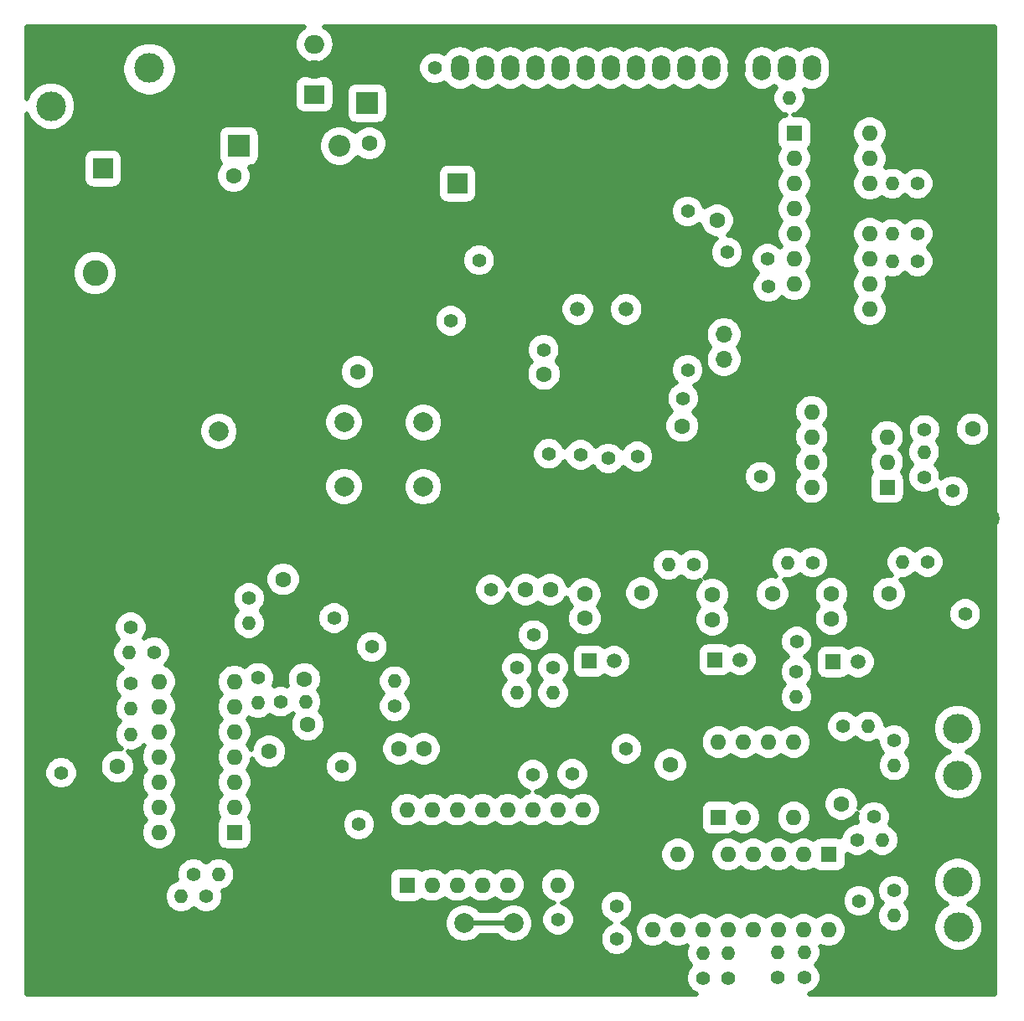
<source format=gbr>
%TF.GenerationSoftware,KiCad,Pcbnew,5.1.8-5.1.8*%
%TF.CreationDate,2021-08-29T21:24:45+08:00*%
%TF.ProjectId,lcr-1,6c63722d-312e-46b6-9963-61645f706362,rev?*%
%TF.SameCoordinates,Original*%
%TF.FileFunction,Copper,L2,Bot*%
%TF.FilePolarity,Positive*%
%FSLAX46Y46*%
G04 Gerber Fmt 4.6, Leading zero omitted, Abs format (unit mm)*
G04 Created by KiCad (PCBNEW 5.1.8-5.1.8) date 2021-08-29 21:24:45*
%MOMM*%
%LPD*%
G01*
G04 APERTURE LIST*
%TA.AperFunction,ComponentPad*%
%ADD10R,2.000000X1.905000*%
%TD*%
%TA.AperFunction,ComponentPad*%
%ADD11O,2.000000X1.905000*%
%TD*%
%TA.AperFunction,ComponentPad*%
%ADD12C,1.400000*%
%TD*%
%TA.AperFunction,ComponentPad*%
%ADD13C,3.000000*%
%TD*%
%TA.AperFunction,ComponentPad*%
%ADD14O,1.800000X2.600000*%
%TD*%
%TA.AperFunction,ComponentPad*%
%ADD15R,1.800000X2.600000*%
%TD*%
%TA.AperFunction,ComponentPad*%
%ADD16O,1.400000X1.400000*%
%TD*%
%TA.AperFunction,ComponentPad*%
%ADD17C,1.600000*%
%TD*%
%TA.AperFunction,ComponentPad*%
%ADD18O,1.600000X1.600000*%
%TD*%
%TA.AperFunction,ComponentPad*%
%ADD19R,1.600000X1.600000*%
%TD*%
%TA.AperFunction,ComponentPad*%
%ADD20R,1.500000X1.500000*%
%TD*%
%TA.AperFunction,ComponentPad*%
%ADD21C,1.500000*%
%TD*%
%TA.AperFunction,ComponentPad*%
%ADD22C,2.000000*%
%TD*%
%TA.AperFunction,ComponentPad*%
%ADD23C,2.600000*%
%TD*%
%TA.AperFunction,ComponentPad*%
%ADD24O,1.700000X1.700000*%
%TD*%
%TA.AperFunction,ComponentPad*%
%ADD25R,1.700000X1.700000*%
%TD*%
%TA.AperFunction,ComponentPad*%
%ADD26O,2.200000X2.200000*%
%TD*%
%TA.AperFunction,ComponentPad*%
%ADD27R,2.200000X2.200000*%
%TD*%
%TA.AperFunction,ComponentPad*%
%ADD28R,2.000000X2.000000*%
%TD*%
%TA.AperFunction,ViaPad*%
%ADD29C,4.000000*%
%TD*%
%TA.AperFunction,ViaPad*%
%ADD30C,2.000000*%
%TD*%
%TA.AperFunction,ViaPad*%
%ADD31C,0.800000*%
%TD*%
%TA.AperFunction,ViaPad*%
%ADD32C,3.000000*%
%TD*%
%TA.AperFunction,Conductor*%
%ADD33C,0.500000*%
%TD*%
%TA.AperFunction,Conductor*%
%ADD34C,0.100000*%
%TD*%
G04 APERTURE END LIST*
D10*
%TO.P,U8,1*%
%TO.N,+9V*%
X120159780Y-67937380D03*
D11*
%TO.P,U8,2*%
%TO.N,GND*%
X120159780Y-65397380D03*
%TO.P,U8,3*%
%TO.N,+5V*%
X120159780Y-62857380D03*
%TD*%
D12*
%TO.P,J38,1*%
%TO.N,+3V3*%
X161838640Y-83908900D03*
%TD*%
%TO.P,J37,1*%
%TO.N,shai_jian*%
X166027100Y-87393780D03*
%TD*%
%TO.P,J36,1*%
%TO.N,shuai_jian1*%
X165925500Y-84548980D03*
%TD*%
%TO.P,J35,1*%
%TO.N,+3V3*%
X157855920Y-79768700D03*
%TD*%
%TO.P,J34,1*%
%TO.N,+5V*%
X136794240Y-84696300D03*
%TD*%
%TO.P,J33,1*%
%TO.N,-5V*%
X133954520Y-90840560D03*
%TD*%
D13*
%TO.P,J32,1*%
%TO.N,GND*%
X94200980Y-98298000D03*
%TD*%
%TO.P,J31,1*%
%TO.N,+9V*%
X93543120Y-69121020D03*
%TD*%
D12*
%TO.P,J30,1*%
%TO.N,PA0_ADC*%
X122130820Y-120886220D03*
%TD*%
%TO.P,J29,1*%
%TO.N,shai_jian*%
X168876980Y-123248420D03*
%TD*%
%TO.P,J28,1*%
%TO.N,shuai_jian1*%
X142288260Y-122593100D03*
%TD*%
%TO.P,J27,1*%
%TO.N,/1.65V*%
X184670700Y-108046520D03*
%TD*%
%TO.P,J26,1*%
%TO.N,/1.65V*%
X125948440Y-123789440D03*
%TD*%
%TO.P,J25,1*%
%TO.N,SPWM*%
X185897520Y-120456960D03*
%TD*%
%TO.P,J24,1*%
%TO.N,+3V3*%
X165232080Y-106596180D03*
%TD*%
%TO.P,J23,1*%
%TO.N,+5V*%
X122905520Y-135892540D03*
%TD*%
%TO.P,J22,1*%
%TO.N,-5V*%
X94561660Y-136512300D03*
%TD*%
%TO.P,J21,1*%
%TO.N,PB1_CD4053_B_C*%
X146207480Y-136629140D03*
%TD*%
%TO.P,J20,1*%
%TO.N,PA6_CD4052_B*%
X152775920Y-104548940D03*
%TD*%
%TO.P,J19,1*%
%TO.N,PA6_CD4052_B*%
X150715980Y-153344880D03*
%TD*%
%TO.P,J18,1*%
%TO.N,PA9_CD4052_A*%
X157413960Y-98668840D03*
%TD*%
%TO.P,J17,1*%
%TO.N,PA3_CD4053_A*%
X143850360Y-104267000D03*
%TD*%
%TO.P,J16,1*%
%TO.N,PA9_CD4052_A*%
X150677880Y-150040340D03*
%TD*%
%TO.P,J15,1*%
%TO.N,SPWM*%
X157858460Y-95785940D03*
%TD*%
%TO.P,J14,1*%
%TO.N,PA3_CD4053_A*%
X142229840Y-136718040D03*
%TD*%
%TO.P,J12,1*%
%TO.N,-5V*%
X144762220Y-151363680D03*
%TD*%
%TO.P,J10,1*%
%TO.N,+5V*%
X124655580Y-141747240D03*
%TD*%
%TO.P,J9,1*%
%TO.N,PA0_ADC*%
X147043140Y-104376220D03*
%TD*%
%TO.P,J8,1*%
%TO.N,+5V*%
X175201580Y-149458680D03*
%TD*%
%TO.P,J7,1*%
%TO.N,+5V*%
X151655780Y-134081520D03*
%TD*%
%TO.P,J6,1*%
%TO.N,PB1_CD4053_B_C*%
X149877780Y-104744520D03*
%TD*%
D13*
%TO.P,J5,1*%
%TO.N,/Lc*%
X185206640Y-152105360D03*
%TD*%
%TO.P,J4,1*%
%TO.N,/Lp*%
X185158380Y-147513040D03*
%TD*%
%TO.P,J3,1*%
%TO.N,/Hp*%
X185199020Y-136794240D03*
%TD*%
%TO.P,J2,1*%
%TO.N,/Hc*%
X185166000Y-132029200D03*
%TD*%
D12*
%TO.P,J1,1*%
%TO.N,-5V*%
X176695100Y-140987780D03*
%TD*%
D13*
%TO.P,DS1,*%
%TO.N,GND*%
X103474000Y-65278000D03*
X103474520Y-96278700D03*
X178473100Y-96278700D03*
X178473100Y-65278000D03*
D14*
%TO.P,DS1,16*%
%TO.N,Net-(DS1-Pad16)*%
X134874000Y-65278000D03*
%TO.P,DS1,15*%
%TO.N,+5V*%
X137414000Y-65278000D03*
%TO.P,DS1,14*%
%TO.N,Net-(DS1-Pad14)*%
X139954000Y-65278000D03*
%TO.P,DS1,13*%
%TO.N,Net-(DS1-Pad13)*%
X142494000Y-65278000D03*
%TO.P,DS1,12*%
%TO.N,Net-(DS1-Pad12)*%
X145034000Y-65278000D03*
%TO.P,DS1,11*%
%TO.N,Net-(DS1-Pad11)*%
X147574000Y-65278000D03*
%TO.P,DS1,10*%
%TO.N,N/C*%
X150114000Y-65278000D03*
%TO.P,DS1,9*%
X152654000Y-65278000D03*
%TO.P,DS1,8*%
X155194000Y-65278000D03*
%TO.P,DS1,7*%
X157734000Y-65278000D03*
%TO.P,DS1,6*%
%TO.N,Net-(DS1-Pad6)*%
X160274000Y-65278000D03*
%TO.P,DS1,5*%
%TO.N,GND*%
X162814000Y-65278000D03*
%TO.P,DS1,4*%
%TO.N,Net-(DS1-Pad4)*%
X165354000Y-65278000D03*
%TO.P,DS1,3*%
%TO.N,Net-(DS1-Pad3)*%
X167894000Y-65278000D03*
%TO.P,DS1,2*%
%TO.N,+5V*%
X170434000Y-65278000D03*
D15*
%TO.P,DS1,1*%
%TO.N,GND*%
X172974000Y-65278000D03*
%TD*%
D16*
%TO.P,R16,2*%
%TO.N,Net-(C10-Pad1)*%
X167939980Y-115255040D03*
D12*
%TO.P,R16,1*%
%TO.N,Net-(C12-Pad1)*%
X170479980Y-115255040D03*
%TD*%
D17*
%TO.P,C12,2*%
%TO.N,Net-(C12-Pad2)*%
X172415460Y-120947820D03*
%TO.P,C12,1*%
%TO.N,Net-(C12-Pad1)*%
X172415460Y-118447820D03*
%TD*%
D18*
%TO.P,U6,8*%
%TO.N,+3V3*%
X170393360Y-107635040D03*
%TO.P,U6,4*%
%TO.N,GND*%
X178013360Y-100015040D03*
%TO.P,U6,7*%
%TO.N,Net-(U6-Pad6)*%
X170393360Y-105095040D03*
%TO.P,U6,3*%
%TO.N,Net-(C13-Pad1)*%
X178013360Y-102555040D03*
%TO.P,U6,6*%
%TO.N,Net-(U6-Pad6)*%
X170393360Y-102555040D03*
%TO.P,U6,2*%
%TO.N,/1.65V*%
X178013360Y-105095040D03*
%TO.P,U6,5*%
%TO.N,N/C*%
X170393360Y-100015040D03*
D19*
%TO.P,U6,1*%
%TO.N,/1.65V*%
X178013360Y-107635040D03*
%TD*%
D18*
%TO.P,U5,14*%
%TO.N,Net-(R13-Pad2)*%
X104444800Y-142534640D03*
%TO.P,U5,7*%
%TO.N,Net-(R27-Pad1)*%
X112064800Y-127294640D03*
%TO.P,U5,13*%
%TO.N,Net-(R13-Pad2)*%
X104444800Y-139994640D03*
%TO.P,U5,6*%
%TO.N,Net-(R26-Pad1)*%
X112064800Y-129834640D03*
%TO.P,U5,12*%
%TO.N,Net-(U3-Pad4)*%
X104444800Y-137454640D03*
%TO.P,U5,5*%
%TO.N,Net-(C15-Pad1)*%
X112064800Y-132374640D03*
%TO.P,U5,11*%
%TO.N,-5V*%
X104444800Y-134914640D03*
%TO.P,U5,4*%
%TO.N,+5V*%
X112064800Y-134914640D03*
%TO.P,U5,10*%
%TO.N,Net-(R12-Pad1)*%
X104444800Y-132374640D03*
%TO.P,U5,3*%
%TO.N,Net-(U3-Pad15)*%
X112064800Y-137454640D03*
%TO.P,U5,9*%
%TO.N,Net-(R13-Pad1)*%
X104444800Y-129834640D03*
%TO.P,U5,2*%
%TO.N,Net-(R12-Pad2)*%
X112064800Y-139994640D03*
%TO.P,U5,8*%
%TO.N,Net-(R15-Pad1)*%
X104444800Y-127294640D03*
D19*
%TO.P,U5,1*%
%TO.N,Net-(R12-Pad2)*%
X112064800Y-142534640D03*
%TD*%
D18*
%TO.P,U1,8*%
%TO.N,+5V*%
X160981160Y-133410400D03*
%TO.P,U1,4*%
%TO.N,-5V*%
X168601160Y-141030400D03*
%TO.P,U1,7*%
%TO.N,Net-(R4-Pad1)*%
X163521160Y-133410400D03*
%TO.P,U1,3*%
%TO.N,GND*%
X166061160Y-141030400D03*
%TO.P,U1,6*%
%TO.N,Net-(R4-Pad1)*%
X166061160Y-133410400D03*
%TO.P,U1,2*%
%TO.N,Net-(R9-Pad1)*%
X163521160Y-141030400D03*
%TO.P,U1,5*%
%TO.N,Net-(C7-Pad2)*%
X168601160Y-133410400D03*
D19*
%TO.P,U1,1*%
%TO.N,Net-(U1-Pad1)*%
X160981160Y-141030400D03*
%TD*%
D16*
%TO.P,R33,2*%
%TO.N,Net-(DS1-Pad3)*%
X168148000Y-68326000D03*
D12*
%TO.P,R33,1*%
%TO.N,GND*%
X170688000Y-68326000D03*
%TD*%
D16*
%TO.P,R32,2*%
%TO.N,GND*%
X129794000Y-65278000D03*
D12*
%TO.P,R32,1*%
%TO.N,Net-(DS1-Pad16)*%
X132334000Y-65278000D03*
%TD*%
D16*
%TO.P,R31,2*%
%TO.N,/PA7_SPI1_MOSI_74HC595_14_SER*%
X178562000Y-76962000D03*
D12*
%TO.P,R31,1*%
%TO.N,+5V*%
X181102000Y-76962000D03*
%TD*%
%TO.P,R30,1*%
%TO.N,+5V*%
X181102000Y-84836000D03*
D16*
%TO.P,R30,2*%
%TO.N,/PA4_SPI1_NSS_74HC595_12_RCLK*%
X178562000Y-84836000D03*
%TD*%
%TO.P,R29,2*%
%TO.N,/PA5_SPI1_SCK_74HC595_11_SRCLK*%
X178562000Y-82042000D03*
D12*
%TO.P,R29,1*%
%TO.N,+5V*%
X181102000Y-82042000D03*
%TD*%
D16*
%TO.P,R28,2*%
%TO.N,Net-(R27-Pad1)*%
X113558320Y-121381520D03*
D12*
%TO.P,R28,1*%
%TO.N,PA0_ADC*%
X113558320Y-118841520D03*
%TD*%
D16*
%TO.P,R25,2*%
%TO.N,Net-(Q1-Pad2)*%
X144277340Y-128440180D03*
D12*
%TO.P,R25,1*%
%TO.N,shuai_jian1*%
X144277340Y-125900180D03*
%TD*%
D16*
%TO.P,R24,2*%
%TO.N,Net-(Q2-Pad2)*%
X140609580Y-128435100D03*
D12*
%TO.P,R24,1*%
%TO.N,shuai_jian1*%
X140609580Y-125895100D03*
%TD*%
D16*
%TO.P,R27,2*%
%TO.N,Net-(R26-Pad1)*%
X114477800Y-129458720D03*
D12*
%TO.P,R27,1*%
%TO.N,Net-(R27-Pad1)*%
X114477800Y-126918720D03*
%TD*%
D16*
%TO.P,R26,2*%
%TO.N,/1.65V*%
X119253000Y-129326640D03*
D12*
%TO.P,R26,1*%
%TO.N,Net-(R26-Pad1)*%
X116713000Y-129326640D03*
%TD*%
D16*
%TO.P,R22,2*%
%TO.N,/1.65V*%
X128254760Y-127259080D03*
D12*
%TO.P,R22,1*%
%TO.N,Net-(C15-Pad1)*%
X128254760Y-129799080D03*
%TD*%
D16*
%TO.P,R23,2*%
%TO.N,Net-(Q3-Pad2)*%
X168856920Y-128821180D03*
D12*
%TO.P,R23,1*%
%TO.N,shai_jian*%
X168856920Y-126281180D03*
%TD*%
D16*
%TO.P,R21,2*%
%TO.N,GND*%
X181797960Y-99314000D03*
D12*
%TO.P,R21,1*%
%TO.N,Net-(C13-Pad1)*%
X181797960Y-101854000D03*
%TD*%
D16*
%TO.P,R20,2*%
%TO.N,Net-(C13-Pad1)*%
X181747160Y-104079040D03*
D12*
%TO.P,R20,1*%
%TO.N,+3V3*%
X181747160Y-106619040D03*
%TD*%
D16*
%TO.P,R18,2*%
%TO.N,GND*%
X104124760Y-121828560D03*
D12*
%TO.P,R18,1*%
%TO.N,Net-(R17-Pad2)*%
X101584760Y-121828560D03*
%TD*%
D16*
%TO.P,R17,2*%
%TO.N,Net-(R17-Pad2)*%
X101427280Y-124338080D03*
D12*
%TO.P,R17,1*%
%TO.N,Net-(R15-Pad1)*%
X103967280Y-124338080D03*
%TD*%
D16*
%TO.P,R15,2*%
%TO.N,Net-(R13-Pad1)*%
X101630480Y-130022600D03*
D12*
%TO.P,R15,1*%
%TO.N,Net-(R15-Pad1)*%
X101630480Y-127482600D03*
%TD*%
D16*
%TO.P,R14,2*%
%TO.N,Net-(R12-Pad1)*%
X101630480Y-132648960D03*
D12*
%TO.P,R14,1*%
%TO.N,GND*%
X99090480Y-132648960D03*
%TD*%
D16*
%TO.P,R19,2*%
%TO.N,Net-(C12-Pad1)*%
X179570640Y-115224560D03*
D12*
%TO.P,R19,1*%
%TO.N,SPWM*%
X182110640Y-115224560D03*
%TD*%
D16*
%TO.P,R12,2*%
%TO.N,Net-(R12-Pad2)*%
X110467140Y-146758660D03*
D12*
%TO.P,R12,1*%
%TO.N,Net-(R12-Pad1)*%
X107927140Y-146758660D03*
%TD*%
D16*
%TO.P,R13,2*%
%TO.N,Net-(R13-Pad2)*%
X106710480Y-149026880D03*
D12*
%TO.P,R13,1*%
%TO.N,Net-(R13-Pad1)*%
X109250480Y-149026880D03*
%TD*%
D16*
%TO.P,R11,2*%
%TO.N,Net-(C7-Pad1)*%
X155925780Y-115488720D03*
D12*
%TO.P,R11,1*%
%TO.N,Net-(C10-Pad1)*%
X158465780Y-115488720D03*
%TD*%
D16*
%TO.P,R10,2*%
%TO.N,GND*%
X138000000Y-115460000D03*
D12*
%TO.P,R10,1*%
%TO.N,Net-(C7-Pad2)*%
X138000000Y-118000000D03*
%TD*%
D16*
%TO.P,R9,2*%
%TO.N,/Lc*%
X177561240Y-143319500D03*
D12*
%TO.P,R9,1*%
%TO.N,Net-(R9-Pad1)*%
X175021240Y-143319500D03*
%TD*%
D16*
%TO.P,R8,2*%
%TO.N,Net-(R8-Pad2)*%
X159385000Y-154716480D03*
D12*
%TO.P,R8,1*%
%TO.N,/Lc*%
X159385000Y-157256480D03*
%TD*%
D16*
%TO.P,R7,2*%
%TO.N,Net-(R7-Pad2)*%
X169656760Y-154675840D03*
D12*
%TO.P,R7,1*%
%TO.N,/Lc*%
X169656760Y-157215840D03*
%TD*%
D16*
%TO.P,R6,2*%
%TO.N,/Lc*%
X178704240Y-150977600D03*
D12*
%TO.P,R6,1*%
%TO.N,/Lp*%
X178704240Y-148437600D03*
%TD*%
D16*
%TO.P,R5,2*%
%TO.N,/Hp*%
X178762000Y-135756660D03*
D12*
%TO.P,R5,1*%
%TO.N,/Hc*%
X178762000Y-133216660D03*
%TD*%
D16*
%TO.P,R4,2*%
%TO.N,/Hc*%
X176093120Y-131820920D03*
D12*
%TO.P,R4,1*%
%TO.N,Net-(R4-Pad1)*%
X173553120Y-131820920D03*
%TD*%
D16*
%TO.P,R3,2*%
%TO.N,GND*%
X140776960Y-93751400D03*
D12*
%TO.P,R3,1*%
%TO.N,Net-(R3-Pad1)*%
X143316960Y-93751400D03*
%TD*%
D16*
%TO.P,R2,2*%
%TO.N,Net-(R2-Pad2)*%
X166984680Y-154675840D03*
D12*
%TO.P,R2,1*%
%TO.N,/Lc*%
X166984680Y-157215840D03*
%TD*%
D16*
%TO.P,R1,2*%
%TO.N,Net-(R1-Pad2)*%
X161996120Y-154716480D03*
D12*
%TO.P,R1,1*%
%TO.N,/Lc*%
X161996120Y-157256480D03*
%TD*%
D17*
%TO.P,C14,2*%
%TO.N,GND*%
X178191420Y-120902100D03*
%TO.P,C14,1*%
%TO.N,Net-(C12-Pad1)*%
X178191420Y-118402100D03*
%TD*%
%TO.P,C11,2*%
%TO.N,GND*%
X166436300Y-120919880D03*
%TO.P,C11,1*%
%TO.N,Net-(C10-Pad1)*%
X166436300Y-118419880D03*
%TD*%
%TO.P,C9,2*%
%TO.N,GND*%
X153243540Y-120841140D03*
%TO.P,C9,1*%
%TO.N,Net-(C7-Pad1)*%
X153243540Y-118341140D03*
%TD*%
D20*
%TO.P,Q2,1*%
%TO.N,Net-(C10-Pad2)*%
X160642560Y-125082300D03*
D21*
%TO.P,Q2,3*%
%TO.N,GND*%
X165722560Y-125082300D03*
%TO.P,Q2,2*%
%TO.N,Net-(Q2-Pad2)*%
X163182560Y-125082300D03*
%TD*%
D17*
%TO.P,C8,2*%
%TO.N,Net-(C8-Pad2)*%
X147462500Y-120919880D03*
%TO.P,C8,1*%
%TO.N,Net-(C7-Pad1)*%
X147462500Y-118419880D03*
%TD*%
%TO.P,C19,2*%
%TO.N,GND*%
X119496840Y-134148200D03*
%TO.P,C19,1*%
%TO.N,/1.65V*%
X119496840Y-131648200D03*
%TD*%
%TO.P,C13,2*%
%TO.N,GND*%
X186644280Y-99287960D03*
%TO.P,C13,1*%
%TO.N,Net-(C13-Pad1)*%
X186644280Y-101787960D03*
%TD*%
D21*
%TO.P,Y1,2*%
%TO.N,Net-(C1-Pad1)*%
X146758000Y-89662000D03*
%TO.P,Y1,1*%
%TO.N,Net-(C2-Pad2)*%
X151638000Y-89662000D03*
%TD*%
D18*
%TO.P,U7,16*%
%TO.N,+5V*%
X176276000Y-71882000D03*
%TO.P,U7,8*%
%TO.N,GND*%
X168656000Y-89662000D03*
%TO.P,U7,15*%
%TO.N,Net-(DS1-Pad4)*%
X176276000Y-74422000D03*
%TO.P,U7,7*%
%TO.N,shai_jian*%
X168656000Y-87122000D03*
%TO.P,U7,14*%
%TO.N,/PA7_SPI1_MOSI_74HC595_14_SER*%
X176276000Y-76962000D03*
%TO.P,U7,6*%
%TO.N,shuai_jian1*%
X168656000Y-84582000D03*
%TO.P,U7,13*%
%TO.N,GND*%
X176276000Y-79502000D03*
%TO.P,U7,5*%
%TO.N,Net-(DS1-Pad14)*%
X168656000Y-82042000D03*
%TO.P,U7,12*%
%TO.N,/PA5_SPI1_SCK_74HC595_11_SRCLK*%
X176276000Y-82042000D03*
%TO.P,U7,4*%
%TO.N,Net-(DS1-Pad13)*%
X168656000Y-79502000D03*
%TO.P,U7,11*%
%TO.N,/PA4_SPI1_NSS_74HC595_12_RCLK*%
X176276000Y-84582000D03*
%TO.P,U7,3*%
%TO.N,Net-(DS1-Pad12)*%
X168656000Y-76962000D03*
%TO.P,U7,10*%
%TO.N,+5V*%
X176276000Y-87122000D03*
%TO.P,U7,2*%
%TO.N,Net-(DS1-Pad11)*%
X168656000Y-74422000D03*
%TO.P,U7,9*%
%TO.N,N/C*%
X176276000Y-89662000D03*
D19*
%TO.P,U7,1*%
%TO.N,Net-(DS1-Pad6)*%
X168656000Y-71882000D03*
%TD*%
D18*
%TO.P,U4,16*%
%TO.N,+5V*%
X172110400Y-152405080D03*
%TO.P,U4,8*%
%TO.N,GND*%
X154330400Y-144785080D03*
%TO.P,U4,15*%
%TO.N,Net-(R7-Pad2)*%
X169570400Y-152405080D03*
%TO.P,U4,7*%
%TO.N,-5V*%
X156870400Y-144785080D03*
%TO.P,U4,14*%
%TO.N,Net-(R2-Pad2)*%
X167030400Y-152405080D03*
%TO.P,U4,6*%
%TO.N,GND*%
X159410400Y-144785080D03*
%TO.P,U4,13*%
%TO.N,Net-(U3-Pad1)*%
X164490400Y-152405080D03*
%TO.P,U4,5*%
%TO.N,Net-(R2-Pad2)*%
X161950400Y-144785080D03*
%TO.P,U4,12*%
%TO.N,Net-(R1-Pad2)*%
X161950400Y-152405080D03*
%TO.P,U4,4*%
%TO.N,Net-(R8-Pad2)*%
X164490400Y-144785080D03*
%TO.P,U4,11*%
X159410400Y-152405080D03*
%TO.P,U4,3*%
%TO.N,Net-(U1-Pad1)*%
X167030400Y-144785080D03*
%TO.P,U4,10*%
%TO.N,PA9_CD4052_A*%
X156870400Y-152405080D03*
%TO.P,U4,2*%
%TO.N,Net-(R7-Pad2)*%
X169570400Y-144785080D03*
%TO.P,U4,9*%
%TO.N,PA6_CD4052_B*%
X154330400Y-152405080D03*
D19*
%TO.P,U4,1*%
%TO.N,Net-(R1-Pad2)*%
X172110400Y-144785080D03*
%TD*%
D18*
%TO.P,U3,16*%
%TO.N,+5V*%
X129514600Y-140238480D03*
%TO.P,U3,8*%
%TO.N,GND*%
X147294600Y-147858480D03*
%TO.P,U3,15*%
%TO.N,Net-(U3-Pad15)*%
X132054600Y-140238480D03*
%TO.P,U3,7*%
%TO.N,-5V*%
X144754600Y-147858480D03*
%TO.P,U3,14*%
%TO.N,Net-(C15-Pad2)*%
X134594600Y-140238480D03*
%TO.P,U3,6*%
%TO.N,GND*%
X142214600Y-147858480D03*
%TO.P,U3,13*%
%TO.N,Net-(R15-Pad1)*%
X137134600Y-140238480D03*
%TO.P,U3,5*%
%TO.N,/Lp*%
X139674600Y-147858480D03*
%TO.P,U3,12*%
%TO.N,Net-(R17-Pad2)*%
X139674600Y-140238480D03*
%TO.P,U3,4*%
%TO.N,Net-(U3-Pad4)*%
X137134600Y-147858480D03*
%TO.P,U3,11*%
%TO.N,PA3_CD4053_A*%
X142214600Y-140238480D03*
%TO.P,U3,3*%
%TO.N,/Lc*%
X134594600Y-147858480D03*
%TO.P,U3,10*%
%TO.N,PB1_CD4053_B_C*%
X144754600Y-140238480D03*
%TO.P,U3,2*%
%TO.N,/Hp*%
X132054600Y-147858480D03*
%TO.P,U3,9*%
%TO.N,PB1_CD4053_B_C*%
X147294600Y-140238480D03*
D19*
%TO.P,U3,1*%
%TO.N,Net-(U3-Pad1)*%
X129514600Y-147858480D03*
%TD*%
D22*
%TO.P,SW2,1*%
%TO.N,Net-(SW2-Pad1)*%
X131150360Y-107602160D03*
%TO.P,SW2,2*%
%TO.N,GND*%
X135650360Y-107602160D03*
%TO.P,SW2,1*%
%TO.N,Net-(SW2-Pad1)*%
X131150360Y-101102160D03*
%TO.P,SW2,2*%
%TO.N,GND*%
X135650360Y-101102160D03*
%TD*%
%TO.P,SW1,1*%
%TO.N,Net-(SW1-Pad1)*%
X123149360Y-101074080D03*
%TO.P,SW1,2*%
%TO.N,GND*%
X118649360Y-101074080D03*
%TO.P,SW1,1*%
%TO.N,Net-(SW1-Pad1)*%
X123149360Y-107574080D03*
%TO.P,SW1,2*%
%TO.N,GND*%
X118649360Y-107574080D03*
%TD*%
D20*
%TO.P,Q3,1*%
%TO.N,Net-(C12-Pad2)*%
X172567860Y-125318520D03*
D21*
%TO.P,Q3,3*%
%TO.N,GND*%
X177647860Y-125318520D03*
%TO.P,Q3,2*%
%TO.N,Net-(Q3-Pad2)*%
X175107860Y-125318520D03*
%TD*%
D20*
%TO.P,Q1,1*%
%TO.N,Net-(C8-Pad2)*%
X147896840Y-125239780D03*
D21*
%TO.P,Q1,3*%
%TO.N,GND*%
X152976840Y-125239780D03*
%TO.P,Q1,2*%
%TO.N,Net-(Q1-Pad2)*%
X150436840Y-125239780D03*
%TD*%
D23*
%TO.P,L1,2*%
%TO.N,Net-(D2-Pad1)*%
X98000000Y-86000000D03*
%TO.P,L1,1*%
%TO.N,GND*%
X98000000Y-91000000D03*
%TD*%
D24*
%TO.P,J11,3*%
%TO.N,/DIO*%
X161544000Y-94742000D03*
%TO.P,J11,2*%
%TO.N,/CLK*%
X161544000Y-92202000D03*
D25*
%TO.P,J11,1*%
%TO.N,GND*%
X161544000Y-89662000D03*
%TD*%
D26*
%TO.P,D3,2*%
%TO.N,GND*%
X135636000Y-68834000D03*
D27*
%TO.P,D3,1*%
%TO.N,+5V*%
X125476000Y-68834000D03*
%TD*%
D26*
%TO.P,D1,2*%
%TO.N,+5V*%
X122682000Y-73152000D03*
D27*
%TO.P,D1,1*%
%TO.N,+9V*%
X112522000Y-73152000D03*
%TD*%
D17*
%TO.P,C18,2*%
%TO.N,GND*%
X119151400Y-124535560D03*
%TO.P,C18,1*%
%TO.N,/1.65V*%
X119151400Y-127035560D03*
%TD*%
%TO.P,C25,2*%
%TO.N,GND*%
X163358200Y-80665320D03*
%TO.P,C25,1*%
%TO.N,+3V3*%
X160858200Y-80665320D03*
%TD*%
%TO.P,C20,2*%
%TO.N,GND*%
X119502560Y-116951760D03*
%TO.P,C20,1*%
%TO.N,PA0_ADC*%
X117002560Y-116951760D03*
%TD*%
%TO.P,C17,2*%
%TO.N,-5V*%
X100279200Y-135904600D03*
%TO.P,C17,1*%
%TO.N,GND*%
X100279200Y-138404600D03*
%TD*%
%TO.P,C16,2*%
%TO.N,+5V*%
X115590320Y-134367900D03*
%TO.P,C16,1*%
%TO.N,GND*%
X115590320Y-136867900D03*
%TD*%
%TO.P,C15,2*%
%TO.N,Net-(C15-Pad2)*%
X131206880Y-134086600D03*
%TO.P,C15,1*%
%TO.N,Net-(C15-Pad1)*%
X128706880Y-134086600D03*
%TD*%
%TO.P,C5,2*%
%TO.N,GND*%
X140873480Y-96205040D03*
%TO.P,C5,1*%
%TO.N,Net-(C5-Pad1)*%
X143373480Y-96205040D03*
%TD*%
%TO.P,C10,2*%
%TO.N,Net-(C10-Pad2)*%
X160365700Y-121024020D03*
%TO.P,C10,1*%
%TO.N,Net-(C10-Pad1)*%
X160365700Y-118524020D03*
%TD*%
D22*
%TO.P,C27,2*%
%TO.N,-5V*%
X110500000Y-102000000D03*
D28*
%TO.P,C27,1*%
%TO.N,GND*%
X107000000Y-102000000D03*
%TD*%
D22*
%TO.P,C26,2*%
%TO.N,GND*%
X138120000Y-76962000D03*
D28*
%TO.P,C26,1*%
%TO.N,+5V*%
X134620000Y-76962000D03*
%TD*%
D17*
%TO.P,C24,2*%
%TO.N,-5V*%
X124500000Y-96000000D03*
%TO.P,C24,1*%
%TO.N,GND*%
X122000000Y-96000000D03*
%TD*%
%TO.P,C23,2*%
%TO.N,GND*%
X128230000Y-72898000D03*
%TO.P,C23,1*%
%TO.N,+5V*%
X125730000Y-72898000D03*
%TD*%
D22*
%TO.P,C22,2*%
%TO.N,GND*%
X98806000Y-78938000D03*
D28*
%TO.P,C22,1*%
%TO.N,+9V*%
X98806000Y-75438000D03*
%TD*%
D17*
%TO.P,C21,2*%
%TO.N,GND*%
X109514000Y-76200000D03*
%TO.P,C21,1*%
%TO.N,+9V*%
X112014000Y-76200000D03*
%TD*%
%TO.P,C6,2*%
%TO.N,+3V3*%
X157332680Y-101462200D03*
%TO.P,C6,1*%
%TO.N,GND*%
X157332680Y-103962200D03*
%TD*%
%TO.P,C7,2*%
%TO.N,Net-(C7-Pad2)*%
X141500000Y-118000000D03*
%TO.P,C7,1*%
%TO.N,Net-(C7-Pad1)*%
X144000000Y-118000000D03*
%TD*%
%TO.P,C4,2*%
%TO.N,-5V*%
X173385480Y-139665080D03*
%TO.P,C4,1*%
%TO.N,GND*%
X173385480Y-137165080D03*
%TD*%
%TO.P,C3,2*%
%TO.N,+5V*%
X156128720Y-135706480D03*
%TO.P,C3,1*%
%TO.N,GND*%
X156128720Y-138206480D03*
%TD*%
D29*
%TO.N,GND*%
X93726000Y-63500000D03*
D30*
X92008960Y-110093760D03*
X95290640Y-110124240D03*
X98501200Y-110144560D03*
X101848920Y-110164880D03*
X105115360Y-110220760D03*
X108518960Y-110230920D03*
X112069880Y-110261400D03*
X115402360Y-110271560D03*
X118780560Y-110352840D03*
X122326400Y-110327440D03*
X126121160Y-110383320D03*
X129809240Y-110408720D03*
X133334760Y-110423960D03*
X136966960Y-110484920D03*
X140776960Y-110510320D03*
X144505680Y-110525560D03*
X147970240Y-110556040D03*
X151739600Y-110601760D03*
X155717240Y-110617000D03*
X159659320Y-110672880D03*
X163240720Y-110688120D03*
X167370760Y-110728760D03*
X171160440Y-110754160D03*
X176509680Y-110754160D03*
X185536840Y-110876080D03*
X188396880Y-110845600D03*
D31*
X178998880Y-110810040D03*
X180334920Y-110825280D03*
X181559200Y-110845600D03*
X182839360Y-110855760D03*
X183941720Y-110865920D03*
D32*
X187269120Y-62514480D03*
X187167520Y-113893600D03*
X187172600Y-157185360D03*
X187462160Y-106258360D03*
X93705680Y-157281880D03*
X93705680Y-113888520D03*
X93451680Y-106197400D03*
D30*
%TO.N,Net-(U3-Pad1)*%
X140289280Y-151714200D03*
X135300720Y-151714200D03*
%TD*%
D33*
%TO.N,Net-(U3-Pad1)*%
X140289280Y-151714200D02*
X135300720Y-151714200D01*
X135300720Y-151714200D02*
X135300720Y-151714200D01*
%TD*%
%TO.N,GND*%
X118994368Y-61184306D02*
X118689448Y-61434548D01*
X118439206Y-61739468D01*
X118253260Y-62087349D01*
X118138755Y-62464821D01*
X118100091Y-62857380D01*
X118138755Y-63249939D01*
X118253260Y-63627411D01*
X118439206Y-63975292D01*
X118689448Y-64280212D01*
X118994368Y-64530454D01*
X119342249Y-64716400D01*
X119719721Y-64830905D01*
X120013907Y-64859880D01*
X120305653Y-64859880D01*
X120599839Y-64830905D01*
X120977311Y-64716400D01*
X121325192Y-64530454D01*
X121630112Y-64280212D01*
X121880354Y-63975292D01*
X122066300Y-63627411D01*
X122180805Y-63249939D01*
X122219469Y-62857380D01*
X122180805Y-62464821D01*
X122066300Y-62087349D01*
X121880354Y-61739468D01*
X121630112Y-61434548D01*
X121325192Y-61184306D01*
X121167466Y-61100000D01*
X188900000Y-61100000D01*
X188900001Y-158900000D01*
X170160122Y-158900000D01*
X170167216Y-158898589D01*
X170485696Y-158766670D01*
X170772320Y-158575154D01*
X171016074Y-158331400D01*
X171207590Y-158044776D01*
X171339509Y-157726296D01*
X171406760Y-157388200D01*
X171406760Y-157043480D01*
X171339509Y-156705384D01*
X171207590Y-156386904D01*
X171016074Y-156100280D01*
X170861634Y-155945840D01*
X171016074Y-155791400D01*
X171207590Y-155504776D01*
X171339509Y-155186296D01*
X171406760Y-154848200D01*
X171406760Y-154503480D01*
X171339509Y-154165384D01*
X171300912Y-154072204D01*
X171570775Y-154183985D01*
X171928191Y-154255080D01*
X172292609Y-154255080D01*
X172650025Y-154183985D01*
X172986703Y-154044528D01*
X173289706Y-153842069D01*
X173547389Y-153584386D01*
X173749848Y-153281383D01*
X173889305Y-152944705D01*
X173960400Y-152587289D01*
X173960400Y-152222871D01*
X173889305Y-151865455D01*
X173749848Y-151528777D01*
X173547389Y-151225774D01*
X173289706Y-150968091D01*
X172986703Y-150765632D01*
X172650025Y-150626175D01*
X172292609Y-150555080D01*
X171928191Y-150555080D01*
X171570775Y-150626175D01*
X171234097Y-150765632D01*
X170931094Y-150968091D01*
X170840400Y-151058785D01*
X170749706Y-150968091D01*
X170446703Y-150765632D01*
X170110025Y-150626175D01*
X169752609Y-150555080D01*
X169388191Y-150555080D01*
X169030775Y-150626175D01*
X168694097Y-150765632D01*
X168391094Y-150968091D01*
X168300400Y-151058785D01*
X168209706Y-150968091D01*
X167906703Y-150765632D01*
X167570025Y-150626175D01*
X167212609Y-150555080D01*
X166848191Y-150555080D01*
X166490775Y-150626175D01*
X166154097Y-150765632D01*
X165851094Y-150968091D01*
X165760400Y-151058785D01*
X165669706Y-150968091D01*
X165366703Y-150765632D01*
X165030025Y-150626175D01*
X164672609Y-150555080D01*
X164308191Y-150555080D01*
X163950775Y-150626175D01*
X163614097Y-150765632D01*
X163311094Y-150968091D01*
X163220400Y-151058785D01*
X163129706Y-150968091D01*
X162826703Y-150765632D01*
X162490025Y-150626175D01*
X162132609Y-150555080D01*
X161768191Y-150555080D01*
X161410775Y-150626175D01*
X161074097Y-150765632D01*
X160771094Y-150968091D01*
X160680400Y-151058785D01*
X160589706Y-150968091D01*
X160286703Y-150765632D01*
X159950025Y-150626175D01*
X159592609Y-150555080D01*
X159228191Y-150555080D01*
X158870775Y-150626175D01*
X158534097Y-150765632D01*
X158231094Y-150968091D01*
X158140400Y-151058785D01*
X158049706Y-150968091D01*
X157746703Y-150765632D01*
X157410025Y-150626175D01*
X157052609Y-150555080D01*
X156688191Y-150555080D01*
X156330775Y-150626175D01*
X155994097Y-150765632D01*
X155691094Y-150968091D01*
X155600400Y-151058785D01*
X155509706Y-150968091D01*
X155206703Y-150765632D01*
X154870025Y-150626175D01*
X154512609Y-150555080D01*
X154148191Y-150555080D01*
X153790775Y-150626175D01*
X153454097Y-150765632D01*
X153151094Y-150968091D01*
X152893411Y-151225774D01*
X152690952Y-151528777D01*
X152551495Y-151865455D01*
X152480400Y-152222871D01*
X152480400Y-152587289D01*
X152551495Y-152944705D01*
X152690952Y-153281383D01*
X152893411Y-153584386D01*
X153151094Y-153842069D01*
X153454097Y-154044528D01*
X153790775Y-154183985D01*
X154148191Y-154255080D01*
X154512609Y-154255080D01*
X154870025Y-154183985D01*
X155206703Y-154044528D01*
X155509706Y-153842069D01*
X155600400Y-153751375D01*
X155691094Y-153842069D01*
X155994097Y-154044528D01*
X156330775Y-154183985D01*
X156688191Y-154255080D01*
X157052609Y-154255080D01*
X157410025Y-154183985D01*
X157746703Y-154044528D01*
X157777733Y-154023794D01*
X157702251Y-154206024D01*
X157635000Y-154544120D01*
X157635000Y-154888840D01*
X157702251Y-155226936D01*
X157834170Y-155545416D01*
X158025686Y-155832040D01*
X158180126Y-155986480D01*
X158025686Y-156140920D01*
X157834170Y-156427544D01*
X157702251Y-156746024D01*
X157635000Y-157084120D01*
X157635000Y-157428840D01*
X157702251Y-157766936D01*
X157834170Y-158085416D01*
X158025686Y-158372040D01*
X158269440Y-158615794D01*
X158556064Y-158807310D01*
X158779837Y-158900000D01*
X91100000Y-158900000D01*
X91100000Y-151512293D01*
X133250720Y-151512293D01*
X133250720Y-151916107D01*
X133329500Y-152312163D01*
X133484034Y-152685239D01*
X133708381Y-153020999D01*
X133993921Y-153306539D01*
X134329681Y-153530886D01*
X134702757Y-153685420D01*
X135098813Y-153764200D01*
X135502627Y-153764200D01*
X135898683Y-153685420D01*
X136271759Y-153530886D01*
X136607519Y-153306539D01*
X136893059Y-153020999D01*
X136897602Y-153014200D01*
X138692398Y-153014200D01*
X138696941Y-153020999D01*
X138982481Y-153306539D01*
X139318241Y-153530886D01*
X139691317Y-153685420D01*
X140087373Y-153764200D01*
X140491187Y-153764200D01*
X140887243Y-153685420D01*
X141260319Y-153530886D01*
X141596079Y-153306539D01*
X141881619Y-153020999D01*
X142105966Y-152685239D01*
X142260500Y-152312163D01*
X142339280Y-151916107D01*
X142339280Y-151512293D01*
X142260500Y-151116237D01*
X142105966Y-150743161D01*
X141881619Y-150407401D01*
X141596079Y-150121861D01*
X141260319Y-149897514D01*
X140887243Y-149742980D01*
X140491187Y-149664200D01*
X140087373Y-149664200D01*
X139691317Y-149742980D01*
X139318241Y-149897514D01*
X138982481Y-150121861D01*
X138696941Y-150407401D01*
X138692398Y-150414200D01*
X136897602Y-150414200D01*
X136893059Y-150407401D01*
X136607519Y-150121861D01*
X136271759Y-149897514D01*
X135898683Y-149742980D01*
X135502627Y-149664200D01*
X135098813Y-149664200D01*
X134702757Y-149742980D01*
X134329681Y-149897514D01*
X133993921Y-150121861D01*
X133708381Y-150407401D01*
X133484034Y-150743161D01*
X133329500Y-151116237D01*
X133250720Y-151512293D01*
X91100000Y-151512293D01*
X91100000Y-148854520D01*
X104960480Y-148854520D01*
X104960480Y-149199240D01*
X105027731Y-149537336D01*
X105159650Y-149855816D01*
X105351166Y-150142440D01*
X105594920Y-150386194D01*
X105881544Y-150577710D01*
X106200024Y-150709629D01*
X106538120Y-150776880D01*
X106882840Y-150776880D01*
X107220936Y-150709629D01*
X107539416Y-150577710D01*
X107826040Y-150386194D01*
X107980480Y-150231754D01*
X108134920Y-150386194D01*
X108421544Y-150577710D01*
X108740024Y-150709629D01*
X109078120Y-150776880D01*
X109422840Y-150776880D01*
X109760936Y-150709629D01*
X110079416Y-150577710D01*
X110366040Y-150386194D01*
X110609794Y-150142440D01*
X110801310Y-149855816D01*
X110933229Y-149537336D01*
X111000480Y-149199240D01*
X111000480Y-148854520D01*
X110933229Y-148516424D01*
X110907899Y-148455272D01*
X110977596Y-148441409D01*
X111296076Y-148309490D01*
X111582700Y-148117974D01*
X111826454Y-147874220D01*
X112017970Y-147587596D01*
X112149889Y-147269116D01*
X112191786Y-147058480D01*
X127659520Y-147058480D01*
X127659520Y-148658480D01*
X127679793Y-148864316D01*
X127739833Y-149062242D01*
X127837333Y-149244651D01*
X127968546Y-149404534D01*
X128128429Y-149535747D01*
X128310838Y-149633247D01*
X128508764Y-149693287D01*
X128714600Y-149713560D01*
X130314600Y-149713560D01*
X130520436Y-149693287D01*
X130718362Y-149633247D01*
X130900771Y-149535747D01*
X131050722Y-149412685D01*
X131178297Y-149497928D01*
X131514975Y-149637385D01*
X131872391Y-149708480D01*
X132236809Y-149708480D01*
X132594225Y-149637385D01*
X132930903Y-149497928D01*
X133233906Y-149295469D01*
X133324600Y-149204775D01*
X133415294Y-149295469D01*
X133718297Y-149497928D01*
X134054975Y-149637385D01*
X134412391Y-149708480D01*
X134776809Y-149708480D01*
X135134225Y-149637385D01*
X135470903Y-149497928D01*
X135773906Y-149295469D01*
X135864600Y-149204775D01*
X135955294Y-149295469D01*
X136258297Y-149497928D01*
X136594975Y-149637385D01*
X136952391Y-149708480D01*
X137316809Y-149708480D01*
X137674225Y-149637385D01*
X138010903Y-149497928D01*
X138313906Y-149295469D01*
X138404600Y-149204775D01*
X138495294Y-149295469D01*
X138798297Y-149497928D01*
X139134975Y-149637385D01*
X139492391Y-149708480D01*
X139856809Y-149708480D01*
X140214225Y-149637385D01*
X140550903Y-149497928D01*
X140853906Y-149295469D01*
X141111589Y-149037786D01*
X141314048Y-148734783D01*
X141453505Y-148398105D01*
X141524600Y-148040689D01*
X141524600Y-147676271D01*
X142904600Y-147676271D01*
X142904600Y-148040689D01*
X142975695Y-148398105D01*
X143115152Y-148734783D01*
X143317611Y-149037786D01*
X143575294Y-149295469D01*
X143878297Y-149497928D01*
X144214975Y-149637385D01*
X144342830Y-149662817D01*
X144251764Y-149680931D01*
X143933284Y-149812850D01*
X143646660Y-150004366D01*
X143402906Y-150248120D01*
X143211390Y-150534744D01*
X143079471Y-150853224D01*
X143012220Y-151191320D01*
X143012220Y-151536040D01*
X143079471Y-151874136D01*
X143211390Y-152192616D01*
X143402906Y-152479240D01*
X143646660Y-152722994D01*
X143933284Y-152914510D01*
X144251764Y-153046429D01*
X144589860Y-153113680D01*
X144934580Y-153113680D01*
X145272676Y-153046429D01*
X145591156Y-152914510D01*
X145877780Y-152722994D01*
X146121534Y-152479240D01*
X146313050Y-152192616D01*
X146444969Y-151874136D01*
X146512220Y-151536040D01*
X146512220Y-151191320D01*
X146444969Y-150853224D01*
X146313050Y-150534744D01*
X146121534Y-150248120D01*
X145877780Y-150004366D01*
X145673664Y-149867980D01*
X148927880Y-149867980D01*
X148927880Y-150212700D01*
X148995131Y-150550796D01*
X149127050Y-150869276D01*
X149318566Y-151155900D01*
X149562320Y-151399654D01*
X149848944Y-151591170D01*
X150112891Y-151700501D01*
X149887044Y-151794050D01*
X149600420Y-151985566D01*
X149356666Y-152229320D01*
X149165150Y-152515944D01*
X149033231Y-152834424D01*
X148965980Y-153172520D01*
X148965980Y-153517240D01*
X149033231Y-153855336D01*
X149165150Y-154173816D01*
X149356666Y-154460440D01*
X149600420Y-154704194D01*
X149887044Y-154895710D01*
X150205524Y-155027629D01*
X150543620Y-155094880D01*
X150888340Y-155094880D01*
X151226436Y-155027629D01*
X151544916Y-154895710D01*
X151831540Y-154704194D01*
X152075294Y-154460440D01*
X152266810Y-154173816D01*
X152398729Y-153855336D01*
X152465980Y-153517240D01*
X152465980Y-153172520D01*
X152398729Y-152834424D01*
X152266810Y-152515944D01*
X152075294Y-152229320D01*
X151831540Y-151985566D01*
X151544916Y-151794050D01*
X151280969Y-151684719D01*
X151506816Y-151591170D01*
X151793440Y-151399654D01*
X152037194Y-151155900D01*
X152228710Y-150869276D01*
X152360629Y-150550796D01*
X152427880Y-150212700D01*
X152427880Y-149867980D01*
X152360629Y-149529884D01*
X152259742Y-149286320D01*
X173451580Y-149286320D01*
X173451580Y-149631040D01*
X173518831Y-149969136D01*
X173650750Y-150287616D01*
X173842266Y-150574240D01*
X174086020Y-150817994D01*
X174372644Y-151009510D01*
X174691124Y-151141429D01*
X175029220Y-151208680D01*
X175373940Y-151208680D01*
X175712036Y-151141429D01*
X176030516Y-151009510D01*
X176317140Y-150817994D01*
X176560894Y-150574240D01*
X176752410Y-150287616D01*
X176884329Y-149969136D01*
X176951580Y-149631040D01*
X176951580Y-149286320D01*
X176884329Y-148948224D01*
X176752410Y-148629744D01*
X176560894Y-148343120D01*
X176483014Y-148265240D01*
X176954240Y-148265240D01*
X176954240Y-148609960D01*
X177021491Y-148948056D01*
X177153410Y-149266536D01*
X177344926Y-149553160D01*
X177499366Y-149707600D01*
X177344926Y-149862040D01*
X177153410Y-150148664D01*
X177021491Y-150467144D01*
X176954240Y-150805240D01*
X176954240Y-151149960D01*
X177021491Y-151488056D01*
X177153410Y-151806536D01*
X177344926Y-152093160D01*
X177588680Y-152336914D01*
X177875304Y-152528430D01*
X178193784Y-152660349D01*
X178531880Y-152727600D01*
X178876600Y-152727600D01*
X179214696Y-152660349D01*
X179533176Y-152528430D01*
X179819800Y-152336914D01*
X180063554Y-152093160D01*
X180255070Y-151806536D01*
X180386989Y-151488056D01*
X180454240Y-151149960D01*
X180454240Y-150805240D01*
X180386989Y-150467144D01*
X180255070Y-150148664D01*
X180063554Y-149862040D01*
X179909114Y-149707600D01*
X180063554Y-149553160D01*
X180255070Y-149266536D01*
X180386989Y-148948056D01*
X180454240Y-148609960D01*
X180454240Y-148265240D01*
X180386989Y-147927144D01*
X180255070Y-147608664D01*
X180063554Y-147322040D01*
X180003401Y-147261887D01*
X182608380Y-147261887D01*
X182608380Y-147764193D01*
X182706375Y-148256847D01*
X182898600Y-148720918D01*
X183177666Y-149138570D01*
X183532850Y-149493754D01*
X183950502Y-149772820D01*
X184062461Y-149819195D01*
X183998762Y-149845580D01*
X183581110Y-150124646D01*
X183225926Y-150479830D01*
X182946860Y-150897482D01*
X182754635Y-151361553D01*
X182656640Y-151854207D01*
X182656640Y-152356513D01*
X182754635Y-152849167D01*
X182946860Y-153313238D01*
X183225926Y-153730890D01*
X183581110Y-154086074D01*
X183998762Y-154365140D01*
X184462833Y-154557365D01*
X184955487Y-154655360D01*
X185457793Y-154655360D01*
X185950447Y-154557365D01*
X186414518Y-154365140D01*
X186832170Y-154086074D01*
X187187354Y-153730890D01*
X187466420Y-153313238D01*
X187658645Y-152849167D01*
X187756640Y-152356513D01*
X187756640Y-151854207D01*
X187658645Y-151361553D01*
X187466420Y-150897482D01*
X187187354Y-150479830D01*
X186832170Y-150124646D01*
X186414518Y-149845580D01*
X186302559Y-149799205D01*
X186366258Y-149772820D01*
X186783910Y-149493754D01*
X187139094Y-149138570D01*
X187418160Y-148720918D01*
X187610385Y-148256847D01*
X187708380Y-147764193D01*
X187708380Y-147261887D01*
X187610385Y-146769233D01*
X187418160Y-146305162D01*
X187139094Y-145887510D01*
X186783910Y-145532326D01*
X186366258Y-145253260D01*
X185902187Y-145061035D01*
X185409533Y-144963040D01*
X184907227Y-144963040D01*
X184414573Y-145061035D01*
X183950502Y-145253260D01*
X183532850Y-145532326D01*
X183177666Y-145887510D01*
X182898600Y-146305162D01*
X182706375Y-146769233D01*
X182608380Y-147261887D01*
X180003401Y-147261887D01*
X179819800Y-147078286D01*
X179533176Y-146886770D01*
X179214696Y-146754851D01*
X178876600Y-146687600D01*
X178531880Y-146687600D01*
X178193784Y-146754851D01*
X177875304Y-146886770D01*
X177588680Y-147078286D01*
X177344926Y-147322040D01*
X177153410Y-147608664D01*
X177021491Y-147927144D01*
X176954240Y-148265240D01*
X176483014Y-148265240D01*
X176317140Y-148099366D01*
X176030516Y-147907850D01*
X175712036Y-147775931D01*
X175373940Y-147708680D01*
X175029220Y-147708680D01*
X174691124Y-147775931D01*
X174372644Y-147907850D01*
X174086020Y-148099366D01*
X173842266Y-148343120D01*
X173650750Y-148629744D01*
X173518831Y-148948224D01*
X173451580Y-149286320D01*
X152259742Y-149286320D01*
X152228710Y-149211404D01*
X152037194Y-148924780D01*
X151793440Y-148681026D01*
X151506816Y-148489510D01*
X151188336Y-148357591D01*
X150850240Y-148290340D01*
X150505520Y-148290340D01*
X150167424Y-148357591D01*
X149848944Y-148489510D01*
X149562320Y-148681026D01*
X149318566Y-148924780D01*
X149127050Y-149211404D01*
X148995131Y-149529884D01*
X148927880Y-149867980D01*
X145673664Y-149867980D01*
X145591156Y-149812850D01*
X145272676Y-149680931D01*
X145173990Y-149661301D01*
X145294225Y-149637385D01*
X145630903Y-149497928D01*
X145933906Y-149295469D01*
X146191589Y-149037786D01*
X146394048Y-148734783D01*
X146533505Y-148398105D01*
X146604600Y-148040689D01*
X146604600Y-147676271D01*
X146533505Y-147318855D01*
X146394048Y-146982177D01*
X146191589Y-146679174D01*
X145933906Y-146421491D01*
X145630903Y-146219032D01*
X145294225Y-146079575D01*
X144936809Y-146008480D01*
X144572391Y-146008480D01*
X144214975Y-146079575D01*
X143878297Y-146219032D01*
X143575294Y-146421491D01*
X143317611Y-146679174D01*
X143115152Y-146982177D01*
X142975695Y-147318855D01*
X142904600Y-147676271D01*
X141524600Y-147676271D01*
X141453505Y-147318855D01*
X141314048Y-146982177D01*
X141111589Y-146679174D01*
X140853906Y-146421491D01*
X140550903Y-146219032D01*
X140214225Y-146079575D01*
X139856809Y-146008480D01*
X139492391Y-146008480D01*
X139134975Y-146079575D01*
X138798297Y-146219032D01*
X138495294Y-146421491D01*
X138404600Y-146512185D01*
X138313906Y-146421491D01*
X138010903Y-146219032D01*
X137674225Y-146079575D01*
X137316809Y-146008480D01*
X136952391Y-146008480D01*
X136594975Y-146079575D01*
X136258297Y-146219032D01*
X135955294Y-146421491D01*
X135864600Y-146512185D01*
X135773906Y-146421491D01*
X135470903Y-146219032D01*
X135134225Y-146079575D01*
X134776809Y-146008480D01*
X134412391Y-146008480D01*
X134054975Y-146079575D01*
X133718297Y-146219032D01*
X133415294Y-146421491D01*
X133324600Y-146512185D01*
X133233906Y-146421491D01*
X132930903Y-146219032D01*
X132594225Y-146079575D01*
X132236809Y-146008480D01*
X131872391Y-146008480D01*
X131514975Y-146079575D01*
X131178297Y-146219032D01*
X131050722Y-146304275D01*
X130900771Y-146181213D01*
X130718362Y-146083713D01*
X130520436Y-146023673D01*
X130314600Y-146003400D01*
X128714600Y-146003400D01*
X128508764Y-146023673D01*
X128310838Y-146083713D01*
X128128429Y-146181213D01*
X127968546Y-146312426D01*
X127837333Y-146472309D01*
X127739833Y-146654718D01*
X127679793Y-146852644D01*
X127659520Y-147058480D01*
X112191786Y-147058480D01*
X112217140Y-146931020D01*
X112217140Y-146586300D01*
X112149889Y-146248204D01*
X112017970Y-145929724D01*
X111826454Y-145643100D01*
X111582700Y-145399346D01*
X111296076Y-145207830D01*
X110977596Y-145075911D01*
X110639500Y-145008660D01*
X110294780Y-145008660D01*
X109956684Y-145075911D01*
X109638204Y-145207830D01*
X109351580Y-145399346D01*
X109197140Y-145553786D01*
X109042700Y-145399346D01*
X108756076Y-145207830D01*
X108437596Y-145075911D01*
X108099500Y-145008660D01*
X107754780Y-145008660D01*
X107416684Y-145075911D01*
X107098204Y-145207830D01*
X106811580Y-145399346D01*
X106567826Y-145643100D01*
X106376310Y-145929724D01*
X106244391Y-146248204D01*
X106177140Y-146586300D01*
X106177140Y-146931020D01*
X106244391Y-147269116D01*
X106269721Y-147330268D01*
X106200024Y-147344131D01*
X105881544Y-147476050D01*
X105594920Y-147667566D01*
X105351166Y-147911320D01*
X105159650Y-148197944D01*
X105027731Y-148516424D01*
X104960480Y-148854520D01*
X91100000Y-148854520D01*
X91100000Y-144602871D01*
X155020400Y-144602871D01*
X155020400Y-144967289D01*
X155091495Y-145324705D01*
X155230952Y-145661383D01*
X155433411Y-145964386D01*
X155691094Y-146222069D01*
X155994097Y-146424528D01*
X156330775Y-146563985D01*
X156688191Y-146635080D01*
X157052609Y-146635080D01*
X157410025Y-146563985D01*
X157746703Y-146424528D01*
X158049706Y-146222069D01*
X158307389Y-145964386D01*
X158509848Y-145661383D01*
X158649305Y-145324705D01*
X158720400Y-144967289D01*
X158720400Y-144602871D01*
X160100400Y-144602871D01*
X160100400Y-144967289D01*
X160171495Y-145324705D01*
X160310952Y-145661383D01*
X160513411Y-145964386D01*
X160771094Y-146222069D01*
X161074097Y-146424528D01*
X161410775Y-146563985D01*
X161768191Y-146635080D01*
X162132609Y-146635080D01*
X162490025Y-146563985D01*
X162826703Y-146424528D01*
X163129706Y-146222069D01*
X163220400Y-146131375D01*
X163311094Y-146222069D01*
X163614097Y-146424528D01*
X163950775Y-146563985D01*
X164308191Y-146635080D01*
X164672609Y-146635080D01*
X165030025Y-146563985D01*
X165366703Y-146424528D01*
X165669706Y-146222069D01*
X165760400Y-146131375D01*
X165851094Y-146222069D01*
X166154097Y-146424528D01*
X166490775Y-146563985D01*
X166848191Y-146635080D01*
X167212609Y-146635080D01*
X167570025Y-146563985D01*
X167906703Y-146424528D01*
X168209706Y-146222069D01*
X168300400Y-146131375D01*
X168391094Y-146222069D01*
X168694097Y-146424528D01*
X169030775Y-146563985D01*
X169388191Y-146635080D01*
X169752609Y-146635080D01*
X170110025Y-146563985D01*
X170446703Y-146424528D01*
X170574278Y-146339285D01*
X170724229Y-146462347D01*
X170906638Y-146559847D01*
X171104564Y-146619887D01*
X171310400Y-146640160D01*
X172910400Y-146640160D01*
X173116236Y-146619887D01*
X173314162Y-146559847D01*
X173496571Y-146462347D01*
X173656454Y-146331134D01*
X173787667Y-146171251D01*
X173885167Y-145988842D01*
X173945207Y-145790916D01*
X173965480Y-145585080D01*
X173965480Y-144718771D01*
X174192304Y-144870330D01*
X174510784Y-145002249D01*
X174848880Y-145069500D01*
X175193600Y-145069500D01*
X175531696Y-145002249D01*
X175850176Y-144870330D01*
X176136800Y-144678814D01*
X176291240Y-144524374D01*
X176445680Y-144678814D01*
X176732304Y-144870330D01*
X177050784Y-145002249D01*
X177388880Y-145069500D01*
X177733600Y-145069500D01*
X178071696Y-145002249D01*
X178390176Y-144870330D01*
X178676800Y-144678814D01*
X178920554Y-144435060D01*
X179112070Y-144148436D01*
X179243989Y-143829956D01*
X179311240Y-143491860D01*
X179311240Y-143147140D01*
X179243989Y-142809044D01*
X179112070Y-142490564D01*
X178920554Y-142203940D01*
X178676800Y-141960186D01*
X178390176Y-141768670D01*
X178284041Y-141724707D01*
X178377849Y-141498236D01*
X178445100Y-141160140D01*
X178445100Y-140815420D01*
X178377849Y-140477324D01*
X178245930Y-140158844D01*
X178054414Y-139872220D01*
X177810660Y-139628466D01*
X177524036Y-139436950D01*
X177205556Y-139305031D01*
X176867460Y-139237780D01*
X176522740Y-139237780D01*
X176184644Y-139305031D01*
X175866164Y-139436950D01*
X175579540Y-139628466D01*
X175335786Y-139872220D01*
X175185901Y-140096539D01*
X175235480Y-139847289D01*
X175235480Y-139482871D01*
X175164385Y-139125455D01*
X175024928Y-138788777D01*
X174822469Y-138485774D01*
X174564786Y-138228091D01*
X174261783Y-138025632D01*
X173925105Y-137886175D01*
X173567689Y-137815080D01*
X173203271Y-137815080D01*
X172845855Y-137886175D01*
X172509177Y-138025632D01*
X172206174Y-138228091D01*
X171948491Y-138485774D01*
X171746032Y-138788777D01*
X171606575Y-139125455D01*
X171535480Y-139482871D01*
X171535480Y-139847289D01*
X171606575Y-140204705D01*
X171746032Y-140541383D01*
X171948491Y-140844386D01*
X172206174Y-141102069D01*
X172509177Y-141304528D01*
X172845855Y-141443985D01*
X173203271Y-141515080D01*
X173567689Y-141515080D01*
X173925105Y-141443985D01*
X174261783Y-141304528D01*
X174564786Y-141102069D01*
X174822469Y-140844386D01*
X174988877Y-140595338D01*
X174945100Y-140815420D01*
X174945100Y-141160140D01*
X175012351Y-141498236D01*
X175041870Y-141569500D01*
X174848880Y-141569500D01*
X174510784Y-141636751D01*
X174192304Y-141768670D01*
X173905680Y-141960186D01*
X173661926Y-142203940D01*
X173470410Y-142490564D01*
X173338491Y-142809044D01*
X173299350Y-143005820D01*
X173116236Y-142950273D01*
X172910400Y-142930000D01*
X171310400Y-142930000D01*
X171104564Y-142950273D01*
X170906638Y-143010313D01*
X170724229Y-143107813D01*
X170574278Y-143230875D01*
X170446703Y-143145632D01*
X170110025Y-143006175D01*
X169752609Y-142935080D01*
X169388191Y-142935080D01*
X169030775Y-143006175D01*
X168694097Y-143145632D01*
X168391094Y-143348091D01*
X168300400Y-143438785D01*
X168209706Y-143348091D01*
X167906703Y-143145632D01*
X167570025Y-143006175D01*
X167212609Y-142935080D01*
X166848191Y-142935080D01*
X166490775Y-143006175D01*
X166154097Y-143145632D01*
X165851094Y-143348091D01*
X165760400Y-143438785D01*
X165669706Y-143348091D01*
X165366703Y-143145632D01*
X165030025Y-143006175D01*
X164672609Y-142935080D01*
X164308191Y-142935080D01*
X163950775Y-143006175D01*
X163614097Y-143145632D01*
X163311094Y-143348091D01*
X163220400Y-143438785D01*
X163129706Y-143348091D01*
X162826703Y-143145632D01*
X162490025Y-143006175D01*
X162132609Y-142935080D01*
X161768191Y-142935080D01*
X161410775Y-143006175D01*
X161074097Y-143145632D01*
X160771094Y-143348091D01*
X160513411Y-143605774D01*
X160310952Y-143908777D01*
X160171495Y-144245455D01*
X160100400Y-144602871D01*
X158720400Y-144602871D01*
X158649305Y-144245455D01*
X158509848Y-143908777D01*
X158307389Y-143605774D01*
X158049706Y-143348091D01*
X157746703Y-143145632D01*
X157410025Y-143006175D01*
X157052609Y-142935080D01*
X156688191Y-142935080D01*
X156330775Y-143006175D01*
X155994097Y-143145632D01*
X155691094Y-143348091D01*
X155433411Y-143605774D01*
X155230952Y-143908777D01*
X155091495Y-144245455D01*
X155020400Y-144602871D01*
X91100000Y-144602871D01*
X91100000Y-136339940D01*
X92811660Y-136339940D01*
X92811660Y-136684660D01*
X92878911Y-137022756D01*
X93010830Y-137341236D01*
X93202346Y-137627860D01*
X93446100Y-137871614D01*
X93732724Y-138063130D01*
X94051204Y-138195049D01*
X94389300Y-138262300D01*
X94734020Y-138262300D01*
X95072116Y-138195049D01*
X95390596Y-138063130D01*
X95677220Y-137871614D01*
X95920974Y-137627860D01*
X96112490Y-137341236D01*
X96244409Y-137022756D01*
X96311660Y-136684660D01*
X96311660Y-136339940D01*
X96244409Y-136001844D01*
X96128656Y-135722391D01*
X98429200Y-135722391D01*
X98429200Y-136086809D01*
X98500295Y-136444225D01*
X98639752Y-136780903D01*
X98842211Y-137083906D01*
X99099894Y-137341589D01*
X99402897Y-137544048D01*
X99739575Y-137683505D01*
X100096991Y-137754600D01*
X100461409Y-137754600D01*
X100818825Y-137683505D01*
X101155503Y-137544048D01*
X101458506Y-137341589D01*
X101716189Y-137083906D01*
X101918648Y-136780903D01*
X102058105Y-136444225D01*
X102129200Y-136086809D01*
X102129200Y-135722391D01*
X102058105Y-135364975D01*
X101918648Y-135028297D01*
X101716189Y-134725294D01*
X101458506Y-134467611D01*
X101312375Y-134369970D01*
X101458120Y-134398960D01*
X101802840Y-134398960D01*
X102140936Y-134331709D01*
X102459416Y-134199790D01*
X102746040Y-134008274D01*
X102985321Y-133768993D01*
X102805352Y-134038337D01*
X102665895Y-134375015D01*
X102594800Y-134732431D01*
X102594800Y-135096849D01*
X102665895Y-135454265D01*
X102805352Y-135790943D01*
X103007811Y-136093946D01*
X103098505Y-136184640D01*
X103007811Y-136275334D01*
X102805352Y-136578337D01*
X102665895Y-136915015D01*
X102594800Y-137272431D01*
X102594800Y-137636849D01*
X102665895Y-137994265D01*
X102805352Y-138330943D01*
X103007811Y-138633946D01*
X103098505Y-138724640D01*
X103007811Y-138815334D01*
X102805352Y-139118337D01*
X102665895Y-139455015D01*
X102594800Y-139812431D01*
X102594800Y-140176849D01*
X102665895Y-140534265D01*
X102805352Y-140870943D01*
X103007811Y-141173946D01*
X103098505Y-141264640D01*
X103007811Y-141355334D01*
X102805352Y-141658337D01*
X102665895Y-141995015D01*
X102594800Y-142352431D01*
X102594800Y-142716849D01*
X102665895Y-143074265D01*
X102805352Y-143410943D01*
X103007811Y-143713946D01*
X103265494Y-143971629D01*
X103568497Y-144174088D01*
X103905175Y-144313545D01*
X104262591Y-144384640D01*
X104627009Y-144384640D01*
X104984425Y-144313545D01*
X105321103Y-144174088D01*
X105624106Y-143971629D01*
X105881789Y-143713946D01*
X106084248Y-143410943D01*
X106223705Y-143074265D01*
X106294800Y-142716849D01*
X106294800Y-142352431D01*
X106223705Y-141995015D01*
X106115854Y-141734640D01*
X110209720Y-141734640D01*
X110209720Y-143334640D01*
X110229993Y-143540476D01*
X110290033Y-143738402D01*
X110387533Y-143920811D01*
X110518746Y-144080694D01*
X110678629Y-144211907D01*
X110861038Y-144309407D01*
X111058964Y-144369447D01*
X111264800Y-144389720D01*
X112864800Y-144389720D01*
X113070636Y-144369447D01*
X113268562Y-144309407D01*
X113450971Y-144211907D01*
X113610854Y-144080694D01*
X113742067Y-143920811D01*
X113839567Y-143738402D01*
X113899607Y-143540476D01*
X113919880Y-143334640D01*
X113919880Y-141734640D01*
X113904146Y-141574880D01*
X122905580Y-141574880D01*
X122905580Y-141919600D01*
X122972831Y-142257696D01*
X123104750Y-142576176D01*
X123296266Y-142862800D01*
X123540020Y-143106554D01*
X123826644Y-143298070D01*
X124145124Y-143429989D01*
X124483220Y-143497240D01*
X124827940Y-143497240D01*
X125166036Y-143429989D01*
X125484516Y-143298070D01*
X125771140Y-143106554D01*
X126014894Y-142862800D01*
X126206410Y-142576176D01*
X126338329Y-142257696D01*
X126405580Y-141919600D01*
X126405580Y-141574880D01*
X126338329Y-141236784D01*
X126206410Y-140918304D01*
X126014894Y-140631680D01*
X125771140Y-140387926D01*
X125484516Y-140196410D01*
X125166036Y-140064491D01*
X125124711Y-140056271D01*
X127664600Y-140056271D01*
X127664600Y-140420689D01*
X127735695Y-140778105D01*
X127875152Y-141114783D01*
X128077611Y-141417786D01*
X128335294Y-141675469D01*
X128638297Y-141877928D01*
X128974975Y-142017385D01*
X129332391Y-142088480D01*
X129696809Y-142088480D01*
X130054225Y-142017385D01*
X130390903Y-141877928D01*
X130693906Y-141675469D01*
X130784600Y-141584775D01*
X130875294Y-141675469D01*
X131178297Y-141877928D01*
X131514975Y-142017385D01*
X131872391Y-142088480D01*
X132236809Y-142088480D01*
X132594225Y-142017385D01*
X132930903Y-141877928D01*
X133233906Y-141675469D01*
X133324600Y-141584775D01*
X133415294Y-141675469D01*
X133718297Y-141877928D01*
X134054975Y-142017385D01*
X134412391Y-142088480D01*
X134776809Y-142088480D01*
X135134225Y-142017385D01*
X135470903Y-141877928D01*
X135773906Y-141675469D01*
X135864600Y-141584775D01*
X135955294Y-141675469D01*
X136258297Y-141877928D01*
X136594975Y-142017385D01*
X136952391Y-142088480D01*
X137316809Y-142088480D01*
X137674225Y-142017385D01*
X138010903Y-141877928D01*
X138313906Y-141675469D01*
X138404600Y-141584775D01*
X138495294Y-141675469D01*
X138798297Y-141877928D01*
X139134975Y-142017385D01*
X139492391Y-142088480D01*
X139856809Y-142088480D01*
X140214225Y-142017385D01*
X140550903Y-141877928D01*
X140853906Y-141675469D01*
X140944600Y-141584775D01*
X141035294Y-141675469D01*
X141338297Y-141877928D01*
X141674975Y-142017385D01*
X142032391Y-142088480D01*
X142396809Y-142088480D01*
X142754225Y-142017385D01*
X143090903Y-141877928D01*
X143393906Y-141675469D01*
X143484600Y-141584775D01*
X143575294Y-141675469D01*
X143878297Y-141877928D01*
X144214975Y-142017385D01*
X144572391Y-142088480D01*
X144936809Y-142088480D01*
X145294225Y-142017385D01*
X145630903Y-141877928D01*
X145933906Y-141675469D01*
X146024600Y-141584775D01*
X146115294Y-141675469D01*
X146418297Y-141877928D01*
X146754975Y-142017385D01*
X147112391Y-142088480D01*
X147476809Y-142088480D01*
X147834225Y-142017385D01*
X148170903Y-141877928D01*
X148473906Y-141675469D01*
X148731589Y-141417786D01*
X148934048Y-141114783D01*
X149073505Y-140778105D01*
X149144600Y-140420689D01*
X149144600Y-140230400D01*
X159126080Y-140230400D01*
X159126080Y-141830400D01*
X159146353Y-142036236D01*
X159206393Y-142234162D01*
X159303893Y-142416571D01*
X159435106Y-142576454D01*
X159594989Y-142707667D01*
X159777398Y-142805167D01*
X159975324Y-142865207D01*
X160181160Y-142885480D01*
X161781160Y-142885480D01*
X161986996Y-142865207D01*
X162184922Y-142805167D01*
X162367331Y-142707667D01*
X162517282Y-142584605D01*
X162644857Y-142669848D01*
X162981535Y-142809305D01*
X163338951Y-142880400D01*
X163703369Y-142880400D01*
X164060785Y-142809305D01*
X164397463Y-142669848D01*
X164700466Y-142467389D01*
X164958149Y-142209706D01*
X165160608Y-141906703D01*
X165300065Y-141570025D01*
X165371160Y-141212609D01*
X165371160Y-140848191D01*
X166751160Y-140848191D01*
X166751160Y-141212609D01*
X166822255Y-141570025D01*
X166961712Y-141906703D01*
X167164171Y-142209706D01*
X167421854Y-142467389D01*
X167724857Y-142669848D01*
X168061535Y-142809305D01*
X168418951Y-142880400D01*
X168783369Y-142880400D01*
X169140785Y-142809305D01*
X169477463Y-142669848D01*
X169780466Y-142467389D01*
X170038149Y-142209706D01*
X170240608Y-141906703D01*
X170380065Y-141570025D01*
X170451160Y-141212609D01*
X170451160Y-140848191D01*
X170380065Y-140490775D01*
X170240608Y-140154097D01*
X170038149Y-139851094D01*
X169780466Y-139593411D01*
X169477463Y-139390952D01*
X169140785Y-139251495D01*
X168783369Y-139180400D01*
X168418951Y-139180400D01*
X168061535Y-139251495D01*
X167724857Y-139390952D01*
X167421854Y-139593411D01*
X167164171Y-139851094D01*
X166961712Y-140154097D01*
X166822255Y-140490775D01*
X166751160Y-140848191D01*
X165371160Y-140848191D01*
X165300065Y-140490775D01*
X165160608Y-140154097D01*
X164958149Y-139851094D01*
X164700466Y-139593411D01*
X164397463Y-139390952D01*
X164060785Y-139251495D01*
X163703369Y-139180400D01*
X163338951Y-139180400D01*
X162981535Y-139251495D01*
X162644857Y-139390952D01*
X162517282Y-139476195D01*
X162367331Y-139353133D01*
X162184922Y-139255633D01*
X161986996Y-139195593D01*
X161781160Y-139175320D01*
X160181160Y-139175320D01*
X159975324Y-139195593D01*
X159777398Y-139255633D01*
X159594989Y-139353133D01*
X159435106Y-139484346D01*
X159303893Y-139644229D01*
X159206393Y-139826638D01*
X159146353Y-140024564D01*
X159126080Y-140230400D01*
X149144600Y-140230400D01*
X149144600Y-140056271D01*
X149073505Y-139698855D01*
X148934048Y-139362177D01*
X148731589Y-139059174D01*
X148473906Y-138801491D01*
X148170903Y-138599032D01*
X147834225Y-138459575D01*
X147476809Y-138388480D01*
X147112391Y-138388480D01*
X146754975Y-138459575D01*
X146418297Y-138599032D01*
X146115294Y-138801491D01*
X146024600Y-138892185D01*
X145933906Y-138801491D01*
X145630903Y-138599032D01*
X145294225Y-138459575D01*
X144936809Y-138388480D01*
X144572391Y-138388480D01*
X144214975Y-138459575D01*
X143878297Y-138599032D01*
X143575294Y-138801491D01*
X143484600Y-138892185D01*
X143393906Y-138801491D01*
X143090903Y-138599032D01*
X142754225Y-138459575D01*
X142599492Y-138428796D01*
X142740296Y-138400789D01*
X143058776Y-138268870D01*
X143345400Y-138077354D01*
X143589154Y-137833600D01*
X143780670Y-137546976D01*
X143912589Y-137228496D01*
X143979840Y-136890400D01*
X143979840Y-136545680D01*
X143962157Y-136456780D01*
X144457480Y-136456780D01*
X144457480Y-136801500D01*
X144524731Y-137139596D01*
X144656650Y-137458076D01*
X144848166Y-137744700D01*
X145091920Y-137988454D01*
X145378544Y-138179970D01*
X145697024Y-138311889D01*
X146035120Y-138379140D01*
X146379840Y-138379140D01*
X146717936Y-138311889D01*
X147036416Y-138179970D01*
X147323040Y-137988454D01*
X147566794Y-137744700D01*
X147758310Y-137458076D01*
X147890229Y-137139596D01*
X147957480Y-136801500D01*
X147957480Y-136456780D01*
X147890229Y-136118684D01*
X147758310Y-135800204D01*
X147566794Y-135513580D01*
X147323040Y-135269826D01*
X147036416Y-135078310D01*
X146717936Y-134946391D01*
X146379840Y-134879140D01*
X146035120Y-134879140D01*
X145697024Y-134946391D01*
X145378544Y-135078310D01*
X145091920Y-135269826D01*
X144848166Y-135513580D01*
X144656650Y-135800204D01*
X144524731Y-136118684D01*
X144457480Y-136456780D01*
X143962157Y-136456780D01*
X143912589Y-136207584D01*
X143780670Y-135889104D01*
X143589154Y-135602480D01*
X143345400Y-135358726D01*
X143058776Y-135167210D01*
X142740296Y-135035291D01*
X142402200Y-134968040D01*
X142057480Y-134968040D01*
X141719384Y-135035291D01*
X141400904Y-135167210D01*
X141114280Y-135358726D01*
X140870526Y-135602480D01*
X140679010Y-135889104D01*
X140547091Y-136207584D01*
X140479840Y-136545680D01*
X140479840Y-136890400D01*
X140547091Y-137228496D01*
X140679010Y-137546976D01*
X140870526Y-137833600D01*
X141114280Y-138077354D01*
X141400904Y-138268870D01*
X141719384Y-138400789D01*
X141844948Y-138425765D01*
X141674975Y-138459575D01*
X141338297Y-138599032D01*
X141035294Y-138801491D01*
X140944600Y-138892185D01*
X140853906Y-138801491D01*
X140550903Y-138599032D01*
X140214225Y-138459575D01*
X139856809Y-138388480D01*
X139492391Y-138388480D01*
X139134975Y-138459575D01*
X138798297Y-138599032D01*
X138495294Y-138801491D01*
X138404600Y-138892185D01*
X138313906Y-138801491D01*
X138010903Y-138599032D01*
X137674225Y-138459575D01*
X137316809Y-138388480D01*
X136952391Y-138388480D01*
X136594975Y-138459575D01*
X136258297Y-138599032D01*
X135955294Y-138801491D01*
X135864600Y-138892185D01*
X135773906Y-138801491D01*
X135470903Y-138599032D01*
X135134225Y-138459575D01*
X134776809Y-138388480D01*
X134412391Y-138388480D01*
X134054975Y-138459575D01*
X133718297Y-138599032D01*
X133415294Y-138801491D01*
X133324600Y-138892185D01*
X133233906Y-138801491D01*
X132930903Y-138599032D01*
X132594225Y-138459575D01*
X132236809Y-138388480D01*
X131872391Y-138388480D01*
X131514975Y-138459575D01*
X131178297Y-138599032D01*
X130875294Y-138801491D01*
X130784600Y-138892185D01*
X130693906Y-138801491D01*
X130390903Y-138599032D01*
X130054225Y-138459575D01*
X129696809Y-138388480D01*
X129332391Y-138388480D01*
X128974975Y-138459575D01*
X128638297Y-138599032D01*
X128335294Y-138801491D01*
X128077611Y-139059174D01*
X127875152Y-139362177D01*
X127735695Y-139698855D01*
X127664600Y-140056271D01*
X125124711Y-140056271D01*
X124827940Y-139997240D01*
X124483220Y-139997240D01*
X124145124Y-140064491D01*
X123826644Y-140196410D01*
X123540020Y-140387926D01*
X123296266Y-140631680D01*
X123104750Y-140918304D01*
X122972831Y-141236784D01*
X122905580Y-141574880D01*
X113904146Y-141574880D01*
X113899607Y-141528804D01*
X113839567Y-141330878D01*
X113742067Y-141148469D01*
X113619005Y-140998518D01*
X113704248Y-140870943D01*
X113843705Y-140534265D01*
X113914800Y-140176849D01*
X113914800Y-139812431D01*
X113843705Y-139455015D01*
X113704248Y-139118337D01*
X113501789Y-138815334D01*
X113411095Y-138724640D01*
X113501789Y-138633946D01*
X113704248Y-138330943D01*
X113843705Y-137994265D01*
X113914800Y-137636849D01*
X113914800Y-137272431D01*
X113843705Y-136915015D01*
X113704248Y-136578337D01*
X113501789Y-136275334D01*
X113411095Y-136184640D01*
X113501789Y-136093946D01*
X113704248Y-135790943D01*
X113843705Y-135454265D01*
X113906701Y-135137565D01*
X113950872Y-135244203D01*
X114153331Y-135547206D01*
X114411014Y-135804889D01*
X114714017Y-136007348D01*
X115050695Y-136146805D01*
X115408111Y-136217900D01*
X115772529Y-136217900D01*
X116129945Y-136146805D01*
X116466623Y-136007348D01*
X116769626Y-135804889D01*
X116854335Y-135720180D01*
X121155520Y-135720180D01*
X121155520Y-136064900D01*
X121222771Y-136402996D01*
X121354690Y-136721476D01*
X121546206Y-137008100D01*
X121789960Y-137251854D01*
X122076584Y-137443370D01*
X122395064Y-137575289D01*
X122733160Y-137642540D01*
X123077880Y-137642540D01*
X123415976Y-137575289D01*
X123734456Y-137443370D01*
X124021080Y-137251854D01*
X124264834Y-137008100D01*
X124456350Y-136721476D01*
X124588269Y-136402996D01*
X124655520Y-136064900D01*
X124655520Y-135720180D01*
X124588269Y-135382084D01*
X124456350Y-135063604D01*
X124264834Y-134776980D01*
X124021080Y-134533226D01*
X123734456Y-134341710D01*
X123415976Y-134209791D01*
X123077880Y-134142540D01*
X122733160Y-134142540D01*
X122395064Y-134209791D01*
X122076584Y-134341710D01*
X121789960Y-134533226D01*
X121546206Y-134776980D01*
X121354690Y-135063604D01*
X121222771Y-135382084D01*
X121155520Y-135720180D01*
X116854335Y-135720180D01*
X117027309Y-135547206D01*
X117229768Y-135244203D01*
X117369225Y-134907525D01*
X117440320Y-134550109D01*
X117440320Y-134185691D01*
X117384366Y-133904391D01*
X126856880Y-133904391D01*
X126856880Y-134268809D01*
X126927975Y-134626225D01*
X127067432Y-134962903D01*
X127269891Y-135265906D01*
X127527574Y-135523589D01*
X127830577Y-135726048D01*
X128167255Y-135865505D01*
X128524671Y-135936600D01*
X128889089Y-135936600D01*
X129246505Y-135865505D01*
X129583183Y-135726048D01*
X129886186Y-135523589D01*
X129956880Y-135452895D01*
X130027574Y-135523589D01*
X130330577Y-135726048D01*
X130667255Y-135865505D01*
X131024671Y-135936600D01*
X131389089Y-135936600D01*
X131746505Y-135865505D01*
X132083183Y-135726048D01*
X132386186Y-135523589D01*
X132643869Y-135265906D01*
X132846328Y-134962903D01*
X132985785Y-134626225D01*
X133056880Y-134268809D01*
X133056880Y-133909160D01*
X149905780Y-133909160D01*
X149905780Y-134253880D01*
X149973031Y-134591976D01*
X150104950Y-134910456D01*
X150296466Y-135197080D01*
X150540220Y-135440834D01*
X150826844Y-135632350D01*
X151145324Y-135764269D01*
X151483420Y-135831520D01*
X151828140Y-135831520D01*
X152166236Y-135764269D01*
X152484716Y-135632350D01*
X152646467Y-135524271D01*
X154278720Y-135524271D01*
X154278720Y-135888689D01*
X154349815Y-136246105D01*
X154489272Y-136582783D01*
X154691731Y-136885786D01*
X154949414Y-137143469D01*
X155252417Y-137345928D01*
X155589095Y-137485385D01*
X155946511Y-137556480D01*
X156310929Y-137556480D01*
X156668345Y-137485385D01*
X157005023Y-137345928D01*
X157308026Y-137143469D01*
X157565709Y-136885786D01*
X157768168Y-136582783D01*
X157907625Y-136246105D01*
X157978720Y-135888689D01*
X157978720Y-135524271D01*
X157907625Y-135166855D01*
X157768168Y-134830177D01*
X157565709Y-134527174D01*
X157308026Y-134269491D01*
X157005023Y-134067032D01*
X156668345Y-133927575D01*
X156310929Y-133856480D01*
X155946511Y-133856480D01*
X155589095Y-133927575D01*
X155252417Y-134067032D01*
X154949414Y-134269491D01*
X154691731Y-134527174D01*
X154489272Y-134830177D01*
X154349815Y-135166855D01*
X154278720Y-135524271D01*
X152646467Y-135524271D01*
X152771340Y-135440834D01*
X153015094Y-135197080D01*
X153206610Y-134910456D01*
X153338529Y-134591976D01*
X153405780Y-134253880D01*
X153405780Y-133909160D01*
X153338529Y-133571064D01*
X153206610Y-133252584D01*
X153190312Y-133228191D01*
X159131160Y-133228191D01*
X159131160Y-133592609D01*
X159202255Y-133950025D01*
X159341712Y-134286703D01*
X159544171Y-134589706D01*
X159801854Y-134847389D01*
X160104857Y-135049848D01*
X160441535Y-135189305D01*
X160798951Y-135260400D01*
X161163369Y-135260400D01*
X161520785Y-135189305D01*
X161857463Y-135049848D01*
X162160466Y-134847389D01*
X162251160Y-134756695D01*
X162341854Y-134847389D01*
X162644857Y-135049848D01*
X162981535Y-135189305D01*
X163338951Y-135260400D01*
X163703369Y-135260400D01*
X164060785Y-135189305D01*
X164397463Y-135049848D01*
X164700466Y-134847389D01*
X164791160Y-134756695D01*
X164881854Y-134847389D01*
X165184857Y-135049848D01*
X165521535Y-135189305D01*
X165878951Y-135260400D01*
X166243369Y-135260400D01*
X166600785Y-135189305D01*
X166937463Y-135049848D01*
X167240466Y-134847389D01*
X167331160Y-134756695D01*
X167421854Y-134847389D01*
X167724857Y-135049848D01*
X168061535Y-135189305D01*
X168418951Y-135260400D01*
X168783369Y-135260400D01*
X169140785Y-135189305D01*
X169477463Y-135049848D01*
X169780466Y-134847389D01*
X170038149Y-134589706D01*
X170240608Y-134286703D01*
X170380065Y-133950025D01*
X170451160Y-133592609D01*
X170451160Y-133228191D01*
X170380065Y-132870775D01*
X170240608Y-132534097D01*
X170038149Y-132231094D01*
X169780466Y-131973411D01*
X169477463Y-131770952D01*
X169181984Y-131648560D01*
X171803120Y-131648560D01*
X171803120Y-131993280D01*
X171870371Y-132331376D01*
X172002290Y-132649856D01*
X172193806Y-132936480D01*
X172437560Y-133180234D01*
X172724184Y-133371750D01*
X173042664Y-133503669D01*
X173380760Y-133570920D01*
X173725480Y-133570920D01*
X174063576Y-133503669D01*
X174382056Y-133371750D01*
X174668680Y-133180234D01*
X174823120Y-133025794D01*
X174977560Y-133180234D01*
X175264184Y-133371750D01*
X175582664Y-133503669D01*
X175920760Y-133570920D01*
X176265480Y-133570920D01*
X176603576Y-133503669D01*
X176922056Y-133371750D01*
X177012000Y-133311651D01*
X177012000Y-133389020D01*
X177079251Y-133727116D01*
X177211170Y-134045596D01*
X177402686Y-134332220D01*
X177557126Y-134486660D01*
X177402686Y-134641100D01*
X177211170Y-134927724D01*
X177079251Y-135246204D01*
X177012000Y-135584300D01*
X177012000Y-135929020D01*
X177079251Y-136267116D01*
X177211170Y-136585596D01*
X177402686Y-136872220D01*
X177646440Y-137115974D01*
X177933064Y-137307490D01*
X178251544Y-137439409D01*
X178589640Y-137506660D01*
X178934360Y-137506660D01*
X179272456Y-137439409D01*
X179590936Y-137307490D01*
X179877560Y-137115974D01*
X180121314Y-136872220D01*
X180312830Y-136585596D01*
X180444749Y-136267116D01*
X180512000Y-135929020D01*
X180512000Y-135584300D01*
X180444749Y-135246204D01*
X180312830Y-134927724D01*
X180121314Y-134641100D01*
X179966874Y-134486660D01*
X180121314Y-134332220D01*
X180312830Y-134045596D01*
X180444749Y-133727116D01*
X180512000Y-133389020D01*
X180512000Y-133044300D01*
X180444749Y-132706204D01*
X180312830Y-132387724D01*
X180121314Y-132101100D01*
X179877560Y-131857346D01*
X179758881Y-131778047D01*
X182616000Y-131778047D01*
X182616000Y-132280353D01*
X182713995Y-132773007D01*
X182906220Y-133237078D01*
X183185286Y-133654730D01*
X183540470Y-134009914D01*
X183958122Y-134288980D01*
X184270952Y-134418559D01*
X183991142Y-134534460D01*
X183573490Y-134813526D01*
X183218306Y-135168710D01*
X182939240Y-135586362D01*
X182747015Y-136050433D01*
X182649020Y-136543087D01*
X182649020Y-137045393D01*
X182747015Y-137538047D01*
X182939240Y-138002118D01*
X183218306Y-138419770D01*
X183573490Y-138774954D01*
X183991142Y-139054020D01*
X184455213Y-139246245D01*
X184947867Y-139344240D01*
X185450173Y-139344240D01*
X185942827Y-139246245D01*
X186406898Y-139054020D01*
X186824550Y-138774954D01*
X187179734Y-138419770D01*
X187458800Y-138002118D01*
X187651025Y-137538047D01*
X187749020Y-137045393D01*
X187749020Y-136543087D01*
X187651025Y-136050433D01*
X187458800Y-135586362D01*
X187179734Y-135168710D01*
X186824550Y-134813526D01*
X186406898Y-134534460D01*
X186094068Y-134404881D01*
X186373878Y-134288980D01*
X186791530Y-134009914D01*
X187146714Y-133654730D01*
X187425780Y-133237078D01*
X187618005Y-132773007D01*
X187716000Y-132280353D01*
X187716000Y-131778047D01*
X187618005Y-131285393D01*
X187425780Y-130821322D01*
X187146714Y-130403670D01*
X186791530Y-130048486D01*
X186373878Y-129769420D01*
X185909807Y-129577195D01*
X185417153Y-129479200D01*
X184914847Y-129479200D01*
X184422193Y-129577195D01*
X183958122Y-129769420D01*
X183540470Y-130048486D01*
X183185286Y-130403670D01*
X182906220Y-130821322D01*
X182713995Y-131285393D01*
X182616000Y-131778047D01*
X179758881Y-131778047D01*
X179590936Y-131665830D01*
X179272456Y-131533911D01*
X178934360Y-131466660D01*
X178589640Y-131466660D01*
X178251544Y-131533911D01*
X177933064Y-131665830D01*
X177843120Y-131725929D01*
X177843120Y-131648560D01*
X177775869Y-131310464D01*
X177643950Y-130991984D01*
X177452434Y-130705360D01*
X177208680Y-130461606D01*
X176922056Y-130270090D01*
X176603576Y-130138171D01*
X176265480Y-130070920D01*
X175920760Y-130070920D01*
X175582664Y-130138171D01*
X175264184Y-130270090D01*
X174977560Y-130461606D01*
X174823120Y-130616046D01*
X174668680Y-130461606D01*
X174382056Y-130270090D01*
X174063576Y-130138171D01*
X173725480Y-130070920D01*
X173380760Y-130070920D01*
X173042664Y-130138171D01*
X172724184Y-130270090D01*
X172437560Y-130461606D01*
X172193806Y-130705360D01*
X172002290Y-130991984D01*
X171870371Y-131310464D01*
X171803120Y-131648560D01*
X169181984Y-131648560D01*
X169140785Y-131631495D01*
X168783369Y-131560400D01*
X168418951Y-131560400D01*
X168061535Y-131631495D01*
X167724857Y-131770952D01*
X167421854Y-131973411D01*
X167331160Y-132064105D01*
X167240466Y-131973411D01*
X166937463Y-131770952D01*
X166600785Y-131631495D01*
X166243369Y-131560400D01*
X165878951Y-131560400D01*
X165521535Y-131631495D01*
X165184857Y-131770952D01*
X164881854Y-131973411D01*
X164791160Y-132064105D01*
X164700466Y-131973411D01*
X164397463Y-131770952D01*
X164060785Y-131631495D01*
X163703369Y-131560400D01*
X163338951Y-131560400D01*
X162981535Y-131631495D01*
X162644857Y-131770952D01*
X162341854Y-131973411D01*
X162251160Y-132064105D01*
X162160466Y-131973411D01*
X161857463Y-131770952D01*
X161520785Y-131631495D01*
X161163369Y-131560400D01*
X160798951Y-131560400D01*
X160441535Y-131631495D01*
X160104857Y-131770952D01*
X159801854Y-131973411D01*
X159544171Y-132231094D01*
X159341712Y-132534097D01*
X159202255Y-132870775D01*
X159131160Y-133228191D01*
X153190312Y-133228191D01*
X153015094Y-132965960D01*
X152771340Y-132722206D01*
X152484716Y-132530690D01*
X152166236Y-132398771D01*
X151828140Y-132331520D01*
X151483420Y-132331520D01*
X151145324Y-132398771D01*
X150826844Y-132530690D01*
X150540220Y-132722206D01*
X150296466Y-132965960D01*
X150104950Y-133252584D01*
X149973031Y-133571064D01*
X149905780Y-133909160D01*
X133056880Y-133909160D01*
X133056880Y-133904391D01*
X132985785Y-133546975D01*
X132846328Y-133210297D01*
X132643869Y-132907294D01*
X132386186Y-132649611D01*
X132083183Y-132447152D01*
X131746505Y-132307695D01*
X131389089Y-132236600D01*
X131024671Y-132236600D01*
X130667255Y-132307695D01*
X130330577Y-132447152D01*
X130027574Y-132649611D01*
X129956880Y-132720305D01*
X129886186Y-132649611D01*
X129583183Y-132447152D01*
X129246505Y-132307695D01*
X128889089Y-132236600D01*
X128524671Y-132236600D01*
X128167255Y-132307695D01*
X127830577Y-132447152D01*
X127527574Y-132649611D01*
X127269891Y-132907294D01*
X127067432Y-133210297D01*
X126927975Y-133546975D01*
X126856880Y-133904391D01*
X117384366Y-133904391D01*
X117369225Y-133828275D01*
X117229768Y-133491597D01*
X117027309Y-133188594D01*
X116769626Y-132930911D01*
X116466623Y-132728452D01*
X116129945Y-132588995D01*
X115772529Y-132517900D01*
X115408111Y-132517900D01*
X115050695Y-132588995D01*
X114714017Y-132728452D01*
X114411014Y-132930911D01*
X114153331Y-133188594D01*
X113950872Y-133491597D01*
X113811415Y-133828275D01*
X113748419Y-134144975D01*
X113704248Y-134038337D01*
X113501789Y-133735334D01*
X113411095Y-133644640D01*
X113501789Y-133553946D01*
X113704248Y-133250943D01*
X113843705Y-132914265D01*
X113914800Y-132556849D01*
X113914800Y-132192431D01*
X113843705Y-131835015D01*
X113704248Y-131498337D01*
X113501789Y-131195334D01*
X113411095Y-131104640D01*
X113501789Y-131013946D01*
X113549215Y-130942967D01*
X113648864Y-131009550D01*
X113967344Y-131141469D01*
X114305440Y-131208720D01*
X114650160Y-131208720D01*
X114988256Y-131141469D01*
X115306736Y-131009550D01*
X115593360Y-130818034D01*
X115674170Y-130737224D01*
X115884064Y-130877470D01*
X116202544Y-131009389D01*
X116540640Y-131076640D01*
X116885360Y-131076640D01*
X117223456Y-131009389D01*
X117541936Y-130877470D01*
X117828560Y-130685954D01*
X117983000Y-130531514D01*
X118003987Y-130552501D01*
X117857392Y-130771897D01*
X117717935Y-131108575D01*
X117646840Y-131465991D01*
X117646840Y-131830409D01*
X117717935Y-132187825D01*
X117857392Y-132524503D01*
X118059851Y-132827506D01*
X118317534Y-133085189D01*
X118620537Y-133287648D01*
X118957215Y-133427105D01*
X119314631Y-133498200D01*
X119679049Y-133498200D01*
X120036465Y-133427105D01*
X120373143Y-133287648D01*
X120676146Y-133085189D01*
X120933829Y-132827506D01*
X121136288Y-132524503D01*
X121275745Y-132187825D01*
X121346840Y-131830409D01*
X121346840Y-131465991D01*
X121275745Y-131108575D01*
X121136288Y-130771897D01*
X120933829Y-130468894D01*
X120730403Y-130265468D01*
X120803830Y-130155576D01*
X120935749Y-129837096D01*
X121003000Y-129499000D01*
X121003000Y-129154280D01*
X120935749Y-128816184D01*
X120803830Y-128497704D01*
X120612314Y-128211080D01*
X120599488Y-128198254D01*
X120790848Y-127911863D01*
X120930305Y-127575185D01*
X121001400Y-127217769D01*
X121001400Y-127086720D01*
X126504760Y-127086720D01*
X126504760Y-127431440D01*
X126572011Y-127769536D01*
X126703930Y-128088016D01*
X126895446Y-128374640D01*
X127049886Y-128529080D01*
X126895446Y-128683520D01*
X126703930Y-128970144D01*
X126572011Y-129288624D01*
X126504760Y-129626720D01*
X126504760Y-129971440D01*
X126572011Y-130309536D01*
X126703930Y-130628016D01*
X126895446Y-130914640D01*
X127139200Y-131158394D01*
X127425824Y-131349910D01*
X127744304Y-131481829D01*
X128082400Y-131549080D01*
X128427120Y-131549080D01*
X128765216Y-131481829D01*
X129083696Y-131349910D01*
X129370320Y-131158394D01*
X129614074Y-130914640D01*
X129805590Y-130628016D01*
X129937509Y-130309536D01*
X130004760Y-129971440D01*
X130004760Y-129626720D01*
X129937509Y-129288624D01*
X129805590Y-128970144D01*
X129614074Y-128683520D01*
X129459634Y-128529080D01*
X129614074Y-128374640D01*
X129805590Y-128088016D01*
X129937509Y-127769536D01*
X130004760Y-127431440D01*
X130004760Y-127086720D01*
X129937509Y-126748624D01*
X129805590Y-126430144D01*
X129614074Y-126143520D01*
X129370320Y-125899766D01*
X129105382Y-125722740D01*
X138859580Y-125722740D01*
X138859580Y-126067460D01*
X138926831Y-126405556D01*
X139058750Y-126724036D01*
X139250266Y-127010660D01*
X139404706Y-127165100D01*
X139250266Y-127319540D01*
X139058750Y-127606164D01*
X138926831Y-127924644D01*
X138859580Y-128262740D01*
X138859580Y-128607460D01*
X138926831Y-128945556D01*
X139058750Y-129264036D01*
X139250266Y-129550660D01*
X139494020Y-129794414D01*
X139780644Y-129985930D01*
X140099124Y-130117849D01*
X140437220Y-130185100D01*
X140781940Y-130185100D01*
X141120036Y-130117849D01*
X141438516Y-129985930D01*
X141725140Y-129794414D01*
X141968894Y-129550660D01*
X142160410Y-129264036D01*
X142292329Y-128945556D01*
X142359580Y-128607460D01*
X142359580Y-128262740D01*
X142292329Y-127924644D01*
X142160410Y-127606164D01*
X141968894Y-127319540D01*
X141814454Y-127165100D01*
X141968894Y-127010660D01*
X142160410Y-126724036D01*
X142292329Y-126405556D01*
X142359580Y-126067460D01*
X142359580Y-125727820D01*
X142527340Y-125727820D01*
X142527340Y-126072540D01*
X142594591Y-126410636D01*
X142726510Y-126729116D01*
X142918026Y-127015740D01*
X143072466Y-127170180D01*
X142918026Y-127324620D01*
X142726510Y-127611244D01*
X142594591Y-127929724D01*
X142527340Y-128267820D01*
X142527340Y-128612540D01*
X142594591Y-128950636D01*
X142726510Y-129269116D01*
X142918026Y-129555740D01*
X143161780Y-129799494D01*
X143448404Y-129991010D01*
X143766884Y-130122929D01*
X144104980Y-130190180D01*
X144449700Y-130190180D01*
X144787796Y-130122929D01*
X145106276Y-129991010D01*
X145392900Y-129799494D01*
X145636654Y-129555740D01*
X145828170Y-129269116D01*
X145960089Y-128950636D01*
X146027340Y-128612540D01*
X146027340Y-128267820D01*
X145960089Y-127929724D01*
X145828170Y-127611244D01*
X145636654Y-127324620D01*
X145482214Y-127170180D01*
X145636654Y-127015740D01*
X145828170Y-126729116D01*
X145960089Y-126410636D01*
X146027340Y-126072540D01*
X146027340Y-125727820D01*
X145960089Y-125389724D01*
X145828170Y-125071244D01*
X145636654Y-124784620D01*
X145392900Y-124540866D01*
X145316445Y-124489780D01*
X146091760Y-124489780D01*
X146091760Y-125989780D01*
X146112033Y-126195616D01*
X146172073Y-126393542D01*
X146269573Y-126575951D01*
X146400786Y-126735834D01*
X146560669Y-126867047D01*
X146743078Y-126964547D01*
X146941004Y-127024587D01*
X147146840Y-127044860D01*
X148646840Y-127044860D01*
X148852676Y-127024587D01*
X149050602Y-126964547D01*
X149233011Y-126867047D01*
X149392894Y-126735834D01*
X149408135Y-126717263D01*
X149584220Y-126834919D01*
X149911799Y-126970607D01*
X150259556Y-127039780D01*
X150614124Y-127039780D01*
X150961881Y-126970607D01*
X151289460Y-126834919D01*
X151584273Y-126637931D01*
X151834991Y-126387213D01*
X152031979Y-126092400D01*
X152167667Y-125764821D01*
X152236840Y-125417064D01*
X152236840Y-125062496D01*
X152167667Y-124714739D01*
X152031979Y-124387160D01*
X151995323Y-124332300D01*
X158837480Y-124332300D01*
X158837480Y-125832300D01*
X158857753Y-126038136D01*
X158917793Y-126236062D01*
X159015293Y-126418471D01*
X159146506Y-126578354D01*
X159306389Y-126709567D01*
X159488798Y-126807067D01*
X159686724Y-126867107D01*
X159892560Y-126887380D01*
X161392560Y-126887380D01*
X161598396Y-126867107D01*
X161796322Y-126807067D01*
X161978731Y-126709567D01*
X162138614Y-126578354D01*
X162153855Y-126559783D01*
X162329940Y-126677439D01*
X162657519Y-126813127D01*
X163005276Y-126882300D01*
X163359844Y-126882300D01*
X163707601Y-126813127D01*
X164035180Y-126677439D01*
X164329993Y-126480451D01*
X164580711Y-126229733D01*
X164661502Y-126108820D01*
X167106920Y-126108820D01*
X167106920Y-126453540D01*
X167174171Y-126791636D01*
X167306090Y-127110116D01*
X167497606Y-127396740D01*
X167652046Y-127551180D01*
X167497606Y-127705620D01*
X167306090Y-127992244D01*
X167174171Y-128310724D01*
X167106920Y-128648820D01*
X167106920Y-128993540D01*
X167174171Y-129331636D01*
X167306090Y-129650116D01*
X167497606Y-129936740D01*
X167741360Y-130180494D01*
X168027984Y-130372010D01*
X168346464Y-130503929D01*
X168684560Y-130571180D01*
X169029280Y-130571180D01*
X169367376Y-130503929D01*
X169685856Y-130372010D01*
X169972480Y-130180494D01*
X170216234Y-129936740D01*
X170407750Y-129650116D01*
X170539669Y-129331636D01*
X170606920Y-128993540D01*
X170606920Y-128648820D01*
X170539669Y-128310724D01*
X170407750Y-127992244D01*
X170216234Y-127705620D01*
X170061794Y-127551180D01*
X170216234Y-127396740D01*
X170407750Y-127110116D01*
X170539669Y-126791636D01*
X170606920Y-126453540D01*
X170606920Y-126108820D01*
X170539669Y-125770724D01*
X170407750Y-125452244D01*
X170216234Y-125165620D01*
X169972480Y-124921866D01*
X169747444Y-124771502D01*
X169992540Y-124607734D01*
X170031754Y-124568520D01*
X170762780Y-124568520D01*
X170762780Y-126068520D01*
X170783053Y-126274356D01*
X170843093Y-126472282D01*
X170940593Y-126654691D01*
X171071806Y-126814574D01*
X171231689Y-126945787D01*
X171414098Y-127043287D01*
X171612024Y-127103327D01*
X171817860Y-127123600D01*
X173317860Y-127123600D01*
X173523696Y-127103327D01*
X173721622Y-127043287D01*
X173904031Y-126945787D01*
X174063914Y-126814574D01*
X174079155Y-126796003D01*
X174255240Y-126913659D01*
X174582819Y-127049347D01*
X174930576Y-127118520D01*
X175285144Y-127118520D01*
X175632901Y-127049347D01*
X175960480Y-126913659D01*
X176255293Y-126716671D01*
X176506011Y-126465953D01*
X176702999Y-126171140D01*
X176838687Y-125843561D01*
X176907860Y-125495804D01*
X176907860Y-125141236D01*
X176838687Y-124793479D01*
X176702999Y-124465900D01*
X176506011Y-124171087D01*
X176255293Y-123920369D01*
X175960480Y-123723381D01*
X175632901Y-123587693D01*
X175285144Y-123518520D01*
X174930576Y-123518520D01*
X174582819Y-123587693D01*
X174255240Y-123723381D01*
X174079155Y-123841037D01*
X174063914Y-123822466D01*
X173904031Y-123691253D01*
X173721622Y-123593753D01*
X173523696Y-123533713D01*
X173317860Y-123513440D01*
X171817860Y-123513440D01*
X171612024Y-123533713D01*
X171414098Y-123593753D01*
X171231689Y-123691253D01*
X171071806Y-123822466D01*
X170940593Y-123982349D01*
X170843093Y-124164758D01*
X170783053Y-124362684D01*
X170762780Y-124568520D01*
X170031754Y-124568520D01*
X170236294Y-124363980D01*
X170427810Y-124077356D01*
X170559729Y-123758876D01*
X170626980Y-123420780D01*
X170626980Y-123076060D01*
X170559729Y-122737964D01*
X170427810Y-122419484D01*
X170236294Y-122132860D01*
X169992540Y-121889106D01*
X169705916Y-121697590D01*
X169387436Y-121565671D01*
X169049340Y-121498420D01*
X168704620Y-121498420D01*
X168366524Y-121565671D01*
X168048044Y-121697590D01*
X167761420Y-121889106D01*
X167517666Y-122132860D01*
X167326150Y-122419484D01*
X167194231Y-122737964D01*
X167126980Y-123076060D01*
X167126980Y-123420780D01*
X167194231Y-123758876D01*
X167326150Y-124077356D01*
X167517666Y-124363980D01*
X167761420Y-124607734D01*
X167986456Y-124758098D01*
X167741360Y-124921866D01*
X167497606Y-125165620D01*
X167306090Y-125452244D01*
X167174171Y-125770724D01*
X167106920Y-126108820D01*
X164661502Y-126108820D01*
X164777699Y-125934920D01*
X164913387Y-125607341D01*
X164982560Y-125259584D01*
X164982560Y-124905016D01*
X164913387Y-124557259D01*
X164777699Y-124229680D01*
X164580711Y-123934867D01*
X164329993Y-123684149D01*
X164035180Y-123487161D01*
X163707601Y-123351473D01*
X163359844Y-123282300D01*
X163005276Y-123282300D01*
X162657519Y-123351473D01*
X162329940Y-123487161D01*
X162153855Y-123604817D01*
X162138614Y-123586246D01*
X161978731Y-123455033D01*
X161796322Y-123357533D01*
X161598396Y-123297493D01*
X161392560Y-123277220D01*
X159892560Y-123277220D01*
X159686724Y-123297493D01*
X159488798Y-123357533D01*
X159306389Y-123455033D01*
X159146506Y-123586246D01*
X159015293Y-123746129D01*
X158917793Y-123928538D01*
X158857753Y-124126464D01*
X158837480Y-124332300D01*
X151995323Y-124332300D01*
X151834991Y-124092347D01*
X151584273Y-123841629D01*
X151289460Y-123644641D01*
X150961881Y-123508953D01*
X150614124Y-123439780D01*
X150259556Y-123439780D01*
X149911799Y-123508953D01*
X149584220Y-123644641D01*
X149408135Y-123762297D01*
X149392894Y-123743726D01*
X149233011Y-123612513D01*
X149050602Y-123515013D01*
X148852676Y-123454973D01*
X148646840Y-123434700D01*
X147146840Y-123434700D01*
X146941004Y-123454973D01*
X146743078Y-123515013D01*
X146560669Y-123612513D01*
X146400786Y-123743726D01*
X146269573Y-123903609D01*
X146172073Y-124086018D01*
X146112033Y-124283944D01*
X146091760Y-124489780D01*
X145316445Y-124489780D01*
X145106276Y-124349350D01*
X144787796Y-124217431D01*
X144449700Y-124150180D01*
X144104980Y-124150180D01*
X143766884Y-124217431D01*
X143448404Y-124349350D01*
X143161780Y-124540866D01*
X142918026Y-124784620D01*
X142726510Y-125071244D01*
X142594591Y-125389724D01*
X142527340Y-125727820D01*
X142359580Y-125727820D01*
X142359580Y-125722740D01*
X142292329Y-125384644D01*
X142160410Y-125066164D01*
X141968894Y-124779540D01*
X141725140Y-124535786D01*
X141438516Y-124344270D01*
X141120036Y-124212351D01*
X140781940Y-124145100D01*
X140437220Y-124145100D01*
X140099124Y-124212351D01*
X139780644Y-124344270D01*
X139494020Y-124535786D01*
X139250266Y-124779540D01*
X139058750Y-125066164D01*
X138926831Y-125384644D01*
X138859580Y-125722740D01*
X129105382Y-125722740D01*
X129083696Y-125708250D01*
X128765216Y-125576331D01*
X128427120Y-125509080D01*
X128082400Y-125509080D01*
X127744304Y-125576331D01*
X127425824Y-125708250D01*
X127139200Y-125899766D01*
X126895446Y-126143520D01*
X126703930Y-126430144D01*
X126572011Y-126748624D01*
X126504760Y-127086720D01*
X121001400Y-127086720D01*
X121001400Y-126853351D01*
X120930305Y-126495935D01*
X120790848Y-126159257D01*
X120588389Y-125856254D01*
X120330706Y-125598571D01*
X120027703Y-125396112D01*
X119691025Y-125256655D01*
X119333609Y-125185560D01*
X118969191Y-125185560D01*
X118611775Y-125256655D01*
X118275097Y-125396112D01*
X117972094Y-125598571D01*
X117714411Y-125856254D01*
X117511952Y-126159257D01*
X117372495Y-126495935D01*
X117301400Y-126853351D01*
X117301400Y-127217769D01*
X117372495Y-127575185D01*
X117437715Y-127732640D01*
X117223456Y-127643891D01*
X116885360Y-127576640D01*
X116540640Y-127576640D01*
X116202544Y-127643891D01*
X116044494Y-127709358D01*
X116160549Y-127429176D01*
X116227800Y-127091080D01*
X116227800Y-126746360D01*
X116160549Y-126408264D01*
X116028630Y-126089784D01*
X115837114Y-125803160D01*
X115593360Y-125559406D01*
X115306736Y-125367890D01*
X114988256Y-125235971D01*
X114650160Y-125168720D01*
X114305440Y-125168720D01*
X113967344Y-125235971D01*
X113648864Y-125367890D01*
X113362240Y-125559406D01*
X113136137Y-125785509D01*
X112941103Y-125655192D01*
X112604425Y-125515735D01*
X112247009Y-125444640D01*
X111882591Y-125444640D01*
X111525175Y-125515735D01*
X111188497Y-125655192D01*
X110885494Y-125857651D01*
X110627811Y-126115334D01*
X110425352Y-126418337D01*
X110285895Y-126755015D01*
X110214800Y-127112431D01*
X110214800Y-127476849D01*
X110285895Y-127834265D01*
X110425352Y-128170943D01*
X110627811Y-128473946D01*
X110718505Y-128564640D01*
X110627811Y-128655334D01*
X110425352Y-128958337D01*
X110285895Y-129295015D01*
X110214800Y-129652431D01*
X110214800Y-130016849D01*
X110285895Y-130374265D01*
X110425352Y-130710943D01*
X110627811Y-131013946D01*
X110718505Y-131104640D01*
X110627811Y-131195334D01*
X110425352Y-131498337D01*
X110285895Y-131835015D01*
X110214800Y-132192431D01*
X110214800Y-132556849D01*
X110285895Y-132914265D01*
X110425352Y-133250943D01*
X110627811Y-133553946D01*
X110718505Y-133644640D01*
X110627811Y-133735334D01*
X110425352Y-134038337D01*
X110285895Y-134375015D01*
X110214800Y-134732431D01*
X110214800Y-135096849D01*
X110285895Y-135454265D01*
X110425352Y-135790943D01*
X110627811Y-136093946D01*
X110718505Y-136184640D01*
X110627811Y-136275334D01*
X110425352Y-136578337D01*
X110285895Y-136915015D01*
X110214800Y-137272431D01*
X110214800Y-137636849D01*
X110285895Y-137994265D01*
X110425352Y-138330943D01*
X110627811Y-138633946D01*
X110718505Y-138724640D01*
X110627811Y-138815334D01*
X110425352Y-139118337D01*
X110285895Y-139455015D01*
X110214800Y-139812431D01*
X110214800Y-140176849D01*
X110285895Y-140534265D01*
X110425352Y-140870943D01*
X110510595Y-140998518D01*
X110387533Y-141148469D01*
X110290033Y-141330878D01*
X110229993Y-141528804D01*
X110209720Y-141734640D01*
X106115854Y-141734640D01*
X106084248Y-141658337D01*
X105881789Y-141355334D01*
X105791095Y-141264640D01*
X105881789Y-141173946D01*
X106084248Y-140870943D01*
X106223705Y-140534265D01*
X106294800Y-140176849D01*
X106294800Y-139812431D01*
X106223705Y-139455015D01*
X106084248Y-139118337D01*
X105881789Y-138815334D01*
X105791095Y-138724640D01*
X105881789Y-138633946D01*
X106084248Y-138330943D01*
X106223705Y-137994265D01*
X106294800Y-137636849D01*
X106294800Y-137272431D01*
X106223705Y-136915015D01*
X106084248Y-136578337D01*
X105881789Y-136275334D01*
X105791095Y-136184640D01*
X105881789Y-136093946D01*
X106084248Y-135790943D01*
X106223705Y-135454265D01*
X106294800Y-135096849D01*
X106294800Y-134732431D01*
X106223705Y-134375015D01*
X106084248Y-134038337D01*
X105881789Y-133735334D01*
X105791095Y-133644640D01*
X105881789Y-133553946D01*
X106084248Y-133250943D01*
X106223705Y-132914265D01*
X106294800Y-132556849D01*
X106294800Y-132192431D01*
X106223705Y-131835015D01*
X106084248Y-131498337D01*
X105881789Y-131195334D01*
X105791095Y-131104640D01*
X105881789Y-131013946D01*
X106084248Y-130710943D01*
X106223705Y-130374265D01*
X106294800Y-130016849D01*
X106294800Y-129652431D01*
X106223705Y-129295015D01*
X106084248Y-128958337D01*
X105881789Y-128655334D01*
X105791095Y-128564640D01*
X105881789Y-128473946D01*
X106084248Y-128170943D01*
X106223705Y-127834265D01*
X106294800Y-127476849D01*
X106294800Y-127112431D01*
X106223705Y-126755015D01*
X106084248Y-126418337D01*
X105881789Y-126115334D01*
X105624106Y-125857651D01*
X105321103Y-125655192D01*
X105182467Y-125597767D01*
X105326594Y-125453640D01*
X105518110Y-125167016D01*
X105650029Y-124848536D01*
X105717280Y-124510440D01*
X105717280Y-124165720D01*
X105650029Y-123827624D01*
X105562819Y-123617080D01*
X124198440Y-123617080D01*
X124198440Y-123961800D01*
X124265691Y-124299896D01*
X124397610Y-124618376D01*
X124589126Y-124905000D01*
X124832880Y-125148754D01*
X125119504Y-125340270D01*
X125437984Y-125472189D01*
X125776080Y-125539440D01*
X126120800Y-125539440D01*
X126458896Y-125472189D01*
X126777376Y-125340270D01*
X127064000Y-125148754D01*
X127307754Y-124905000D01*
X127499270Y-124618376D01*
X127631189Y-124299896D01*
X127698440Y-123961800D01*
X127698440Y-123617080D01*
X127631189Y-123278984D01*
X127499270Y-122960504D01*
X127307754Y-122673880D01*
X127064000Y-122430126D01*
X127049953Y-122420740D01*
X140538260Y-122420740D01*
X140538260Y-122765460D01*
X140605511Y-123103556D01*
X140737430Y-123422036D01*
X140928946Y-123708660D01*
X141172700Y-123952414D01*
X141459324Y-124143930D01*
X141777804Y-124275849D01*
X142115900Y-124343100D01*
X142460620Y-124343100D01*
X142798716Y-124275849D01*
X143117196Y-124143930D01*
X143403820Y-123952414D01*
X143647574Y-123708660D01*
X143839090Y-123422036D01*
X143971009Y-123103556D01*
X144038260Y-122765460D01*
X144038260Y-122420740D01*
X143971009Y-122082644D01*
X143839090Y-121764164D01*
X143647574Y-121477540D01*
X143403820Y-121233786D01*
X143117196Y-121042270D01*
X142798716Y-120910351D01*
X142460620Y-120843100D01*
X142115900Y-120843100D01*
X141777804Y-120910351D01*
X141459324Y-121042270D01*
X141172700Y-121233786D01*
X140928946Y-121477540D01*
X140737430Y-121764164D01*
X140605511Y-122082644D01*
X140538260Y-122420740D01*
X127049953Y-122420740D01*
X126777376Y-122238610D01*
X126458896Y-122106691D01*
X126120800Y-122039440D01*
X125776080Y-122039440D01*
X125437984Y-122106691D01*
X125119504Y-122238610D01*
X124832880Y-122430126D01*
X124589126Y-122673880D01*
X124397610Y-122960504D01*
X124265691Y-123278984D01*
X124198440Y-123617080D01*
X105562819Y-123617080D01*
X105518110Y-123509144D01*
X105326594Y-123222520D01*
X105082840Y-122978766D01*
X104796216Y-122787250D01*
X104477736Y-122655331D01*
X104139640Y-122588080D01*
X103794920Y-122588080D01*
X103456824Y-122655331D01*
X103138344Y-122787250D01*
X102976742Y-122895229D01*
X103135590Y-122657496D01*
X103267509Y-122339016D01*
X103334760Y-122000920D01*
X103334760Y-121656200D01*
X103267509Y-121318104D01*
X103135590Y-120999624D01*
X102944074Y-120713000D01*
X102700320Y-120469246D01*
X102413696Y-120277730D01*
X102095216Y-120145811D01*
X101757120Y-120078560D01*
X101412400Y-120078560D01*
X101074304Y-120145811D01*
X100755824Y-120277730D01*
X100469200Y-120469246D01*
X100225446Y-120713000D01*
X100033930Y-120999624D01*
X99902011Y-121318104D01*
X99834760Y-121656200D01*
X99834760Y-122000920D01*
X99902011Y-122339016D01*
X100033930Y-122657496D01*
X100225446Y-122944120D01*
X100285906Y-123004580D01*
X100067966Y-123222520D01*
X99876450Y-123509144D01*
X99744531Y-123827624D01*
X99677280Y-124165720D01*
X99677280Y-124510440D01*
X99744531Y-124848536D01*
X99876450Y-125167016D01*
X100067966Y-125453640D01*
X100311720Y-125697394D01*
X100598344Y-125888910D01*
X100763380Y-125957270D01*
X100514920Y-126123286D01*
X100271166Y-126367040D01*
X100079650Y-126653664D01*
X99947731Y-126972144D01*
X99880480Y-127310240D01*
X99880480Y-127654960D01*
X99947731Y-127993056D01*
X100079650Y-128311536D01*
X100271166Y-128598160D01*
X100425606Y-128752600D01*
X100271166Y-128907040D01*
X100079650Y-129193664D01*
X99947731Y-129512144D01*
X99880480Y-129850240D01*
X99880480Y-130194960D01*
X99947731Y-130533056D01*
X100079650Y-130851536D01*
X100271166Y-131138160D01*
X100468786Y-131335780D01*
X100271166Y-131533400D01*
X100079650Y-131820024D01*
X99947731Y-132138504D01*
X99880480Y-132476600D01*
X99880480Y-132821320D01*
X99947731Y-133159416D01*
X100079650Y-133477896D01*
X100271166Y-133764520D01*
X100514920Y-134008274D01*
X100636323Y-134089393D01*
X100461409Y-134054600D01*
X100096991Y-134054600D01*
X99739575Y-134125695D01*
X99402897Y-134265152D01*
X99099894Y-134467611D01*
X98842211Y-134725294D01*
X98639752Y-135028297D01*
X98500295Y-135364975D01*
X98429200Y-135722391D01*
X96128656Y-135722391D01*
X96112490Y-135683364D01*
X95920974Y-135396740D01*
X95677220Y-135152986D01*
X95390596Y-134961470D01*
X95072116Y-134829551D01*
X94734020Y-134762300D01*
X94389300Y-134762300D01*
X94051204Y-134829551D01*
X93732724Y-134961470D01*
X93446100Y-135152986D01*
X93202346Y-135396740D01*
X93010830Y-135683364D01*
X92878911Y-136001844D01*
X92811660Y-136339940D01*
X91100000Y-136339940D01*
X91100000Y-118669160D01*
X111808320Y-118669160D01*
X111808320Y-119013880D01*
X111875571Y-119351976D01*
X112007490Y-119670456D01*
X112199006Y-119957080D01*
X112353446Y-120111520D01*
X112199006Y-120265960D01*
X112007490Y-120552584D01*
X111875571Y-120871064D01*
X111808320Y-121209160D01*
X111808320Y-121553880D01*
X111875571Y-121891976D01*
X112007490Y-122210456D01*
X112199006Y-122497080D01*
X112442760Y-122740834D01*
X112729384Y-122932350D01*
X113047864Y-123064269D01*
X113385960Y-123131520D01*
X113730680Y-123131520D01*
X114068776Y-123064269D01*
X114387256Y-122932350D01*
X114673880Y-122740834D01*
X114917634Y-122497080D01*
X115109150Y-122210456D01*
X115241069Y-121891976D01*
X115308320Y-121553880D01*
X115308320Y-121209160D01*
X115241069Y-120871064D01*
X115175953Y-120713860D01*
X120380820Y-120713860D01*
X120380820Y-121058580D01*
X120448071Y-121396676D01*
X120579990Y-121715156D01*
X120771506Y-122001780D01*
X121015260Y-122245534D01*
X121301884Y-122437050D01*
X121620364Y-122568969D01*
X121958460Y-122636220D01*
X122303180Y-122636220D01*
X122641276Y-122568969D01*
X122959756Y-122437050D01*
X123246380Y-122245534D01*
X123490134Y-122001780D01*
X123681650Y-121715156D01*
X123813569Y-121396676D01*
X123880820Y-121058580D01*
X123880820Y-120713860D01*
X123813569Y-120375764D01*
X123681650Y-120057284D01*
X123490134Y-119770660D01*
X123246380Y-119526906D01*
X122959756Y-119335390D01*
X122641276Y-119203471D01*
X122303180Y-119136220D01*
X121958460Y-119136220D01*
X121620364Y-119203471D01*
X121301884Y-119335390D01*
X121015260Y-119526906D01*
X120771506Y-119770660D01*
X120579990Y-120057284D01*
X120448071Y-120375764D01*
X120380820Y-120713860D01*
X115175953Y-120713860D01*
X115109150Y-120552584D01*
X114917634Y-120265960D01*
X114763194Y-120111520D01*
X114917634Y-119957080D01*
X115109150Y-119670456D01*
X115241069Y-119351976D01*
X115308320Y-119013880D01*
X115308320Y-118669160D01*
X115241069Y-118331064D01*
X115109150Y-118012584D01*
X114917634Y-117725960D01*
X114673880Y-117482206D01*
X114387256Y-117290690D01*
X114068776Y-117158771D01*
X113730680Y-117091520D01*
X113385960Y-117091520D01*
X113047864Y-117158771D01*
X112729384Y-117290690D01*
X112442760Y-117482206D01*
X112199006Y-117725960D01*
X112007490Y-118012584D01*
X111875571Y-118331064D01*
X111808320Y-118669160D01*
X91100000Y-118669160D01*
X91100000Y-116769551D01*
X115152560Y-116769551D01*
X115152560Y-117133969D01*
X115223655Y-117491385D01*
X115363112Y-117828063D01*
X115565571Y-118131066D01*
X115823254Y-118388749D01*
X116126257Y-118591208D01*
X116462935Y-118730665D01*
X116820351Y-118801760D01*
X117184769Y-118801760D01*
X117542185Y-118730665D01*
X117878863Y-118591208D01*
X118181866Y-118388749D01*
X118439549Y-118131066D01*
X118642008Y-117828063D01*
X118642183Y-117827640D01*
X136250000Y-117827640D01*
X136250000Y-118172360D01*
X136317251Y-118510456D01*
X136449170Y-118828936D01*
X136640686Y-119115560D01*
X136884440Y-119359314D01*
X137171064Y-119550830D01*
X137489544Y-119682749D01*
X137827640Y-119750000D01*
X138172360Y-119750000D01*
X138510456Y-119682749D01*
X138828936Y-119550830D01*
X139115560Y-119359314D01*
X139359314Y-119115560D01*
X139550830Y-118828936D01*
X139682749Y-118510456D01*
X139699021Y-118428651D01*
X139721095Y-118539625D01*
X139860552Y-118876303D01*
X140063011Y-119179306D01*
X140320694Y-119436989D01*
X140623697Y-119639448D01*
X140960375Y-119778905D01*
X141317791Y-119850000D01*
X141682209Y-119850000D01*
X142039625Y-119778905D01*
X142376303Y-119639448D01*
X142679306Y-119436989D01*
X142750000Y-119366295D01*
X142820694Y-119436989D01*
X143123697Y-119639448D01*
X143460375Y-119778905D01*
X143817791Y-119850000D01*
X144182209Y-119850000D01*
X144539625Y-119778905D01*
X144876303Y-119639448D01*
X145179306Y-119436989D01*
X145436989Y-119179306D01*
X145639448Y-118876303D01*
X145658092Y-118831293D01*
X145683595Y-118959505D01*
X145823052Y-119296183D01*
X146025511Y-119599186D01*
X146096205Y-119669880D01*
X146025511Y-119740574D01*
X145823052Y-120043577D01*
X145683595Y-120380255D01*
X145612500Y-120737671D01*
X145612500Y-121102089D01*
X145683595Y-121459505D01*
X145823052Y-121796183D01*
X146025511Y-122099186D01*
X146283194Y-122356869D01*
X146586197Y-122559328D01*
X146922875Y-122698785D01*
X147280291Y-122769880D01*
X147644709Y-122769880D01*
X148002125Y-122698785D01*
X148338803Y-122559328D01*
X148641806Y-122356869D01*
X148899489Y-122099186D01*
X149101948Y-121796183D01*
X149241405Y-121459505D01*
X149312500Y-121102089D01*
X149312500Y-120737671D01*
X149241405Y-120380255D01*
X149101948Y-120043577D01*
X148899489Y-119740574D01*
X148828795Y-119669880D01*
X148899489Y-119599186D01*
X149101948Y-119296183D01*
X149241405Y-118959505D01*
X149312500Y-118602089D01*
X149312500Y-118237671D01*
X149296838Y-118158931D01*
X151393540Y-118158931D01*
X151393540Y-118523349D01*
X151464635Y-118880765D01*
X151604092Y-119217443D01*
X151806551Y-119520446D01*
X152064234Y-119778129D01*
X152367237Y-119980588D01*
X152703915Y-120120045D01*
X153061331Y-120191140D01*
X153425749Y-120191140D01*
X153783165Y-120120045D01*
X154119843Y-119980588D01*
X154422846Y-119778129D01*
X154680529Y-119520446D01*
X154882988Y-119217443D01*
X155022445Y-118880765D01*
X155093540Y-118523349D01*
X155093540Y-118158931D01*
X155022445Y-117801515D01*
X154882988Y-117464837D01*
X154680529Y-117161834D01*
X154422846Y-116904151D01*
X154119843Y-116701692D01*
X153783165Y-116562235D01*
X153425749Y-116491140D01*
X153061331Y-116491140D01*
X152703915Y-116562235D01*
X152367237Y-116701692D01*
X152064234Y-116904151D01*
X151806551Y-117161834D01*
X151604092Y-117464837D01*
X151464635Y-117801515D01*
X151393540Y-118158931D01*
X149296838Y-118158931D01*
X149241405Y-117880255D01*
X149101948Y-117543577D01*
X148899489Y-117240574D01*
X148641806Y-116982891D01*
X148338803Y-116780432D01*
X148002125Y-116640975D01*
X147644709Y-116569880D01*
X147280291Y-116569880D01*
X146922875Y-116640975D01*
X146586197Y-116780432D01*
X146283194Y-116982891D01*
X146025511Y-117240574D01*
X145823052Y-117543577D01*
X145804408Y-117588587D01*
X145778905Y-117460375D01*
X145639448Y-117123697D01*
X145436989Y-116820694D01*
X145179306Y-116563011D01*
X144876303Y-116360552D01*
X144539625Y-116221095D01*
X144182209Y-116150000D01*
X143817791Y-116150000D01*
X143460375Y-116221095D01*
X143123697Y-116360552D01*
X142820694Y-116563011D01*
X142750000Y-116633705D01*
X142679306Y-116563011D01*
X142376303Y-116360552D01*
X142039625Y-116221095D01*
X141682209Y-116150000D01*
X141317791Y-116150000D01*
X140960375Y-116221095D01*
X140623697Y-116360552D01*
X140320694Y-116563011D01*
X140063011Y-116820694D01*
X139860552Y-117123697D01*
X139721095Y-117460375D01*
X139699021Y-117571349D01*
X139682749Y-117489544D01*
X139550830Y-117171064D01*
X139359314Y-116884440D01*
X139115560Y-116640686D01*
X138828936Y-116449170D01*
X138510456Y-116317251D01*
X138172360Y-116250000D01*
X137827640Y-116250000D01*
X137489544Y-116317251D01*
X137171064Y-116449170D01*
X136884440Y-116640686D01*
X136640686Y-116884440D01*
X136449170Y-117171064D01*
X136317251Y-117489544D01*
X136250000Y-117827640D01*
X118642183Y-117827640D01*
X118781465Y-117491385D01*
X118852560Y-117133969D01*
X118852560Y-116769551D01*
X118781465Y-116412135D01*
X118642008Y-116075457D01*
X118439549Y-115772454D01*
X118181866Y-115514771D01*
X117884922Y-115316360D01*
X154175780Y-115316360D01*
X154175780Y-115661080D01*
X154243031Y-115999176D01*
X154374950Y-116317656D01*
X154566466Y-116604280D01*
X154810220Y-116848034D01*
X155096844Y-117039550D01*
X155415324Y-117171469D01*
X155753420Y-117238720D01*
X156098140Y-117238720D01*
X156436236Y-117171469D01*
X156754716Y-117039550D01*
X157041340Y-116848034D01*
X157195780Y-116693594D01*
X157350220Y-116848034D01*
X157636844Y-117039550D01*
X157955324Y-117171469D01*
X158293420Y-117238720D01*
X158638140Y-117238720D01*
X158976236Y-117171469D01*
X159196681Y-117080158D01*
X159186394Y-117087031D01*
X158928711Y-117344714D01*
X158726252Y-117647717D01*
X158586795Y-117984395D01*
X158515700Y-118341811D01*
X158515700Y-118706229D01*
X158586795Y-119063645D01*
X158726252Y-119400323D01*
X158928711Y-119703326D01*
X158999405Y-119774020D01*
X158928711Y-119844714D01*
X158726252Y-120147717D01*
X158586795Y-120484395D01*
X158515700Y-120841811D01*
X158515700Y-121206229D01*
X158586795Y-121563645D01*
X158726252Y-121900323D01*
X158928711Y-122203326D01*
X159186394Y-122461009D01*
X159489397Y-122663468D01*
X159826075Y-122802925D01*
X160183491Y-122874020D01*
X160547909Y-122874020D01*
X160905325Y-122802925D01*
X161242003Y-122663468D01*
X161545006Y-122461009D01*
X161802689Y-122203326D01*
X162005148Y-121900323D01*
X162144605Y-121563645D01*
X162215700Y-121206229D01*
X162215700Y-120841811D01*
X162144605Y-120484395D01*
X162005148Y-120147717D01*
X161802689Y-119844714D01*
X161731995Y-119774020D01*
X161802689Y-119703326D01*
X162005148Y-119400323D01*
X162144605Y-119063645D01*
X162215700Y-118706229D01*
X162215700Y-118341811D01*
X162194986Y-118237671D01*
X164586300Y-118237671D01*
X164586300Y-118602089D01*
X164657395Y-118959505D01*
X164796852Y-119296183D01*
X164999311Y-119599186D01*
X165256994Y-119856869D01*
X165559997Y-120059328D01*
X165896675Y-120198785D01*
X166254091Y-120269880D01*
X166618509Y-120269880D01*
X166975925Y-120198785D01*
X167312603Y-120059328D01*
X167615606Y-119856869D01*
X167873289Y-119599186D01*
X168075748Y-119296183D01*
X168215205Y-118959505D01*
X168286300Y-118602089D01*
X168286300Y-118265611D01*
X170565460Y-118265611D01*
X170565460Y-118630029D01*
X170636555Y-118987445D01*
X170776012Y-119324123D01*
X170978471Y-119627126D01*
X171049165Y-119697820D01*
X170978471Y-119768514D01*
X170776012Y-120071517D01*
X170636555Y-120408195D01*
X170565460Y-120765611D01*
X170565460Y-121130029D01*
X170636555Y-121487445D01*
X170776012Y-121824123D01*
X170978471Y-122127126D01*
X171236154Y-122384809D01*
X171539157Y-122587268D01*
X171875835Y-122726725D01*
X172233251Y-122797820D01*
X172597669Y-122797820D01*
X172955085Y-122726725D01*
X173291763Y-122587268D01*
X173594766Y-122384809D01*
X173852449Y-122127126D01*
X174054908Y-121824123D01*
X174194365Y-121487445D01*
X174265460Y-121130029D01*
X174265460Y-120765611D01*
X174194365Y-120408195D01*
X174143171Y-120284600D01*
X184147520Y-120284600D01*
X184147520Y-120629320D01*
X184214771Y-120967416D01*
X184346690Y-121285896D01*
X184538206Y-121572520D01*
X184781960Y-121816274D01*
X185068584Y-122007790D01*
X185387064Y-122139709D01*
X185725160Y-122206960D01*
X186069880Y-122206960D01*
X186407976Y-122139709D01*
X186726456Y-122007790D01*
X187013080Y-121816274D01*
X187256834Y-121572520D01*
X187448350Y-121285896D01*
X187580269Y-120967416D01*
X187647520Y-120629320D01*
X187647520Y-120284600D01*
X187580269Y-119946504D01*
X187448350Y-119628024D01*
X187256834Y-119341400D01*
X187013080Y-119097646D01*
X186726456Y-118906130D01*
X186407976Y-118774211D01*
X186069880Y-118706960D01*
X185725160Y-118706960D01*
X185387064Y-118774211D01*
X185068584Y-118906130D01*
X184781960Y-119097646D01*
X184538206Y-119341400D01*
X184346690Y-119628024D01*
X184214771Y-119946504D01*
X184147520Y-120284600D01*
X174143171Y-120284600D01*
X174054908Y-120071517D01*
X173852449Y-119768514D01*
X173781755Y-119697820D01*
X173852449Y-119627126D01*
X174054908Y-119324123D01*
X174194365Y-118987445D01*
X174265460Y-118630029D01*
X174265460Y-118265611D01*
X174256366Y-118219891D01*
X176341420Y-118219891D01*
X176341420Y-118584309D01*
X176412515Y-118941725D01*
X176551972Y-119278403D01*
X176754431Y-119581406D01*
X177012114Y-119839089D01*
X177315117Y-120041548D01*
X177651795Y-120181005D01*
X178009211Y-120252100D01*
X178373629Y-120252100D01*
X178731045Y-120181005D01*
X179067723Y-120041548D01*
X179370726Y-119839089D01*
X179628409Y-119581406D01*
X179830868Y-119278403D01*
X179970325Y-118941725D01*
X180041420Y-118584309D01*
X180041420Y-118219891D01*
X179970325Y-117862475D01*
X179830868Y-117525797D01*
X179628409Y-117222794D01*
X179375680Y-116970065D01*
X179398280Y-116974560D01*
X179743000Y-116974560D01*
X180081096Y-116907309D01*
X180399576Y-116775390D01*
X180686200Y-116583874D01*
X180840640Y-116429434D01*
X180995080Y-116583874D01*
X181281704Y-116775390D01*
X181600184Y-116907309D01*
X181938280Y-116974560D01*
X182283000Y-116974560D01*
X182621096Y-116907309D01*
X182939576Y-116775390D01*
X183226200Y-116583874D01*
X183469954Y-116340120D01*
X183661470Y-116053496D01*
X183793389Y-115735016D01*
X183860640Y-115396920D01*
X183860640Y-115052200D01*
X183793389Y-114714104D01*
X183661470Y-114395624D01*
X183469954Y-114109000D01*
X183226200Y-113865246D01*
X182939576Y-113673730D01*
X182621096Y-113541811D01*
X182283000Y-113474560D01*
X181938280Y-113474560D01*
X181600184Y-113541811D01*
X181281704Y-113673730D01*
X180995080Y-113865246D01*
X180840640Y-114019686D01*
X180686200Y-113865246D01*
X180399576Y-113673730D01*
X180081096Y-113541811D01*
X179743000Y-113474560D01*
X179398280Y-113474560D01*
X179060184Y-113541811D01*
X178741704Y-113673730D01*
X178455080Y-113865246D01*
X178211326Y-114109000D01*
X178019810Y-114395624D01*
X177887891Y-114714104D01*
X177820640Y-115052200D01*
X177820640Y-115396920D01*
X177887891Y-115735016D01*
X178019810Y-116053496D01*
X178211326Y-116340120D01*
X178435641Y-116564435D01*
X178373629Y-116552100D01*
X178009211Y-116552100D01*
X177651795Y-116623195D01*
X177315117Y-116762652D01*
X177012114Y-116965111D01*
X176754431Y-117222794D01*
X176551972Y-117525797D01*
X176412515Y-117862475D01*
X176341420Y-118219891D01*
X174256366Y-118219891D01*
X174194365Y-117908195D01*
X174054908Y-117571517D01*
X173852449Y-117268514D01*
X173594766Y-117010831D01*
X173291763Y-116808372D01*
X172955085Y-116668915D01*
X172597669Y-116597820D01*
X172233251Y-116597820D01*
X171875835Y-116668915D01*
X171539157Y-116808372D01*
X171236154Y-117010831D01*
X170978471Y-117268514D01*
X170776012Y-117571517D01*
X170636555Y-117908195D01*
X170565460Y-118265611D01*
X168286300Y-118265611D01*
X168286300Y-118237671D01*
X168215205Y-117880255D01*
X168075748Y-117543577D01*
X167873289Y-117240574D01*
X167615606Y-116982891D01*
X167598370Y-116971374D01*
X167767620Y-117005040D01*
X168112340Y-117005040D01*
X168450436Y-116937789D01*
X168768916Y-116805870D01*
X169055540Y-116614354D01*
X169209980Y-116459914D01*
X169364420Y-116614354D01*
X169651044Y-116805870D01*
X169969524Y-116937789D01*
X170307620Y-117005040D01*
X170652340Y-117005040D01*
X170990436Y-116937789D01*
X171308916Y-116805870D01*
X171595540Y-116614354D01*
X171839294Y-116370600D01*
X172030810Y-116083976D01*
X172162729Y-115765496D01*
X172229980Y-115427400D01*
X172229980Y-115082680D01*
X172162729Y-114744584D01*
X172030810Y-114426104D01*
X171839294Y-114139480D01*
X171595540Y-113895726D01*
X171308916Y-113704210D01*
X170990436Y-113572291D01*
X170652340Y-113505040D01*
X170307620Y-113505040D01*
X169969524Y-113572291D01*
X169651044Y-113704210D01*
X169364420Y-113895726D01*
X169209980Y-114050166D01*
X169055540Y-113895726D01*
X168768916Y-113704210D01*
X168450436Y-113572291D01*
X168112340Y-113505040D01*
X167767620Y-113505040D01*
X167429524Y-113572291D01*
X167111044Y-113704210D01*
X166824420Y-113895726D01*
X166580666Y-114139480D01*
X166389150Y-114426104D01*
X166257231Y-114744584D01*
X166189980Y-115082680D01*
X166189980Y-115427400D01*
X166257231Y-115765496D01*
X166389150Y-116083976D01*
X166580666Y-116370600D01*
X166820032Y-116609966D01*
X166618509Y-116569880D01*
X166254091Y-116569880D01*
X165896675Y-116640975D01*
X165559997Y-116780432D01*
X165256994Y-116982891D01*
X164999311Y-117240574D01*
X164796852Y-117543577D01*
X164657395Y-117880255D01*
X164586300Y-118237671D01*
X162194986Y-118237671D01*
X162144605Y-117984395D01*
X162005148Y-117647717D01*
X161802689Y-117344714D01*
X161545006Y-117087031D01*
X161242003Y-116884572D01*
X160905325Y-116745115D01*
X160547909Y-116674020D01*
X160183491Y-116674020D01*
X159826075Y-116745115D01*
X159583979Y-116845395D01*
X159825094Y-116604280D01*
X160016610Y-116317656D01*
X160148529Y-115999176D01*
X160215780Y-115661080D01*
X160215780Y-115316360D01*
X160148529Y-114978264D01*
X160016610Y-114659784D01*
X159825094Y-114373160D01*
X159581340Y-114129406D01*
X159294716Y-113937890D01*
X158976236Y-113805971D01*
X158638140Y-113738720D01*
X158293420Y-113738720D01*
X157955324Y-113805971D01*
X157636844Y-113937890D01*
X157350220Y-114129406D01*
X157195780Y-114283846D01*
X157041340Y-114129406D01*
X156754716Y-113937890D01*
X156436236Y-113805971D01*
X156098140Y-113738720D01*
X155753420Y-113738720D01*
X155415324Y-113805971D01*
X155096844Y-113937890D01*
X154810220Y-114129406D01*
X154566466Y-114373160D01*
X154374950Y-114659784D01*
X154243031Y-114978264D01*
X154175780Y-115316360D01*
X117884922Y-115316360D01*
X117878863Y-115312312D01*
X117542185Y-115172855D01*
X117184769Y-115101760D01*
X116820351Y-115101760D01*
X116462935Y-115172855D01*
X116126257Y-115312312D01*
X115823254Y-115514771D01*
X115565571Y-115772454D01*
X115363112Y-116075457D01*
X115223655Y-116412135D01*
X115152560Y-116769551D01*
X91100000Y-116769551D01*
X91100000Y-107372173D01*
X121099360Y-107372173D01*
X121099360Y-107775987D01*
X121178140Y-108172043D01*
X121332674Y-108545119D01*
X121557021Y-108880879D01*
X121842561Y-109166419D01*
X122178321Y-109390766D01*
X122551397Y-109545300D01*
X122947453Y-109624080D01*
X123351267Y-109624080D01*
X123747323Y-109545300D01*
X124120399Y-109390766D01*
X124456159Y-109166419D01*
X124741699Y-108880879D01*
X124966046Y-108545119D01*
X125120580Y-108172043D01*
X125199360Y-107775987D01*
X125199360Y-107400253D01*
X129100360Y-107400253D01*
X129100360Y-107804067D01*
X129179140Y-108200123D01*
X129333674Y-108573199D01*
X129558021Y-108908959D01*
X129843561Y-109194499D01*
X130179321Y-109418846D01*
X130552397Y-109573380D01*
X130948453Y-109652160D01*
X131352267Y-109652160D01*
X131748323Y-109573380D01*
X132121399Y-109418846D01*
X132457159Y-109194499D01*
X132742699Y-108908959D01*
X132967046Y-108573199D01*
X133121580Y-108200123D01*
X133200360Y-107804067D01*
X133200360Y-107400253D01*
X133121580Y-107004197D01*
X132967046Y-106631121D01*
X132742699Y-106295361D01*
X132457159Y-106009821D01*
X132121399Y-105785474D01*
X131748323Y-105630940D01*
X131352267Y-105552160D01*
X130948453Y-105552160D01*
X130552397Y-105630940D01*
X130179321Y-105785474D01*
X129843561Y-106009821D01*
X129558021Y-106295361D01*
X129333674Y-106631121D01*
X129179140Y-107004197D01*
X129100360Y-107400253D01*
X125199360Y-107400253D01*
X125199360Y-107372173D01*
X125120580Y-106976117D01*
X124966046Y-106603041D01*
X124741699Y-106267281D01*
X124456159Y-105981741D01*
X124120399Y-105757394D01*
X123747323Y-105602860D01*
X123351267Y-105524080D01*
X122947453Y-105524080D01*
X122551397Y-105602860D01*
X122178321Y-105757394D01*
X121842561Y-105981741D01*
X121557021Y-106267281D01*
X121332674Y-106603041D01*
X121178140Y-106976117D01*
X121099360Y-107372173D01*
X91100000Y-107372173D01*
X91100000Y-104094640D01*
X142100360Y-104094640D01*
X142100360Y-104439360D01*
X142167611Y-104777456D01*
X142299530Y-105095936D01*
X142491046Y-105382560D01*
X142734800Y-105626314D01*
X143021424Y-105817830D01*
X143339904Y-105949749D01*
X143678000Y-106017000D01*
X144022720Y-106017000D01*
X144360816Y-105949749D01*
X144679296Y-105817830D01*
X144965920Y-105626314D01*
X145209674Y-105382560D01*
X145401190Y-105095936D01*
X145424130Y-105040555D01*
X145492310Y-105205156D01*
X145683826Y-105491780D01*
X145927580Y-105735534D01*
X146214204Y-105927050D01*
X146532684Y-106058969D01*
X146870780Y-106126220D01*
X147215500Y-106126220D01*
X147553596Y-106058969D01*
X147872076Y-105927050D01*
X148158700Y-105735534D01*
X148325142Y-105569092D01*
X148326950Y-105573456D01*
X148518466Y-105860080D01*
X148762220Y-106103834D01*
X149048844Y-106295350D01*
X149367324Y-106427269D01*
X149705420Y-106494520D01*
X150050140Y-106494520D01*
X150388236Y-106427269D01*
X150396562Y-106423820D01*
X163482080Y-106423820D01*
X163482080Y-106768540D01*
X163549331Y-107106636D01*
X163681250Y-107425116D01*
X163872766Y-107711740D01*
X164116520Y-107955494D01*
X164403144Y-108147010D01*
X164721624Y-108278929D01*
X165059720Y-108346180D01*
X165404440Y-108346180D01*
X165742536Y-108278929D01*
X166061016Y-108147010D01*
X166347640Y-107955494D01*
X166591394Y-107711740D01*
X166782910Y-107425116D01*
X166914829Y-107106636D01*
X166982080Y-106768540D01*
X166982080Y-106423820D01*
X166914829Y-106085724D01*
X166782910Y-105767244D01*
X166591394Y-105480620D01*
X166347640Y-105236866D01*
X166061016Y-105045350D01*
X165742536Y-104913431D01*
X165404440Y-104846180D01*
X165059720Y-104846180D01*
X164721624Y-104913431D01*
X164403144Y-105045350D01*
X164116520Y-105236866D01*
X163872766Y-105480620D01*
X163681250Y-105767244D01*
X163549331Y-106085724D01*
X163482080Y-106423820D01*
X150396562Y-106423820D01*
X150706716Y-106295350D01*
X150993340Y-106103834D01*
X151237094Y-105860080D01*
X151392191Y-105627961D01*
X151416606Y-105664500D01*
X151660360Y-105908254D01*
X151946984Y-106099770D01*
X152265464Y-106231689D01*
X152603560Y-106298940D01*
X152948280Y-106298940D01*
X153286376Y-106231689D01*
X153604856Y-106099770D01*
X153891480Y-105908254D01*
X154135234Y-105664500D01*
X154326750Y-105377876D01*
X154458669Y-105059396D01*
X154525920Y-104721300D01*
X154525920Y-104376580D01*
X154458669Y-104038484D01*
X154326750Y-103720004D01*
X154135234Y-103433380D01*
X153891480Y-103189626D01*
X153604856Y-102998110D01*
X153286376Y-102866191D01*
X152948280Y-102798940D01*
X152603560Y-102798940D01*
X152265464Y-102866191D01*
X151946984Y-102998110D01*
X151660360Y-103189626D01*
X151416606Y-103433380D01*
X151261509Y-103665499D01*
X151237094Y-103628960D01*
X150993340Y-103385206D01*
X150706716Y-103193690D01*
X150388236Y-103061771D01*
X150050140Y-102994520D01*
X149705420Y-102994520D01*
X149367324Y-103061771D01*
X149048844Y-103193690D01*
X148762220Y-103385206D01*
X148595778Y-103551648D01*
X148593970Y-103547284D01*
X148402454Y-103260660D01*
X148158700Y-103016906D01*
X147872076Y-102825390D01*
X147553596Y-102693471D01*
X147215500Y-102626220D01*
X146870780Y-102626220D01*
X146532684Y-102693471D01*
X146214204Y-102825390D01*
X145927580Y-103016906D01*
X145683826Y-103260660D01*
X145492310Y-103547284D01*
X145469370Y-103602665D01*
X145401190Y-103438064D01*
X145209674Y-103151440D01*
X144965920Y-102907686D01*
X144679296Y-102716170D01*
X144360816Y-102584251D01*
X144022720Y-102517000D01*
X143678000Y-102517000D01*
X143339904Y-102584251D01*
X143021424Y-102716170D01*
X142734800Y-102907686D01*
X142491046Y-103151440D01*
X142299530Y-103438064D01*
X142167611Y-103756544D01*
X142100360Y-104094640D01*
X91100000Y-104094640D01*
X91100000Y-101798093D01*
X108450000Y-101798093D01*
X108450000Y-102201907D01*
X108528780Y-102597963D01*
X108683314Y-102971039D01*
X108907661Y-103306799D01*
X109193201Y-103592339D01*
X109528961Y-103816686D01*
X109902037Y-103971220D01*
X110298093Y-104050000D01*
X110701907Y-104050000D01*
X111097963Y-103971220D01*
X111471039Y-103816686D01*
X111806799Y-103592339D01*
X112092339Y-103306799D01*
X112316686Y-102971039D01*
X112471220Y-102597963D01*
X112550000Y-102201907D01*
X112550000Y-101798093D01*
X112471220Y-101402037D01*
X112316686Y-101028961D01*
X112211924Y-100872173D01*
X121099360Y-100872173D01*
X121099360Y-101275987D01*
X121178140Y-101672043D01*
X121332674Y-102045119D01*
X121557021Y-102380879D01*
X121842561Y-102666419D01*
X122178321Y-102890766D01*
X122551397Y-103045300D01*
X122947453Y-103124080D01*
X123351267Y-103124080D01*
X123747323Y-103045300D01*
X124120399Y-102890766D01*
X124456159Y-102666419D01*
X124741699Y-102380879D01*
X124966046Y-102045119D01*
X125120580Y-101672043D01*
X125199360Y-101275987D01*
X125199360Y-100900253D01*
X129100360Y-100900253D01*
X129100360Y-101304067D01*
X129179140Y-101700123D01*
X129333674Y-102073199D01*
X129558021Y-102408959D01*
X129843561Y-102694499D01*
X130179321Y-102918846D01*
X130552397Y-103073380D01*
X130948453Y-103152160D01*
X131352267Y-103152160D01*
X131748323Y-103073380D01*
X132121399Y-102918846D01*
X132457159Y-102694499D01*
X132742699Y-102408959D01*
X132967046Y-102073199D01*
X133121580Y-101700123D01*
X133200360Y-101304067D01*
X133200360Y-101279991D01*
X155482680Y-101279991D01*
X155482680Y-101644409D01*
X155553775Y-102001825D01*
X155693232Y-102338503D01*
X155895691Y-102641506D01*
X156153374Y-102899189D01*
X156456377Y-103101648D01*
X156793055Y-103241105D01*
X157150471Y-103312200D01*
X157514889Y-103312200D01*
X157872305Y-103241105D01*
X158208983Y-103101648D01*
X158511986Y-102899189D01*
X158769669Y-102641506D01*
X158972128Y-102338503D01*
X159111585Y-102001825D01*
X159182680Y-101644409D01*
X159182680Y-101279991D01*
X159111585Y-100922575D01*
X158972128Y-100585897D01*
X158769669Y-100282894D01*
X158520773Y-100033998D01*
X158529520Y-100028154D01*
X158724843Y-99832831D01*
X168543360Y-99832831D01*
X168543360Y-100197249D01*
X168614455Y-100554665D01*
X168753912Y-100891343D01*
X168956371Y-101194346D01*
X169047065Y-101285040D01*
X168956371Y-101375734D01*
X168753912Y-101678737D01*
X168614455Y-102015415D01*
X168543360Y-102372831D01*
X168543360Y-102737249D01*
X168614455Y-103094665D01*
X168753912Y-103431343D01*
X168956371Y-103734346D01*
X169047065Y-103825040D01*
X168956371Y-103915734D01*
X168753912Y-104218737D01*
X168614455Y-104555415D01*
X168543360Y-104912831D01*
X168543360Y-105277249D01*
X168614455Y-105634665D01*
X168753912Y-105971343D01*
X168956371Y-106274346D01*
X169047065Y-106365040D01*
X168956371Y-106455734D01*
X168753912Y-106758737D01*
X168614455Y-107095415D01*
X168543360Y-107452831D01*
X168543360Y-107817249D01*
X168614455Y-108174665D01*
X168753912Y-108511343D01*
X168956371Y-108814346D01*
X169214054Y-109072029D01*
X169517057Y-109274488D01*
X169853735Y-109413945D01*
X170211151Y-109485040D01*
X170575569Y-109485040D01*
X170932985Y-109413945D01*
X171269663Y-109274488D01*
X171572666Y-109072029D01*
X171830349Y-108814346D01*
X172032808Y-108511343D01*
X172172265Y-108174665D01*
X172243360Y-107817249D01*
X172243360Y-107452831D01*
X172172265Y-107095415D01*
X172064414Y-106835040D01*
X176158280Y-106835040D01*
X176158280Y-108435040D01*
X176178553Y-108640876D01*
X176238593Y-108838802D01*
X176336093Y-109021211D01*
X176467306Y-109181094D01*
X176627189Y-109312307D01*
X176809598Y-109409807D01*
X177007524Y-109469847D01*
X177213360Y-109490120D01*
X178813360Y-109490120D01*
X179019196Y-109469847D01*
X179217122Y-109409807D01*
X179399531Y-109312307D01*
X179559414Y-109181094D01*
X179690627Y-109021211D01*
X179788127Y-108838802D01*
X179848167Y-108640876D01*
X179868440Y-108435040D01*
X179868440Y-106835040D01*
X179848167Y-106629204D01*
X179788127Y-106431278D01*
X179690627Y-106248869D01*
X179567565Y-106098918D01*
X179652808Y-105971343D01*
X179792265Y-105634665D01*
X179863360Y-105277249D01*
X179863360Y-104912831D01*
X179792265Y-104555415D01*
X179652808Y-104218737D01*
X179450349Y-103915734D01*
X179441295Y-103906680D01*
X179997160Y-103906680D01*
X179997160Y-104251400D01*
X180064411Y-104589496D01*
X180196330Y-104907976D01*
X180387846Y-105194600D01*
X180542286Y-105349040D01*
X180387846Y-105503480D01*
X180196330Y-105790104D01*
X180064411Y-106108584D01*
X179997160Y-106446680D01*
X179997160Y-106791400D01*
X180064411Y-107129496D01*
X180196330Y-107447976D01*
X180387846Y-107734600D01*
X180631600Y-107978354D01*
X180918224Y-108169870D01*
X181236704Y-108301789D01*
X181574800Y-108369040D01*
X181919520Y-108369040D01*
X182257616Y-108301789D01*
X182576096Y-108169870D01*
X182862720Y-107978354D01*
X182920700Y-107920374D01*
X182920700Y-108218880D01*
X182987951Y-108556976D01*
X183119870Y-108875456D01*
X183311386Y-109162080D01*
X183555140Y-109405834D01*
X183841764Y-109597350D01*
X184160244Y-109729269D01*
X184498340Y-109796520D01*
X184843060Y-109796520D01*
X185181156Y-109729269D01*
X185499636Y-109597350D01*
X185786260Y-109405834D01*
X186030014Y-109162080D01*
X186221530Y-108875456D01*
X186353449Y-108556976D01*
X186420700Y-108218880D01*
X186420700Y-107874160D01*
X186353449Y-107536064D01*
X186221530Y-107217584D01*
X186030014Y-106930960D01*
X185786260Y-106687206D01*
X185499636Y-106495690D01*
X185181156Y-106363771D01*
X184843060Y-106296520D01*
X184498340Y-106296520D01*
X184160244Y-106363771D01*
X183841764Y-106495690D01*
X183555140Y-106687206D01*
X183497160Y-106745186D01*
X183497160Y-106446680D01*
X183429909Y-106108584D01*
X183297990Y-105790104D01*
X183106474Y-105503480D01*
X182952034Y-105349040D01*
X183106474Y-105194600D01*
X183297990Y-104907976D01*
X183429909Y-104589496D01*
X183497160Y-104251400D01*
X183497160Y-103906680D01*
X183429909Y-103568584D01*
X183297990Y-103250104D01*
X183129257Y-102997577D01*
X183157274Y-102969560D01*
X183348790Y-102682936D01*
X183480709Y-102364456D01*
X183547960Y-102026360D01*
X183547960Y-101681640D01*
X183532865Y-101605751D01*
X184794280Y-101605751D01*
X184794280Y-101970169D01*
X184865375Y-102327585D01*
X185004832Y-102664263D01*
X185207291Y-102967266D01*
X185464974Y-103224949D01*
X185767977Y-103427408D01*
X186104655Y-103566865D01*
X186462071Y-103637960D01*
X186826489Y-103637960D01*
X187183905Y-103566865D01*
X187520583Y-103427408D01*
X187823586Y-103224949D01*
X188081269Y-102967266D01*
X188283728Y-102664263D01*
X188423185Y-102327585D01*
X188494280Y-101970169D01*
X188494280Y-101605751D01*
X188423185Y-101248335D01*
X188283728Y-100911657D01*
X188081269Y-100608654D01*
X187823586Y-100350971D01*
X187520583Y-100148512D01*
X187183905Y-100009055D01*
X186826489Y-99937960D01*
X186462071Y-99937960D01*
X186104655Y-100009055D01*
X185767977Y-100148512D01*
X185464974Y-100350971D01*
X185207291Y-100608654D01*
X185004832Y-100911657D01*
X184865375Y-101248335D01*
X184794280Y-101605751D01*
X183532865Y-101605751D01*
X183480709Y-101343544D01*
X183348790Y-101025064D01*
X183157274Y-100738440D01*
X182913520Y-100494686D01*
X182626896Y-100303170D01*
X182308416Y-100171251D01*
X181970320Y-100104000D01*
X181625600Y-100104000D01*
X181287504Y-100171251D01*
X180969024Y-100303170D01*
X180682400Y-100494686D01*
X180438646Y-100738440D01*
X180247130Y-101025064D01*
X180115211Y-101343544D01*
X180047960Y-101681640D01*
X180047960Y-102026360D01*
X180115211Y-102364456D01*
X180247130Y-102682936D01*
X180415863Y-102935463D01*
X180387846Y-102963480D01*
X180196330Y-103250104D01*
X180064411Y-103568584D01*
X179997160Y-103906680D01*
X179441295Y-103906680D01*
X179359655Y-103825040D01*
X179450349Y-103734346D01*
X179652808Y-103431343D01*
X179792265Y-103094665D01*
X179863360Y-102737249D01*
X179863360Y-102372831D01*
X179792265Y-102015415D01*
X179652808Y-101678737D01*
X179450349Y-101375734D01*
X179192666Y-101118051D01*
X178889663Y-100915592D01*
X178552985Y-100776135D01*
X178195569Y-100705040D01*
X177831151Y-100705040D01*
X177473735Y-100776135D01*
X177137057Y-100915592D01*
X176834054Y-101118051D01*
X176576371Y-101375734D01*
X176373912Y-101678737D01*
X176234455Y-102015415D01*
X176163360Y-102372831D01*
X176163360Y-102737249D01*
X176234455Y-103094665D01*
X176373912Y-103431343D01*
X176576371Y-103734346D01*
X176667065Y-103825040D01*
X176576371Y-103915734D01*
X176373912Y-104218737D01*
X176234455Y-104555415D01*
X176163360Y-104912831D01*
X176163360Y-105277249D01*
X176234455Y-105634665D01*
X176373912Y-105971343D01*
X176459155Y-106098918D01*
X176336093Y-106248869D01*
X176238593Y-106431278D01*
X176178553Y-106629204D01*
X176158280Y-106835040D01*
X172064414Y-106835040D01*
X172032808Y-106758737D01*
X171830349Y-106455734D01*
X171739655Y-106365040D01*
X171830349Y-106274346D01*
X172032808Y-105971343D01*
X172172265Y-105634665D01*
X172243360Y-105277249D01*
X172243360Y-104912831D01*
X172172265Y-104555415D01*
X172032808Y-104218737D01*
X171830349Y-103915734D01*
X171739655Y-103825040D01*
X171830349Y-103734346D01*
X172032808Y-103431343D01*
X172172265Y-103094665D01*
X172243360Y-102737249D01*
X172243360Y-102372831D01*
X172172265Y-102015415D01*
X172032808Y-101678737D01*
X171830349Y-101375734D01*
X171739655Y-101285040D01*
X171830349Y-101194346D01*
X172032808Y-100891343D01*
X172172265Y-100554665D01*
X172243360Y-100197249D01*
X172243360Y-99832831D01*
X172172265Y-99475415D01*
X172032808Y-99138737D01*
X171830349Y-98835734D01*
X171572666Y-98578051D01*
X171269663Y-98375592D01*
X170932985Y-98236135D01*
X170575569Y-98165040D01*
X170211151Y-98165040D01*
X169853735Y-98236135D01*
X169517057Y-98375592D01*
X169214054Y-98578051D01*
X168956371Y-98835734D01*
X168753912Y-99138737D01*
X168614455Y-99475415D01*
X168543360Y-99832831D01*
X158724843Y-99832831D01*
X158773274Y-99784400D01*
X158964790Y-99497776D01*
X159096709Y-99179296D01*
X159163960Y-98841200D01*
X159163960Y-98496480D01*
X159096709Y-98158384D01*
X158964790Y-97839904D01*
X158773274Y-97553280D01*
X158595025Y-97375031D01*
X158687396Y-97336770D01*
X158974020Y-97145254D01*
X159217774Y-96901500D01*
X159409290Y-96614876D01*
X159541209Y-96296396D01*
X159608460Y-95958300D01*
X159608460Y-95613580D01*
X159541209Y-95275484D01*
X159409290Y-94957004D01*
X159217774Y-94670380D01*
X158974020Y-94426626D01*
X158687396Y-94235110D01*
X158368916Y-94103191D01*
X158030820Y-94035940D01*
X157686100Y-94035940D01*
X157348004Y-94103191D01*
X157029524Y-94235110D01*
X156742900Y-94426626D01*
X156499146Y-94670380D01*
X156307630Y-94957004D01*
X156175711Y-95275484D01*
X156108460Y-95613580D01*
X156108460Y-95958300D01*
X156175711Y-96296396D01*
X156307630Y-96614876D01*
X156499146Y-96901500D01*
X156677395Y-97079749D01*
X156585024Y-97118010D01*
X156298400Y-97309526D01*
X156054646Y-97553280D01*
X155863130Y-97839904D01*
X155731211Y-98158384D01*
X155663960Y-98496480D01*
X155663960Y-98841200D01*
X155731211Y-99179296D01*
X155863130Y-99497776D01*
X156054646Y-99784400D01*
X156238547Y-99968301D01*
X156153374Y-100025211D01*
X155895691Y-100282894D01*
X155693232Y-100585897D01*
X155553775Y-100922575D01*
X155482680Y-101279991D01*
X133200360Y-101279991D01*
X133200360Y-100900253D01*
X133121580Y-100504197D01*
X132967046Y-100131121D01*
X132742699Y-99795361D01*
X132457159Y-99509821D01*
X132121399Y-99285474D01*
X131748323Y-99130940D01*
X131352267Y-99052160D01*
X130948453Y-99052160D01*
X130552397Y-99130940D01*
X130179321Y-99285474D01*
X129843561Y-99509821D01*
X129558021Y-99795361D01*
X129333674Y-100131121D01*
X129179140Y-100504197D01*
X129100360Y-100900253D01*
X125199360Y-100900253D01*
X125199360Y-100872173D01*
X125120580Y-100476117D01*
X124966046Y-100103041D01*
X124741699Y-99767281D01*
X124456159Y-99481741D01*
X124120399Y-99257394D01*
X123747323Y-99102860D01*
X123351267Y-99024080D01*
X122947453Y-99024080D01*
X122551397Y-99102860D01*
X122178321Y-99257394D01*
X121842561Y-99481741D01*
X121557021Y-99767281D01*
X121332674Y-100103041D01*
X121178140Y-100476117D01*
X121099360Y-100872173D01*
X112211924Y-100872173D01*
X112092339Y-100693201D01*
X111806799Y-100407661D01*
X111471039Y-100183314D01*
X111097963Y-100028780D01*
X110701907Y-99950000D01*
X110298093Y-99950000D01*
X109902037Y-100028780D01*
X109528961Y-100183314D01*
X109193201Y-100407661D01*
X108907661Y-100693201D01*
X108683314Y-101028961D01*
X108528780Y-101402037D01*
X108450000Y-101798093D01*
X91100000Y-101798093D01*
X91100000Y-95817791D01*
X122650000Y-95817791D01*
X122650000Y-96182209D01*
X122721095Y-96539625D01*
X122860552Y-96876303D01*
X123063011Y-97179306D01*
X123320694Y-97436989D01*
X123623697Y-97639448D01*
X123960375Y-97778905D01*
X124317791Y-97850000D01*
X124682209Y-97850000D01*
X125039625Y-97778905D01*
X125376303Y-97639448D01*
X125679306Y-97436989D01*
X125936989Y-97179306D01*
X126139448Y-96876303D01*
X126278905Y-96539625D01*
X126350000Y-96182209D01*
X126350000Y-96022831D01*
X141523480Y-96022831D01*
X141523480Y-96387249D01*
X141594575Y-96744665D01*
X141734032Y-97081343D01*
X141936491Y-97384346D01*
X142194174Y-97642029D01*
X142497177Y-97844488D01*
X142833855Y-97983945D01*
X143191271Y-98055040D01*
X143555689Y-98055040D01*
X143913105Y-97983945D01*
X144249783Y-97844488D01*
X144552786Y-97642029D01*
X144810469Y-97384346D01*
X145012928Y-97081343D01*
X145152385Y-96744665D01*
X145223480Y-96387249D01*
X145223480Y-96022831D01*
X145152385Y-95665415D01*
X145012928Y-95328737D01*
X144810469Y-95025734D01*
X144663985Y-94879250D01*
X144676274Y-94866960D01*
X144867790Y-94580336D01*
X144999709Y-94261856D01*
X145066960Y-93923760D01*
X145066960Y-93579040D01*
X144999709Y-93240944D01*
X144867790Y-92922464D01*
X144676274Y-92635840D01*
X144432520Y-92392086D01*
X144145896Y-92200570D01*
X143827416Y-92068651D01*
X143557019Y-92014866D01*
X159644000Y-92014866D01*
X159644000Y-92389134D01*
X159717016Y-92756209D01*
X159860242Y-93101987D01*
X160068174Y-93413179D01*
X160126995Y-93472000D01*
X160068174Y-93530821D01*
X159860242Y-93842013D01*
X159717016Y-94187791D01*
X159644000Y-94554866D01*
X159644000Y-94929134D01*
X159717016Y-95296209D01*
X159860242Y-95641987D01*
X160068174Y-95953179D01*
X160332821Y-96217826D01*
X160644013Y-96425758D01*
X160989791Y-96568984D01*
X161356866Y-96642000D01*
X161731134Y-96642000D01*
X162098209Y-96568984D01*
X162443987Y-96425758D01*
X162755179Y-96217826D01*
X163019826Y-95953179D01*
X163227758Y-95641987D01*
X163370984Y-95296209D01*
X163444000Y-94929134D01*
X163444000Y-94554866D01*
X163370984Y-94187791D01*
X163227758Y-93842013D01*
X163019826Y-93530821D01*
X162961005Y-93472000D01*
X163019826Y-93413179D01*
X163227758Y-93101987D01*
X163370984Y-92756209D01*
X163444000Y-92389134D01*
X163444000Y-92014866D01*
X163370984Y-91647791D01*
X163227758Y-91302013D01*
X163019826Y-90990821D01*
X162755179Y-90726174D01*
X162443987Y-90518242D01*
X162098209Y-90375016D01*
X161731134Y-90302000D01*
X161356866Y-90302000D01*
X160989791Y-90375016D01*
X160644013Y-90518242D01*
X160332821Y-90726174D01*
X160068174Y-90990821D01*
X159860242Y-91302013D01*
X159717016Y-91647791D01*
X159644000Y-92014866D01*
X143557019Y-92014866D01*
X143489320Y-92001400D01*
X143144600Y-92001400D01*
X142806504Y-92068651D01*
X142488024Y-92200570D01*
X142201400Y-92392086D01*
X141957646Y-92635840D01*
X141766130Y-92922464D01*
X141634211Y-93240944D01*
X141566960Y-93579040D01*
X141566960Y-93923760D01*
X141634211Y-94261856D01*
X141766130Y-94580336D01*
X141957646Y-94866960D01*
X142026456Y-94935770D01*
X141936491Y-95025734D01*
X141734032Y-95328737D01*
X141594575Y-95665415D01*
X141523480Y-96022831D01*
X126350000Y-96022831D01*
X126350000Y-95817791D01*
X126278905Y-95460375D01*
X126139448Y-95123697D01*
X125936989Y-94820694D01*
X125679306Y-94563011D01*
X125376303Y-94360552D01*
X125039625Y-94221095D01*
X124682209Y-94150000D01*
X124317791Y-94150000D01*
X123960375Y-94221095D01*
X123623697Y-94360552D01*
X123320694Y-94563011D01*
X123063011Y-94820694D01*
X122860552Y-95123697D01*
X122721095Y-95460375D01*
X122650000Y-95817791D01*
X91100000Y-95817791D01*
X91100000Y-90668200D01*
X132204520Y-90668200D01*
X132204520Y-91012920D01*
X132271771Y-91351016D01*
X132403690Y-91669496D01*
X132595206Y-91956120D01*
X132838960Y-92199874D01*
X133125584Y-92391390D01*
X133444064Y-92523309D01*
X133782160Y-92590560D01*
X134126880Y-92590560D01*
X134464976Y-92523309D01*
X134783456Y-92391390D01*
X135070080Y-92199874D01*
X135313834Y-91956120D01*
X135505350Y-91669496D01*
X135637269Y-91351016D01*
X135704520Y-91012920D01*
X135704520Y-90668200D01*
X135637269Y-90330104D01*
X135505350Y-90011624D01*
X135313834Y-89725000D01*
X135073550Y-89484716D01*
X144958000Y-89484716D01*
X144958000Y-89839284D01*
X145027173Y-90187041D01*
X145162861Y-90514620D01*
X145359849Y-90809433D01*
X145610567Y-91060151D01*
X145905380Y-91257139D01*
X146232959Y-91392827D01*
X146580716Y-91462000D01*
X146935284Y-91462000D01*
X147283041Y-91392827D01*
X147610620Y-91257139D01*
X147905433Y-91060151D01*
X148156151Y-90809433D01*
X148353139Y-90514620D01*
X148488827Y-90187041D01*
X148558000Y-89839284D01*
X148558000Y-89484716D01*
X149838000Y-89484716D01*
X149838000Y-89839284D01*
X149907173Y-90187041D01*
X150042861Y-90514620D01*
X150239849Y-90809433D01*
X150490567Y-91060151D01*
X150785380Y-91257139D01*
X151112959Y-91392827D01*
X151460716Y-91462000D01*
X151815284Y-91462000D01*
X152163041Y-91392827D01*
X152490620Y-91257139D01*
X152785433Y-91060151D01*
X153036151Y-90809433D01*
X153233139Y-90514620D01*
X153368827Y-90187041D01*
X153438000Y-89839284D01*
X153438000Y-89484716D01*
X153368827Y-89136959D01*
X153233139Y-88809380D01*
X153036151Y-88514567D01*
X152785433Y-88263849D01*
X152490620Y-88066861D01*
X152163041Y-87931173D01*
X151815284Y-87862000D01*
X151460716Y-87862000D01*
X151112959Y-87931173D01*
X150785380Y-88066861D01*
X150490567Y-88263849D01*
X150239849Y-88514567D01*
X150042861Y-88809380D01*
X149907173Y-89136959D01*
X149838000Y-89484716D01*
X148558000Y-89484716D01*
X148488827Y-89136959D01*
X148353139Y-88809380D01*
X148156151Y-88514567D01*
X147905433Y-88263849D01*
X147610620Y-88066861D01*
X147283041Y-87931173D01*
X146935284Y-87862000D01*
X146580716Y-87862000D01*
X146232959Y-87931173D01*
X145905380Y-88066861D01*
X145610567Y-88263849D01*
X145359849Y-88514567D01*
X145162861Y-88809380D01*
X145027173Y-89136959D01*
X144958000Y-89484716D01*
X135073550Y-89484716D01*
X135070080Y-89481246D01*
X134783456Y-89289730D01*
X134464976Y-89157811D01*
X134126880Y-89090560D01*
X133782160Y-89090560D01*
X133444064Y-89157811D01*
X133125584Y-89289730D01*
X132838960Y-89481246D01*
X132595206Y-89725000D01*
X132403690Y-90011624D01*
X132271771Y-90330104D01*
X132204520Y-90668200D01*
X91100000Y-90668200D01*
X91100000Y-85768545D01*
X95650000Y-85768545D01*
X95650000Y-86231455D01*
X95740309Y-86685470D01*
X95917457Y-87113143D01*
X96174636Y-87498038D01*
X96501962Y-87825364D01*
X96886857Y-88082543D01*
X97314530Y-88259691D01*
X97768545Y-88350000D01*
X98231455Y-88350000D01*
X98685470Y-88259691D01*
X99113143Y-88082543D01*
X99498038Y-87825364D01*
X99825364Y-87498038D01*
X100082543Y-87113143D01*
X100259691Y-86685470D01*
X100350000Y-86231455D01*
X100350000Y-85768545D01*
X100259691Y-85314530D01*
X100082543Y-84886857D01*
X99840050Y-84523940D01*
X135044240Y-84523940D01*
X135044240Y-84868660D01*
X135111491Y-85206756D01*
X135243410Y-85525236D01*
X135434926Y-85811860D01*
X135678680Y-86055614D01*
X135965304Y-86247130D01*
X136283784Y-86379049D01*
X136621880Y-86446300D01*
X136966600Y-86446300D01*
X137304696Y-86379049D01*
X137623176Y-86247130D01*
X137909800Y-86055614D01*
X138153554Y-85811860D01*
X138345070Y-85525236D01*
X138476989Y-85206756D01*
X138544240Y-84868660D01*
X138544240Y-84523940D01*
X138476989Y-84185844D01*
X138345070Y-83867364D01*
X138153554Y-83580740D01*
X137909800Y-83336986D01*
X137623176Y-83145470D01*
X137304696Y-83013551D01*
X136966600Y-82946300D01*
X136621880Y-82946300D01*
X136283784Y-83013551D01*
X135965304Y-83145470D01*
X135678680Y-83336986D01*
X135434926Y-83580740D01*
X135243410Y-83867364D01*
X135111491Y-84185844D01*
X135044240Y-84523940D01*
X99840050Y-84523940D01*
X99825364Y-84501962D01*
X99498038Y-84174636D01*
X99113143Y-83917457D01*
X98685470Y-83740309D01*
X98231455Y-83650000D01*
X97768545Y-83650000D01*
X97314530Y-83740309D01*
X96886857Y-83917457D01*
X96501962Y-84174636D01*
X96174636Y-84501962D01*
X95917457Y-84886857D01*
X95740309Y-85314530D01*
X95650000Y-85768545D01*
X91100000Y-85768545D01*
X91100000Y-79596340D01*
X156105920Y-79596340D01*
X156105920Y-79941060D01*
X156173171Y-80279156D01*
X156305090Y-80597636D01*
X156496606Y-80884260D01*
X156740360Y-81128014D01*
X157026984Y-81319530D01*
X157345464Y-81451449D01*
X157683560Y-81518700D01*
X158028280Y-81518700D01*
X158366376Y-81451449D01*
X158684856Y-81319530D01*
X158971480Y-81128014D01*
X159048643Y-81050851D01*
X159079295Y-81204945D01*
X159218752Y-81541623D01*
X159421211Y-81844626D01*
X159678894Y-82102309D01*
X159981897Y-82304768D01*
X160318575Y-82444225D01*
X160675991Y-82515320D01*
X160774363Y-82515320D01*
X160723080Y-82549586D01*
X160479326Y-82793340D01*
X160287810Y-83079964D01*
X160155891Y-83398444D01*
X160088640Y-83736540D01*
X160088640Y-84081260D01*
X160155891Y-84419356D01*
X160287810Y-84737836D01*
X160479326Y-85024460D01*
X160723080Y-85268214D01*
X161009704Y-85459730D01*
X161328184Y-85591649D01*
X161666280Y-85658900D01*
X162011000Y-85658900D01*
X162349096Y-85591649D01*
X162667576Y-85459730D01*
X162954200Y-85268214D01*
X163197954Y-85024460D01*
X163389470Y-84737836D01*
X163521389Y-84419356D01*
X163588640Y-84081260D01*
X163588640Y-83736540D01*
X163521389Y-83398444D01*
X163389470Y-83079964D01*
X163197954Y-82793340D01*
X162954200Y-82549586D01*
X162667576Y-82358070D01*
X162349096Y-82226151D01*
X162011000Y-82158900D01*
X161952811Y-82158900D01*
X162037506Y-82102309D01*
X162295189Y-81844626D01*
X162497648Y-81541623D01*
X162637105Y-81204945D01*
X162708200Y-80847529D01*
X162708200Y-80483111D01*
X162637105Y-80125695D01*
X162497648Y-79789017D01*
X162295189Y-79486014D01*
X162037506Y-79228331D01*
X161734503Y-79025872D01*
X161397825Y-78886415D01*
X161040409Y-78815320D01*
X160675991Y-78815320D01*
X160318575Y-78886415D01*
X159981897Y-79025872D01*
X159678894Y-79228331D01*
X159556971Y-79350254D01*
X159538669Y-79258244D01*
X159406750Y-78939764D01*
X159215234Y-78653140D01*
X158971480Y-78409386D01*
X158684856Y-78217870D01*
X158366376Y-78085951D01*
X158028280Y-78018700D01*
X157683560Y-78018700D01*
X157345464Y-78085951D01*
X157026984Y-78217870D01*
X156740360Y-78409386D01*
X156496606Y-78653140D01*
X156305090Y-78939764D01*
X156173171Y-79258244D01*
X156105920Y-79596340D01*
X91100000Y-79596340D01*
X91100000Y-74438000D01*
X96750920Y-74438000D01*
X96750920Y-76438000D01*
X96771193Y-76643836D01*
X96831233Y-76841762D01*
X96928733Y-77024171D01*
X97059946Y-77184054D01*
X97219829Y-77315267D01*
X97402238Y-77412767D01*
X97600164Y-77472807D01*
X97806000Y-77493080D01*
X99806000Y-77493080D01*
X100011836Y-77472807D01*
X100209762Y-77412767D01*
X100392171Y-77315267D01*
X100552054Y-77184054D01*
X100683267Y-77024171D01*
X100780767Y-76841762D01*
X100840807Y-76643836D01*
X100861080Y-76438000D01*
X100861080Y-76017791D01*
X110164000Y-76017791D01*
X110164000Y-76382209D01*
X110235095Y-76739625D01*
X110374552Y-77076303D01*
X110577011Y-77379306D01*
X110834694Y-77636989D01*
X111137697Y-77839448D01*
X111474375Y-77978905D01*
X111831791Y-78050000D01*
X112196209Y-78050000D01*
X112553625Y-77978905D01*
X112890303Y-77839448D01*
X113193306Y-77636989D01*
X113450989Y-77379306D01*
X113653448Y-77076303D01*
X113792905Y-76739625D01*
X113864000Y-76382209D01*
X113864000Y-76017791D01*
X113852903Y-75962000D01*
X132564920Y-75962000D01*
X132564920Y-77962000D01*
X132585193Y-78167836D01*
X132645233Y-78365762D01*
X132742733Y-78548171D01*
X132873946Y-78708054D01*
X133033829Y-78839267D01*
X133216238Y-78936767D01*
X133414164Y-78996807D01*
X133620000Y-79017080D01*
X135620000Y-79017080D01*
X135825836Y-78996807D01*
X136023762Y-78936767D01*
X136206171Y-78839267D01*
X136366054Y-78708054D01*
X136497267Y-78548171D01*
X136594767Y-78365762D01*
X136654807Y-78167836D01*
X136675080Y-77962000D01*
X136675080Y-75962000D01*
X136654807Y-75756164D01*
X136594767Y-75558238D01*
X136497267Y-75375829D01*
X136366054Y-75215946D01*
X136206171Y-75084733D01*
X136023762Y-74987233D01*
X135825836Y-74927193D01*
X135620000Y-74906920D01*
X133620000Y-74906920D01*
X133414164Y-74927193D01*
X133216238Y-74987233D01*
X133033829Y-75084733D01*
X132873946Y-75215946D01*
X132742733Y-75375829D01*
X132645233Y-75558238D01*
X132585193Y-75756164D01*
X132564920Y-75962000D01*
X113852903Y-75962000D01*
X113792905Y-75660375D01*
X113653448Y-75323697D01*
X113641089Y-75305200D01*
X113827836Y-75286807D01*
X114025762Y-75226767D01*
X114208171Y-75129267D01*
X114368054Y-74998054D01*
X114499267Y-74838171D01*
X114596767Y-74655762D01*
X114656807Y-74457836D01*
X114677080Y-74252000D01*
X114677080Y-72940243D01*
X120532000Y-72940243D01*
X120532000Y-73363757D01*
X120614623Y-73779132D01*
X120776695Y-74170407D01*
X121011986Y-74522545D01*
X121311455Y-74822014D01*
X121663593Y-75057305D01*
X122054868Y-75219377D01*
X122470243Y-75302000D01*
X122893757Y-75302000D01*
X123309132Y-75219377D01*
X123700407Y-75057305D01*
X124052545Y-74822014D01*
X124352014Y-74522545D01*
X124506718Y-74291013D01*
X124550694Y-74334989D01*
X124853697Y-74537448D01*
X125190375Y-74676905D01*
X125547791Y-74748000D01*
X125912209Y-74748000D01*
X126269625Y-74676905D01*
X126606303Y-74537448D01*
X126909306Y-74334989D01*
X127166989Y-74077306D01*
X127369448Y-73774303D01*
X127508905Y-73437625D01*
X127580000Y-73080209D01*
X127580000Y-72715791D01*
X127508905Y-72358375D01*
X127369448Y-72021697D01*
X127166989Y-71718694D01*
X126909306Y-71461011D01*
X126606303Y-71258552D01*
X126269625Y-71119095D01*
X125912209Y-71048000D01*
X125547791Y-71048000D01*
X125190375Y-71119095D01*
X124853697Y-71258552D01*
X124550694Y-71461011D01*
X124293011Y-71718694D01*
X124291506Y-71720947D01*
X124052545Y-71481986D01*
X123700407Y-71246695D01*
X123309132Y-71084623D01*
X122893757Y-71002000D01*
X122470243Y-71002000D01*
X122054868Y-71084623D01*
X121663593Y-71246695D01*
X121311455Y-71481986D01*
X121011986Y-71781455D01*
X120776695Y-72133593D01*
X120614623Y-72524868D01*
X120532000Y-72940243D01*
X114677080Y-72940243D01*
X114677080Y-72052000D01*
X114656807Y-71846164D01*
X114596767Y-71648238D01*
X114499267Y-71465829D01*
X114368054Y-71305946D01*
X114208171Y-71174733D01*
X114025762Y-71077233D01*
X113827836Y-71017193D01*
X113622000Y-70996920D01*
X111422000Y-70996920D01*
X111216164Y-71017193D01*
X111018238Y-71077233D01*
X110835829Y-71174733D01*
X110675946Y-71305946D01*
X110544733Y-71465829D01*
X110447233Y-71648238D01*
X110387193Y-71846164D01*
X110366920Y-72052000D01*
X110366920Y-74252000D01*
X110387193Y-74457836D01*
X110447233Y-74655762D01*
X110544733Y-74838171D01*
X110641556Y-74956149D01*
X110577011Y-75020694D01*
X110374552Y-75323697D01*
X110235095Y-75660375D01*
X110164000Y-76017791D01*
X100861080Y-76017791D01*
X100861080Y-74438000D01*
X100840807Y-74232164D01*
X100780767Y-74034238D01*
X100683267Y-73851829D01*
X100552054Y-73691946D01*
X100392171Y-73560733D01*
X100209762Y-73463233D01*
X100011836Y-73403193D01*
X99806000Y-73382920D01*
X97806000Y-73382920D01*
X97600164Y-73403193D01*
X97402238Y-73463233D01*
X97219829Y-73560733D01*
X97059946Y-73691946D01*
X96928733Y-73851829D01*
X96831233Y-74034238D01*
X96771193Y-74232164D01*
X96750920Y-74438000D01*
X91100000Y-74438000D01*
X91100000Y-69886277D01*
X91283340Y-70328898D01*
X91562406Y-70746550D01*
X91917590Y-71101734D01*
X92335242Y-71380800D01*
X92799313Y-71573025D01*
X93291967Y-71671020D01*
X93794273Y-71671020D01*
X94286927Y-71573025D01*
X94750998Y-71380800D01*
X95168650Y-71101734D01*
X95523834Y-70746550D01*
X95802900Y-70328898D01*
X95995125Y-69864827D01*
X96093120Y-69372173D01*
X96093120Y-68869867D01*
X95995125Y-68377213D01*
X95802900Y-67913142D01*
X95523834Y-67495490D01*
X95168650Y-67140306D01*
X94750998Y-66861240D01*
X94286927Y-66669015D01*
X93794273Y-66571020D01*
X93291967Y-66571020D01*
X92799313Y-66669015D01*
X92335242Y-66861240D01*
X91917590Y-67140306D01*
X91562406Y-67495490D01*
X91283340Y-67913142D01*
X91100000Y-68355763D01*
X91100000Y-65121604D01*
X100699780Y-65121604D01*
X100699780Y-65673156D01*
X100807382Y-66214110D01*
X101018452Y-66723677D01*
X101324878Y-67182276D01*
X101714884Y-67572282D01*
X102173483Y-67878708D01*
X102683050Y-68089778D01*
X103224004Y-68197380D01*
X103775556Y-68197380D01*
X104316510Y-68089778D01*
X104826077Y-67878708D01*
X105284676Y-67572282D01*
X105674682Y-67182276D01*
X105806577Y-66984880D01*
X118104700Y-66984880D01*
X118104700Y-68889880D01*
X118124973Y-69095716D01*
X118185013Y-69293642D01*
X118282513Y-69476051D01*
X118413726Y-69635934D01*
X118573609Y-69767147D01*
X118756018Y-69864647D01*
X118953944Y-69924687D01*
X119159780Y-69944960D01*
X121159780Y-69944960D01*
X121365616Y-69924687D01*
X121563542Y-69864647D01*
X121745951Y-69767147D01*
X121905834Y-69635934D01*
X122037047Y-69476051D01*
X122134547Y-69293642D01*
X122194587Y-69095716D01*
X122214860Y-68889880D01*
X122214860Y-67734000D01*
X123320920Y-67734000D01*
X123320920Y-69934000D01*
X123341193Y-70139836D01*
X123401233Y-70337762D01*
X123498733Y-70520171D01*
X123629946Y-70680054D01*
X123789829Y-70811267D01*
X123972238Y-70908767D01*
X124170164Y-70968807D01*
X124376000Y-70989080D01*
X126576000Y-70989080D01*
X126781836Y-70968807D01*
X126979762Y-70908767D01*
X127162171Y-70811267D01*
X127322054Y-70680054D01*
X127453267Y-70520171D01*
X127550767Y-70337762D01*
X127610807Y-70139836D01*
X127631080Y-69934000D01*
X127631080Y-67734000D01*
X127610807Y-67528164D01*
X127550767Y-67330238D01*
X127453267Y-67147829D01*
X127322054Y-66987946D01*
X127162171Y-66856733D01*
X126979762Y-66759233D01*
X126781836Y-66699193D01*
X126576000Y-66678920D01*
X124376000Y-66678920D01*
X124170164Y-66699193D01*
X123972238Y-66759233D01*
X123789829Y-66856733D01*
X123629946Y-66987946D01*
X123498733Y-67147829D01*
X123401233Y-67330238D01*
X123341193Y-67528164D01*
X123320920Y-67734000D01*
X122214860Y-67734000D01*
X122214860Y-66984880D01*
X122194587Y-66779044D01*
X122134547Y-66581118D01*
X122037047Y-66398709D01*
X121905834Y-66238826D01*
X121745951Y-66107613D01*
X121563542Y-66010113D01*
X121365616Y-65950073D01*
X121159780Y-65929800D01*
X119159780Y-65929800D01*
X118953944Y-65950073D01*
X118756018Y-66010113D01*
X118573609Y-66107613D01*
X118413726Y-66238826D01*
X118282513Y-66398709D01*
X118185013Y-66581118D01*
X118124973Y-66779044D01*
X118104700Y-66984880D01*
X105806577Y-66984880D01*
X105981108Y-66723677D01*
X106192178Y-66214110D01*
X106299780Y-65673156D01*
X106299780Y-65121604D01*
X106296605Y-65105640D01*
X130584000Y-65105640D01*
X130584000Y-65450360D01*
X130651251Y-65788456D01*
X130783170Y-66106936D01*
X130974686Y-66393560D01*
X131218440Y-66637314D01*
X131505064Y-66828830D01*
X131823544Y-66960749D01*
X132161640Y-67028000D01*
X132506360Y-67028000D01*
X132844456Y-66960749D01*
X133162936Y-66828830D01*
X133248782Y-66771470D01*
X133488470Y-67063530D01*
X133785396Y-67307211D01*
X134124157Y-67488282D01*
X134491733Y-67599785D01*
X134874000Y-67637435D01*
X135256266Y-67599785D01*
X135623842Y-67488282D01*
X135962604Y-67307211D01*
X136144000Y-67158343D01*
X136325396Y-67307211D01*
X136664157Y-67488282D01*
X137031733Y-67599785D01*
X137414000Y-67637435D01*
X137796266Y-67599785D01*
X138163842Y-67488282D01*
X138502604Y-67307211D01*
X138684000Y-67158343D01*
X138865396Y-67307211D01*
X139204157Y-67488282D01*
X139571733Y-67599785D01*
X139954000Y-67637435D01*
X140336266Y-67599785D01*
X140703842Y-67488282D01*
X141042604Y-67307211D01*
X141224000Y-67158343D01*
X141405396Y-67307211D01*
X141744157Y-67488282D01*
X142111733Y-67599785D01*
X142494000Y-67637435D01*
X142876266Y-67599785D01*
X143243842Y-67488282D01*
X143582604Y-67307211D01*
X143764000Y-67158343D01*
X143945396Y-67307211D01*
X144284157Y-67488282D01*
X144651733Y-67599785D01*
X145034000Y-67637435D01*
X145416266Y-67599785D01*
X145783842Y-67488282D01*
X146122604Y-67307211D01*
X146304000Y-67158343D01*
X146485396Y-67307211D01*
X146824157Y-67488282D01*
X147191733Y-67599785D01*
X147574000Y-67637435D01*
X147956266Y-67599785D01*
X148323842Y-67488282D01*
X148662604Y-67307211D01*
X148844000Y-67158343D01*
X149025396Y-67307211D01*
X149364157Y-67488282D01*
X149731733Y-67599785D01*
X150114000Y-67637435D01*
X150496266Y-67599785D01*
X150863842Y-67488282D01*
X151202604Y-67307211D01*
X151384000Y-67158343D01*
X151565396Y-67307211D01*
X151904157Y-67488282D01*
X152271733Y-67599785D01*
X152654000Y-67637435D01*
X153036266Y-67599785D01*
X153403842Y-67488282D01*
X153742604Y-67307211D01*
X153924000Y-67158343D01*
X154105396Y-67307211D01*
X154444157Y-67488282D01*
X154811733Y-67599785D01*
X155194000Y-67637435D01*
X155576266Y-67599785D01*
X155943842Y-67488282D01*
X156282604Y-67307211D01*
X156464000Y-67158343D01*
X156645396Y-67307211D01*
X156984157Y-67488282D01*
X157351733Y-67599785D01*
X157734000Y-67637435D01*
X158116266Y-67599785D01*
X158483842Y-67488282D01*
X158822604Y-67307211D01*
X159004000Y-67158343D01*
X159185396Y-67307211D01*
X159524157Y-67488282D01*
X159891733Y-67599785D01*
X160274000Y-67637435D01*
X160656266Y-67599785D01*
X161023842Y-67488282D01*
X161362604Y-67307211D01*
X161659530Y-67063530D01*
X161903211Y-66766604D01*
X162084282Y-66427843D01*
X162195785Y-66060267D01*
X162224000Y-65773795D01*
X162224000Y-64782206D01*
X162224000Y-64782205D01*
X163404000Y-64782205D01*
X163404000Y-65773794D01*
X163432215Y-66060266D01*
X163543718Y-66427842D01*
X163724789Y-66766604D01*
X163968470Y-67063530D01*
X164265396Y-67307211D01*
X164604157Y-67488282D01*
X164971733Y-67599785D01*
X165354000Y-67637435D01*
X165736266Y-67599785D01*
X166103842Y-67488282D01*
X166442604Y-67307211D01*
X166624000Y-67158343D01*
X166752843Y-67264082D01*
X166597170Y-67497064D01*
X166465251Y-67815544D01*
X166398000Y-68153640D01*
X166398000Y-68498360D01*
X166465251Y-68836456D01*
X166597170Y-69154936D01*
X166788686Y-69441560D01*
X167032440Y-69685314D01*
X167319064Y-69876830D01*
X167637544Y-70008749D01*
X167770989Y-70035293D01*
X167650164Y-70047193D01*
X167452238Y-70107233D01*
X167269829Y-70204733D01*
X167109946Y-70335946D01*
X166978733Y-70495829D01*
X166881233Y-70678238D01*
X166821193Y-70876164D01*
X166800920Y-71082000D01*
X166800920Y-72682000D01*
X166821193Y-72887836D01*
X166881233Y-73085762D01*
X166978733Y-73268171D01*
X167101795Y-73418122D01*
X167016552Y-73545697D01*
X166877095Y-73882375D01*
X166806000Y-74239791D01*
X166806000Y-74604209D01*
X166877095Y-74961625D01*
X167016552Y-75298303D01*
X167219011Y-75601306D01*
X167309705Y-75692000D01*
X167219011Y-75782694D01*
X167016552Y-76085697D01*
X166877095Y-76422375D01*
X166806000Y-76779791D01*
X166806000Y-77144209D01*
X166877095Y-77501625D01*
X167016552Y-77838303D01*
X167219011Y-78141306D01*
X167309705Y-78232000D01*
X167219011Y-78322694D01*
X167016552Y-78625697D01*
X166877095Y-78962375D01*
X166806000Y-79319791D01*
X166806000Y-79684209D01*
X166877095Y-80041625D01*
X167016552Y-80378303D01*
X167219011Y-80681306D01*
X167309705Y-80772000D01*
X167219011Y-80862694D01*
X167016552Y-81165697D01*
X166877095Y-81502375D01*
X166806000Y-81859791D01*
X166806000Y-82224209D01*
X166877095Y-82581625D01*
X167016552Y-82918303D01*
X167219011Y-83221306D01*
X167309705Y-83312000D01*
X167236550Y-83385156D01*
X167041060Y-83189666D01*
X166754436Y-82998150D01*
X166435956Y-82866231D01*
X166097860Y-82798980D01*
X165753140Y-82798980D01*
X165415044Y-82866231D01*
X165096564Y-82998150D01*
X164809940Y-83189666D01*
X164566186Y-83433420D01*
X164374670Y-83720044D01*
X164242751Y-84038524D01*
X164175500Y-84376620D01*
X164175500Y-84721340D01*
X164242751Y-85059436D01*
X164374670Y-85377916D01*
X164566186Y-85664540D01*
X164809940Y-85908294D01*
X164955155Y-86005323D01*
X164911540Y-86034466D01*
X164667786Y-86278220D01*
X164476270Y-86564844D01*
X164344351Y-86883324D01*
X164277100Y-87221420D01*
X164277100Y-87566140D01*
X164344351Y-87904236D01*
X164476270Y-88222716D01*
X164667786Y-88509340D01*
X164911540Y-88753094D01*
X165198164Y-88944610D01*
X165516644Y-89076529D01*
X165854740Y-89143780D01*
X166199460Y-89143780D01*
X166537556Y-89076529D01*
X166856036Y-88944610D01*
X167142660Y-88753094D01*
X167386414Y-88509340D01*
X167402688Y-88484983D01*
X167476694Y-88558989D01*
X167779697Y-88761448D01*
X168116375Y-88900905D01*
X168473791Y-88972000D01*
X168838209Y-88972000D01*
X169195625Y-88900905D01*
X169532303Y-88761448D01*
X169835306Y-88558989D01*
X170092989Y-88301306D01*
X170295448Y-87998303D01*
X170434905Y-87661625D01*
X170506000Y-87304209D01*
X170506000Y-86939791D01*
X170434905Y-86582375D01*
X170295448Y-86245697D01*
X170092989Y-85942694D01*
X170002295Y-85852000D01*
X170092989Y-85761306D01*
X170295448Y-85458303D01*
X170434905Y-85121625D01*
X170506000Y-84764209D01*
X170506000Y-84399791D01*
X170434905Y-84042375D01*
X170295448Y-83705697D01*
X170092989Y-83402694D01*
X170002295Y-83312000D01*
X170092989Y-83221306D01*
X170295448Y-82918303D01*
X170434905Y-82581625D01*
X170506000Y-82224209D01*
X170506000Y-81859791D01*
X174426000Y-81859791D01*
X174426000Y-82224209D01*
X174497095Y-82581625D01*
X174636552Y-82918303D01*
X174839011Y-83221306D01*
X174929705Y-83312000D01*
X174839011Y-83402694D01*
X174636552Y-83705697D01*
X174497095Y-84042375D01*
X174426000Y-84399791D01*
X174426000Y-84764209D01*
X174497095Y-85121625D01*
X174636552Y-85458303D01*
X174839011Y-85761306D01*
X174929705Y-85852000D01*
X174839011Y-85942694D01*
X174636552Y-86245697D01*
X174497095Y-86582375D01*
X174426000Y-86939791D01*
X174426000Y-87304209D01*
X174497095Y-87661625D01*
X174636552Y-87998303D01*
X174839011Y-88301306D01*
X174929705Y-88392000D01*
X174839011Y-88482694D01*
X174636552Y-88785697D01*
X174497095Y-89122375D01*
X174426000Y-89479791D01*
X174426000Y-89844209D01*
X174497095Y-90201625D01*
X174636552Y-90538303D01*
X174839011Y-90841306D01*
X175096694Y-91098989D01*
X175399697Y-91301448D01*
X175736375Y-91440905D01*
X176093791Y-91512000D01*
X176458209Y-91512000D01*
X176815625Y-91440905D01*
X177152303Y-91301448D01*
X177455306Y-91098989D01*
X177712989Y-90841306D01*
X177915448Y-90538303D01*
X178054905Y-90201625D01*
X178126000Y-89844209D01*
X178126000Y-89479791D01*
X178054905Y-89122375D01*
X177915448Y-88785697D01*
X177712989Y-88482694D01*
X177622295Y-88392000D01*
X177712989Y-88301306D01*
X177915448Y-87998303D01*
X178054905Y-87661625D01*
X178126000Y-87304209D01*
X178126000Y-86939791D01*
X178054905Y-86582375D01*
X178023788Y-86507252D01*
X178051544Y-86518749D01*
X178389640Y-86586000D01*
X178734360Y-86586000D01*
X179072456Y-86518749D01*
X179390936Y-86386830D01*
X179677560Y-86195314D01*
X179832000Y-86040874D01*
X179986440Y-86195314D01*
X180273064Y-86386830D01*
X180591544Y-86518749D01*
X180929640Y-86586000D01*
X181274360Y-86586000D01*
X181612456Y-86518749D01*
X181930936Y-86386830D01*
X182217560Y-86195314D01*
X182461314Y-85951560D01*
X182652830Y-85664936D01*
X182784749Y-85346456D01*
X182852000Y-85008360D01*
X182852000Y-84663640D01*
X182784749Y-84325544D01*
X182652830Y-84007064D01*
X182461314Y-83720440D01*
X182217560Y-83476686D01*
X182161159Y-83439000D01*
X182217560Y-83401314D01*
X182461314Y-83157560D01*
X182652830Y-82870936D01*
X182784749Y-82552456D01*
X182852000Y-82214360D01*
X182852000Y-81869640D01*
X182784749Y-81531544D01*
X182652830Y-81213064D01*
X182461314Y-80926440D01*
X182217560Y-80682686D01*
X181930936Y-80491170D01*
X181612456Y-80359251D01*
X181274360Y-80292000D01*
X180929640Y-80292000D01*
X180591544Y-80359251D01*
X180273064Y-80491170D01*
X179986440Y-80682686D01*
X179832000Y-80837126D01*
X179677560Y-80682686D01*
X179390936Y-80491170D01*
X179072456Y-80359251D01*
X178734360Y-80292000D01*
X178389640Y-80292000D01*
X178051544Y-80359251D01*
X177733064Y-80491170D01*
X177498318Y-80648023D01*
X177455306Y-80605011D01*
X177152303Y-80402552D01*
X176815625Y-80263095D01*
X176458209Y-80192000D01*
X176093791Y-80192000D01*
X175736375Y-80263095D01*
X175399697Y-80402552D01*
X175096694Y-80605011D01*
X174839011Y-80862694D01*
X174636552Y-81165697D01*
X174497095Y-81502375D01*
X174426000Y-81859791D01*
X170506000Y-81859791D01*
X170434905Y-81502375D01*
X170295448Y-81165697D01*
X170092989Y-80862694D01*
X170002295Y-80772000D01*
X170092989Y-80681306D01*
X170295448Y-80378303D01*
X170434905Y-80041625D01*
X170506000Y-79684209D01*
X170506000Y-79319791D01*
X170434905Y-78962375D01*
X170295448Y-78625697D01*
X170092989Y-78322694D01*
X170002295Y-78232000D01*
X170092989Y-78141306D01*
X170295448Y-77838303D01*
X170434905Y-77501625D01*
X170506000Y-77144209D01*
X170506000Y-76779791D01*
X170434905Y-76422375D01*
X170295448Y-76085697D01*
X170092989Y-75782694D01*
X170002295Y-75692000D01*
X170092989Y-75601306D01*
X170295448Y-75298303D01*
X170434905Y-74961625D01*
X170506000Y-74604209D01*
X170506000Y-74239791D01*
X170434905Y-73882375D01*
X170295448Y-73545697D01*
X170210205Y-73418122D01*
X170333267Y-73268171D01*
X170430767Y-73085762D01*
X170490807Y-72887836D01*
X170511080Y-72682000D01*
X170511080Y-71699791D01*
X174426000Y-71699791D01*
X174426000Y-72064209D01*
X174497095Y-72421625D01*
X174636552Y-72758303D01*
X174839011Y-73061306D01*
X174929705Y-73152000D01*
X174839011Y-73242694D01*
X174636552Y-73545697D01*
X174497095Y-73882375D01*
X174426000Y-74239791D01*
X174426000Y-74604209D01*
X174497095Y-74961625D01*
X174636552Y-75298303D01*
X174839011Y-75601306D01*
X174929705Y-75692000D01*
X174839011Y-75782694D01*
X174636552Y-76085697D01*
X174497095Y-76422375D01*
X174426000Y-76779791D01*
X174426000Y-77144209D01*
X174497095Y-77501625D01*
X174636552Y-77838303D01*
X174839011Y-78141306D01*
X175096694Y-78398989D01*
X175399697Y-78601448D01*
X175736375Y-78740905D01*
X176093791Y-78812000D01*
X176458209Y-78812000D01*
X176815625Y-78740905D01*
X177152303Y-78601448D01*
X177455306Y-78398989D01*
X177498318Y-78355977D01*
X177733064Y-78512830D01*
X178051544Y-78644749D01*
X178389640Y-78712000D01*
X178734360Y-78712000D01*
X179072456Y-78644749D01*
X179390936Y-78512830D01*
X179677560Y-78321314D01*
X179832000Y-78166874D01*
X179986440Y-78321314D01*
X180273064Y-78512830D01*
X180591544Y-78644749D01*
X180929640Y-78712000D01*
X181274360Y-78712000D01*
X181612456Y-78644749D01*
X181930936Y-78512830D01*
X182217560Y-78321314D01*
X182461314Y-78077560D01*
X182652830Y-77790936D01*
X182784749Y-77472456D01*
X182852000Y-77134360D01*
X182852000Y-76789640D01*
X182784749Y-76451544D01*
X182652830Y-76133064D01*
X182461314Y-75846440D01*
X182217560Y-75602686D01*
X181930936Y-75411170D01*
X181612456Y-75279251D01*
X181274360Y-75212000D01*
X180929640Y-75212000D01*
X180591544Y-75279251D01*
X180273064Y-75411170D01*
X179986440Y-75602686D01*
X179832000Y-75757126D01*
X179677560Y-75602686D01*
X179390936Y-75411170D01*
X179072456Y-75279251D01*
X178734360Y-75212000D01*
X178389640Y-75212000D01*
X178051544Y-75279251D01*
X177880968Y-75349906D01*
X177915448Y-75298303D01*
X178054905Y-74961625D01*
X178126000Y-74604209D01*
X178126000Y-74239791D01*
X178054905Y-73882375D01*
X177915448Y-73545697D01*
X177712989Y-73242694D01*
X177622295Y-73152000D01*
X177712989Y-73061306D01*
X177915448Y-72758303D01*
X178054905Y-72421625D01*
X178126000Y-72064209D01*
X178126000Y-71699791D01*
X178054905Y-71342375D01*
X177915448Y-71005697D01*
X177712989Y-70702694D01*
X177455306Y-70445011D01*
X177152303Y-70242552D01*
X176815625Y-70103095D01*
X176458209Y-70032000D01*
X176093791Y-70032000D01*
X175736375Y-70103095D01*
X175399697Y-70242552D01*
X175096694Y-70445011D01*
X174839011Y-70702694D01*
X174636552Y-71005697D01*
X174497095Y-71342375D01*
X174426000Y-71699791D01*
X170511080Y-71699791D01*
X170511080Y-71082000D01*
X170490807Y-70876164D01*
X170430767Y-70678238D01*
X170333267Y-70495829D01*
X170202054Y-70335946D01*
X170042171Y-70204733D01*
X169859762Y-70107233D01*
X169661836Y-70047193D01*
X169456000Y-70026920D01*
X168567104Y-70026920D01*
X168658456Y-70008749D01*
X168976936Y-69876830D01*
X169263560Y-69685314D01*
X169507314Y-69441560D01*
X169698830Y-69154936D01*
X169830749Y-68836456D01*
X169898000Y-68498360D01*
X169898000Y-68153640D01*
X169830749Y-67815544D01*
X169698830Y-67497064D01*
X169695200Y-67491632D01*
X170051733Y-67599785D01*
X170434000Y-67637435D01*
X170816266Y-67599785D01*
X171183842Y-67488282D01*
X171522604Y-67307211D01*
X171819530Y-67063530D01*
X172063211Y-66766604D01*
X172244282Y-66427843D01*
X172355785Y-66060267D01*
X172384000Y-65773795D01*
X172384000Y-64782206D01*
X172355785Y-64495734D01*
X172244282Y-64128157D01*
X172063211Y-63789396D01*
X171819530Y-63492470D01*
X171522604Y-63248789D01*
X171183843Y-63067718D01*
X170816267Y-62956215D01*
X170434000Y-62918565D01*
X170051734Y-62956215D01*
X169684158Y-63067718D01*
X169345397Y-63248789D01*
X169164001Y-63397657D01*
X168982604Y-63248789D01*
X168643843Y-63067718D01*
X168276267Y-62956215D01*
X167894000Y-62918565D01*
X167511734Y-62956215D01*
X167144158Y-63067718D01*
X166805397Y-63248789D01*
X166624001Y-63397657D01*
X166442604Y-63248789D01*
X166103843Y-63067718D01*
X165736267Y-62956215D01*
X165354000Y-62918565D01*
X164971734Y-62956215D01*
X164604158Y-63067718D01*
X164265397Y-63248789D01*
X163968471Y-63492470D01*
X163724789Y-63789396D01*
X163543718Y-64128157D01*
X163432215Y-64495733D01*
X163404000Y-64782205D01*
X162224000Y-64782205D01*
X162195785Y-64495734D01*
X162084282Y-64128157D01*
X161903211Y-63789396D01*
X161659530Y-63492470D01*
X161362604Y-63248789D01*
X161023843Y-63067718D01*
X160656267Y-62956215D01*
X160274000Y-62918565D01*
X159891734Y-62956215D01*
X159524158Y-63067718D01*
X159185397Y-63248789D01*
X159004001Y-63397657D01*
X158822604Y-63248789D01*
X158483843Y-63067718D01*
X158116267Y-62956215D01*
X157734000Y-62918565D01*
X157351734Y-62956215D01*
X156984158Y-63067718D01*
X156645397Y-63248789D01*
X156464001Y-63397657D01*
X156282604Y-63248789D01*
X155943843Y-63067718D01*
X155576267Y-62956215D01*
X155194000Y-62918565D01*
X154811734Y-62956215D01*
X154444158Y-63067718D01*
X154105397Y-63248789D01*
X153924001Y-63397657D01*
X153742604Y-63248789D01*
X153403843Y-63067718D01*
X153036267Y-62956215D01*
X152654000Y-62918565D01*
X152271734Y-62956215D01*
X151904158Y-63067718D01*
X151565397Y-63248789D01*
X151384001Y-63397657D01*
X151202604Y-63248789D01*
X150863843Y-63067718D01*
X150496267Y-62956215D01*
X150114000Y-62918565D01*
X149731734Y-62956215D01*
X149364158Y-63067718D01*
X149025397Y-63248789D01*
X148844001Y-63397657D01*
X148662604Y-63248789D01*
X148323843Y-63067718D01*
X147956267Y-62956215D01*
X147574000Y-62918565D01*
X147191734Y-62956215D01*
X146824158Y-63067718D01*
X146485397Y-63248789D01*
X146304001Y-63397657D01*
X146122604Y-63248789D01*
X145783843Y-63067718D01*
X145416267Y-62956215D01*
X145034000Y-62918565D01*
X144651734Y-62956215D01*
X144284158Y-63067718D01*
X143945397Y-63248789D01*
X143764001Y-63397657D01*
X143582604Y-63248789D01*
X143243843Y-63067718D01*
X142876267Y-62956215D01*
X142494000Y-62918565D01*
X142111734Y-62956215D01*
X141744158Y-63067718D01*
X141405397Y-63248789D01*
X141224001Y-63397657D01*
X141042604Y-63248789D01*
X140703843Y-63067718D01*
X140336267Y-62956215D01*
X139954000Y-62918565D01*
X139571734Y-62956215D01*
X139204158Y-63067718D01*
X138865397Y-63248789D01*
X138684001Y-63397657D01*
X138502604Y-63248789D01*
X138163843Y-63067718D01*
X137796267Y-62956215D01*
X137414000Y-62918565D01*
X137031734Y-62956215D01*
X136664158Y-63067718D01*
X136325397Y-63248789D01*
X136144001Y-63397657D01*
X135962604Y-63248789D01*
X135623843Y-63067718D01*
X135256267Y-62956215D01*
X134874000Y-62918565D01*
X134491734Y-62956215D01*
X134124158Y-63067718D01*
X133785397Y-63248789D01*
X133488471Y-63492470D01*
X133248782Y-63784530D01*
X133162936Y-63727170D01*
X132844456Y-63595251D01*
X132506360Y-63528000D01*
X132161640Y-63528000D01*
X131823544Y-63595251D01*
X131505064Y-63727170D01*
X131218440Y-63918686D01*
X130974686Y-64162440D01*
X130783170Y-64449064D01*
X130651251Y-64767544D01*
X130584000Y-65105640D01*
X106296605Y-65105640D01*
X106192178Y-64580650D01*
X105981108Y-64071083D01*
X105674682Y-63612484D01*
X105284676Y-63222478D01*
X104826077Y-62916052D01*
X104316510Y-62704982D01*
X103775556Y-62597380D01*
X103224004Y-62597380D01*
X102683050Y-62704982D01*
X102173483Y-62916052D01*
X101714884Y-63222478D01*
X101324878Y-63612484D01*
X101018452Y-64071083D01*
X100807382Y-64580650D01*
X100699780Y-65121604D01*
X91100000Y-65121604D01*
X91100000Y-61100000D01*
X119152094Y-61100000D01*
X118994368Y-61184306D01*
%TA.AperFunction,Conductor*%
D34*
G36*
X118994368Y-61184306D02*
G01*
X118689448Y-61434548D01*
X118439206Y-61739468D01*
X118253260Y-62087349D01*
X118138755Y-62464821D01*
X118100091Y-62857380D01*
X118138755Y-63249939D01*
X118253260Y-63627411D01*
X118439206Y-63975292D01*
X118689448Y-64280212D01*
X118994368Y-64530454D01*
X119342249Y-64716400D01*
X119719721Y-64830905D01*
X120013907Y-64859880D01*
X120305653Y-64859880D01*
X120599839Y-64830905D01*
X120977311Y-64716400D01*
X121325192Y-64530454D01*
X121630112Y-64280212D01*
X121880354Y-63975292D01*
X122066300Y-63627411D01*
X122180805Y-63249939D01*
X122219469Y-62857380D01*
X122180805Y-62464821D01*
X122066300Y-62087349D01*
X121880354Y-61739468D01*
X121630112Y-61434548D01*
X121325192Y-61184306D01*
X121167466Y-61100000D01*
X188900000Y-61100000D01*
X188900001Y-158900000D01*
X170160122Y-158900000D01*
X170167216Y-158898589D01*
X170485696Y-158766670D01*
X170772320Y-158575154D01*
X171016074Y-158331400D01*
X171207590Y-158044776D01*
X171339509Y-157726296D01*
X171406760Y-157388200D01*
X171406760Y-157043480D01*
X171339509Y-156705384D01*
X171207590Y-156386904D01*
X171016074Y-156100280D01*
X170861634Y-155945840D01*
X171016074Y-155791400D01*
X171207590Y-155504776D01*
X171339509Y-155186296D01*
X171406760Y-154848200D01*
X171406760Y-154503480D01*
X171339509Y-154165384D01*
X171300912Y-154072204D01*
X171570775Y-154183985D01*
X171928191Y-154255080D01*
X172292609Y-154255080D01*
X172650025Y-154183985D01*
X172986703Y-154044528D01*
X173289706Y-153842069D01*
X173547389Y-153584386D01*
X173749848Y-153281383D01*
X173889305Y-152944705D01*
X173960400Y-152587289D01*
X173960400Y-152222871D01*
X173889305Y-151865455D01*
X173749848Y-151528777D01*
X173547389Y-151225774D01*
X173289706Y-150968091D01*
X172986703Y-150765632D01*
X172650025Y-150626175D01*
X172292609Y-150555080D01*
X171928191Y-150555080D01*
X171570775Y-150626175D01*
X171234097Y-150765632D01*
X170931094Y-150968091D01*
X170840400Y-151058785D01*
X170749706Y-150968091D01*
X170446703Y-150765632D01*
X170110025Y-150626175D01*
X169752609Y-150555080D01*
X169388191Y-150555080D01*
X169030775Y-150626175D01*
X168694097Y-150765632D01*
X168391094Y-150968091D01*
X168300400Y-151058785D01*
X168209706Y-150968091D01*
X167906703Y-150765632D01*
X167570025Y-150626175D01*
X167212609Y-150555080D01*
X166848191Y-150555080D01*
X166490775Y-150626175D01*
X166154097Y-150765632D01*
X165851094Y-150968091D01*
X165760400Y-151058785D01*
X165669706Y-150968091D01*
X165366703Y-150765632D01*
X165030025Y-150626175D01*
X164672609Y-150555080D01*
X164308191Y-150555080D01*
X163950775Y-150626175D01*
X163614097Y-150765632D01*
X163311094Y-150968091D01*
X163220400Y-151058785D01*
X163129706Y-150968091D01*
X162826703Y-150765632D01*
X162490025Y-150626175D01*
X162132609Y-150555080D01*
X161768191Y-150555080D01*
X161410775Y-150626175D01*
X161074097Y-150765632D01*
X160771094Y-150968091D01*
X160680400Y-151058785D01*
X160589706Y-150968091D01*
X160286703Y-150765632D01*
X159950025Y-150626175D01*
X159592609Y-150555080D01*
X159228191Y-150555080D01*
X158870775Y-150626175D01*
X158534097Y-150765632D01*
X158231094Y-150968091D01*
X158140400Y-151058785D01*
X158049706Y-150968091D01*
X157746703Y-150765632D01*
X157410025Y-150626175D01*
X157052609Y-150555080D01*
X156688191Y-150555080D01*
X156330775Y-150626175D01*
X155994097Y-150765632D01*
X155691094Y-150968091D01*
X155600400Y-151058785D01*
X155509706Y-150968091D01*
X155206703Y-150765632D01*
X154870025Y-150626175D01*
X154512609Y-150555080D01*
X154148191Y-150555080D01*
X153790775Y-150626175D01*
X153454097Y-150765632D01*
X153151094Y-150968091D01*
X152893411Y-151225774D01*
X152690952Y-151528777D01*
X152551495Y-151865455D01*
X152480400Y-152222871D01*
X152480400Y-152587289D01*
X152551495Y-152944705D01*
X152690952Y-153281383D01*
X152893411Y-153584386D01*
X153151094Y-153842069D01*
X153454097Y-154044528D01*
X153790775Y-154183985D01*
X154148191Y-154255080D01*
X154512609Y-154255080D01*
X154870025Y-154183985D01*
X155206703Y-154044528D01*
X155509706Y-153842069D01*
X155600400Y-153751375D01*
X155691094Y-153842069D01*
X155994097Y-154044528D01*
X156330775Y-154183985D01*
X156688191Y-154255080D01*
X157052609Y-154255080D01*
X157410025Y-154183985D01*
X157746703Y-154044528D01*
X157777733Y-154023794D01*
X157702251Y-154206024D01*
X157635000Y-154544120D01*
X157635000Y-154888840D01*
X157702251Y-155226936D01*
X157834170Y-155545416D01*
X158025686Y-155832040D01*
X158180126Y-155986480D01*
X158025686Y-156140920D01*
X157834170Y-156427544D01*
X157702251Y-156746024D01*
X157635000Y-157084120D01*
X157635000Y-157428840D01*
X157702251Y-157766936D01*
X157834170Y-158085416D01*
X158025686Y-158372040D01*
X158269440Y-158615794D01*
X158556064Y-158807310D01*
X158779837Y-158900000D01*
X91100000Y-158900000D01*
X91100000Y-151512293D01*
X133250720Y-151512293D01*
X133250720Y-151916107D01*
X133329500Y-152312163D01*
X133484034Y-152685239D01*
X133708381Y-153020999D01*
X133993921Y-153306539D01*
X134329681Y-153530886D01*
X134702757Y-153685420D01*
X135098813Y-153764200D01*
X135502627Y-153764200D01*
X135898683Y-153685420D01*
X136271759Y-153530886D01*
X136607519Y-153306539D01*
X136893059Y-153020999D01*
X136897602Y-153014200D01*
X138692398Y-153014200D01*
X138696941Y-153020999D01*
X138982481Y-153306539D01*
X139318241Y-153530886D01*
X139691317Y-153685420D01*
X140087373Y-153764200D01*
X140491187Y-153764200D01*
X140887243Y-153685420D01*
X141260319Y-153530886D01*
X141596079Y-153306539D01*
X141881619Y-153020999D01*
X142105966Y-152685239D01*
X142260500Y-152312163D01*
X142339280Y-151916107D01*
X142339280Y-151512293D01*
X142260500Y-151116237D01*
X142105966Y-150743161D01*
X141881619Y-150407401D01*
X141596079Y-150121861D01*
X141260319Y-149897514D01*
X140887243Y-149742980D01*
X140491187Y-149664200D01*
X140087373Y-149664200D01*
X139691317Y-149742980D01*
X139318241Y-149897514D01*
X138982481Y-150121861D01*
X138696941Y-150407401D01*
X138692398Y-150414200D01*
X136897602Y-150414200D01*
X136893059Y-150407401D01*
X136607519Y-150121861D01*
X136271759Y-149897514D01*
X135898683Y-149742980D01*
X135502627Y-149664200D01*
X135098813Y-149664200D01*
X134702757Y-149742980D01*
X134329681Y-149897514D01*
X133993921Y-150121861D01*
X133708381Y-150407401D01*
X133484034Y-150743161D01*
X133329500Y-151116237D01*
X133250720Y-151512293D01*
X91100000Y-151512293D01*
X91100000Y-148854520D01*
X104960480Y-148854520D01*
X104960480Y-149199240D01*
X105027731Y-149537336D01*
X105159650Y-149855816D01*
X105351166Y-150142440D01*
X105594920Y-150386194D01*
X105881544Y-150577710D01*
X106200024Y-150709629D01*
X106538120Y-150776880D01*
X106882840Y-150776880D01*
X107220936Y-150709629D01*
X107539416Y-150577710D01*
X107826040Y-150386194D01*
X107980480Y-150231754D01*
X108134920Y-150386194D01*
X108421544Y-150577710D01*
X108740024Y-150709629D01*
X109078120Y-150776880D01*
X109422840Y-150776880D01*
X109760936Y-150709629D01*
X110079416Y-150577710D01*
X110366040Y-150386194D01*
X110609794Y-150142440D01*
X110801310Y-149855816D01*
X110933229Y-149537336D01*
X111000480Y-149199240D01*
X111000480Y-148854520D01*
X110933229Y-148516424D01*
X110907899Y-148455272D01*
X110977596Y-148441409D01*
X111296076Y-148309490D01*
X111582700Y-148117974D01*
X111826454Y-147874220D01*
X112017970Y-147587596D01*
X112149889Y-147269116D01*
X112191786Y-147058480D01*
X127659520Y-147058480D01*
X127659520Y-148658480D01*
X127679793Y-148864316D01*
X127739833Y-149062242D01*
X127837333Y-149244651D01*
X127968546Y-149404534D01*
X128128429Y-149535747D01*
X128310838Y-149633247D01*
X128508764Y-149693287D01*
X128714600Y-149713560D01*
X130314600Y-149713560D01*
X130520436Y-149693287D01*
X130718362Y-149633247D01*
X130900771Y-149535747D01*
X131050722Y-149412685D01*
X131178297Y-149497928D01*
X131514975Y-149637385D01*
X131872391Y-149708480D01*
X132236809Y-149708480D01*
X132594225Y-149637385D01*
X132930903Y-149497928D01*
X133233906Y-149295469D01*
X133324600Y-149204775D01*
X133415294Y-149295469D01*
X133718297Y-149497928D01*
X134054975Y-149637385D01*
X134412391Y-149708480D01*
X134776809Y-149708480D01*
X135134225Y-149637385D01*
X135470903Y-149497928D01*
X135773906Y-149295469D01*
X135864600Y-149204775D01*
X135955294Y-149295469D01*
X136258297Y-149497928D01*
X136594975Y-149637385D01*
X136952391Y-149708480D01*
X137316809Y-149708480D01*
X137674225Y-149637385D01*
X138010903Y-149497928D01*
X138313906Y-149295469D01*
X138404600Y-149204775D01*
X138495294Y-149295469D01*
X138798297Y-149497928D01*
X139134975Y-149637385D01*
X139492391Y-149708480D01*
X139856809Y-149708480D01*
X140214225Y-149637385D01*
X140550903Y-149497928D01*
X140853906Y-149295469D01*
X141111589Y-149037786D01*
X141314048Y-148734783D01*
X141453505Y-148398105D01*
X141524600Y-148040689D01*
X141524600Y-147676271D01*
X142904600Y-147676271D01*
X142904600Y-148040689D01*
X142975695Y-148398105D01*
X143115152Y-148734783D01*
X143317611Y-149037786D01*
X143575294Y-149295469D01*
X143878297Y-149497928D01*
X144214975Y-149637385D01*
X144342830Y-149662817D01*
X144251764Y-149680931D01*
X143933284Y-149812850D01*
X143646660Y-150004366D01*
X143402906Y-150248120D01*
X143211390Y-150534744D01*
X143079471Y-150853224D01*
X143012220Y-151191320D01*
X143012220Y-151536040D01*
X143079471Y-151874136D01*
X143211390Y-152192616D01*
X143402906Y-152479240D01*
X143646660Y-152722994D01*
X143933284Y-152914510D01*
X144251764Y-153046429D01*
X144589860Y-153113680D01*
X144934580Y-153113680D01*
X145272676Y-153046429D01*
X145591156Y-152914510D01*
X145877780Y-152722994D01*
X146121534Y-152479240D01*
X146313050Y-152192616D01*
X146444969Y-151874136D01*
X146512220Y-151536040D01*
X146512220Y-151191320D01*
X146444969Y-150853224D01*
X146313050Y-150534744D01*
X146121534Y-150248120D01*
X145877780Y-150004366D01*
X145673664Y-149867980D01*
X148927880Y-149867980D01*
X148927880Y-150212700D01*
X148995131Y-150550796D01*
X149127050Y-150869276D01*
X149318566Y-151155900D01*
X149562320Y-151399654D01*
X149848944Y-151591170D01*
X150112891Y-151700501D01*
X149887044Y-151794050D01*
X149600420Y-151985566D01*
X149356666Y-152229320D01*
X149165150Y-152515944D01*
X149033231Y-152834424D01*
X148965980Y-153172520D01*
X148965980Y-153517240D01*
X149033231Y-153855336D01*
X149165150Y-154173816D01*
X149356666Y-154460440D01*
X149600420Y-154704194D01*
X149887044Y-154895710D01*
X150205524Y-155027629D01*
X150543620Y-155094880D01*
X150888340Y-155094880D01*
X151226436Y-155027629D01*
X151544916Y-154895710D01*
X151831540Y-154704194D01*
X152075294Y-154460440D01*
X152266810Y-154173816D01*
X152398729Y-153855336D01*
X152465980Y-153517240D01*
X152465980Y-153172520D01*
X152398729Y-152834424D01*
X152266810Y-152515944D01*
X152075294Y-152229320D01*
X151831540Y-151985566D01*
X151544916Y-151794050D01*
X151280969Y-151684719D01*
X151506816Y-151591170D01*
X151793440Y-151399654D01*
X152037194Y-151155900D01*
X152228710Y-150869276D01*
X152360629Y-150550796D01*
X152427880Y-150212700D01*
X152427880Y-149867980D01*
X152360629Y-149529884D01*
X152259742Y-149286320D01*
X173451580Y-149286320D01*
X173451580Y-149631040D01*
X173518831Y-149969136D01*
X173650750Y-150287616D01*
X173842266Y-150574240D01*
X174086020Y-150817994D01*
X174372644Y-151009510D01*
X174691124Y-151141429D01*
X175029220Y-151208680D01*
X175373940Y-151208680D01*
X175712036Y-151141429D01*
X176030516Y-151009510D01*
X176317140Y-150817994D01*
X176560894Y-150574240D01*
X176752410Y-150287616D01*
X176884329Y-149969136D01*
X176951580Y-149631040D01*
X176951580Y-149286320D01*
X176884329Y-148948224D01*
X176752410Y-148629744D01*
X176560894Y-148343120D01*
X176483014Y-148265240D01*
X176954240Y-148265240D01*
X176954240Y-148609960D01*
X177021491Y-148948056D01*
X177153410Y-149266536D01*
X177344926Y-149553160D01*
X177499366Y-149707600D01*
X177344926Y-149862040D01*
X177153410Y-150148664D01*
X177021491Y-150467144D01*
X176954240Y-150805240D01*
X176954240Y-151149960D01*
X177021491Y-151488056D01*
X177153410Y-151806536D01*
X177344926Y-152093160D01*
X177588680Y-152336914D01*
X177875304Y-152528430D01*
X178193784Y-152660349D01*
X178531880Y-152727600D01*
X178876600Y-152727600D01*
X179214696Y-152660349D01*
X179533176Y-152528430D01*
X179819800Y-152336914D01*
X180063554Y-152093160D01*
X180255070Y-151806536D01*
X180386989Y-151488056D01*
X180454240Y-151149960D01*
X180454240Y-150805240D01*
X180386989Y-150467144D01*
X180255070Y-150148664D01*
X180063554Y-149862040D01*
X179909114Y-149707600D01*
X180063554Y-149553160D01*
X180255070Y-149266536D01*
X180386989Y-148948056D01*
X180454240Y-148609960D01*
X180454240Y-148265240D01*
X180386989Y-147927144D01*
X180255070Y-147608664D01*
X180063554Y-147322040D01*
X180003401Y-147261887D01*
X182608380Y-147261887D01*
X182608380Y-147764193D01*
X182706375Y-148256847D01*
X182898600Y-148720918D01*
X183177666Y-149138570D01*
X183532850Y-149493754D01*
X183950502Y-149772820D01*
X184062461Y-149819195D01*
X183998762Y-149845580D01*
X183581110Y-150124646D01*
X183225926Y-150479830D01*
X182946860Y-150897482D01*
X182754635Y-151361553D01*
X182656640Y-151854207D01*
X182656640Y-152356513D01*
X182754635Y-152849167D01*
X182946860Y-153313238D01*
X183225926Y-153730890D01*
X183581110Y-154086074D01*
X183998762Y-154365140D01*
X184462833Y-154557365D01*
X184955487Y-154655360D01*
X185457793Y-154655360D01*
X185950447Y-154557365D01*
X186414518Y-154365140D01*
X186832170Y-154086074D01*
X187187354Y-153730890D01*
X187466420Y-153313238D01*
X187658645Y-152849167D01*
X187756640Y-152356513D01*
X187756640Y-151854207D01*
X187658645Y-151361553D01*
X187466420Y-150897482D01*
X187187354Y-150479830D01*
X186832170Y-150124646D01*
X186414518Y-149845580D01*
X186302559Y-149799205D01*
X186366258Y-149772820D01*
X186783910Y-149493754D01*
X187139094Y-149138570D01*
X187418160Y-148720918D01*
X187610385Y-148256847D01*
X187708380Y-147764193D01*
X187708380Y-147261887D01*
X187610385Y-146769233D01*
X187418160Y-146305162D01*
X187139094Y-145887510D01*
X186783910Y-145532326D01*
X186366258Y-145253260D01*
X185902187Y-145061035D01*
X185409533Y-144963040D01*
X184907227Y-144963040D01*
X184414573Y-145061035D01*
X183950502Y-145253260D01*
X183532850Y-145532326D01*
X183177666Y-145887510D01*
X182898600Y-146305162D01*
X182706375Y-146769233D01*
X182608380Y-147261887D01*
X180003401Y-147261887D01*
X179819800Y-147078286D01*
X179533176Y-146886770D01*
X179214696Y-146754851D01*
X178876600Y-146687600D01*
X178531880Y-146687600D01*
X178193784Y-146754851D01*
X177875304Y-146886770D01*
X177588680Y-147078286D01*
X177344926Y-147322040D01*
X177153410Y-147608664D01*
X177021491Y-147927144D01*
X176954240Y-148265240D01*
X176483014Y-148265240D01*
X176317140Y-148099366D01*
X176030516Y-147907850D01*
X175712036Y-147775931D01*
X175373940Y-147708680D01*
X175029220Y-147708680D01*
X174691124Y-147775931D01*
X174372644Y-147907850D01*
X174086020Y-148099366D01*
X173842266Y-148343120D01*
X173650750Y-148629744D01*
X173518831Y-148948224D01*
X173451580Y-149286320D01*
X152259742Y-149286320D01*
X152228710Y-149211404D01*
X152037194Y-148924780D01*
X151793440Y-148681026D01*
X151506816Y-148489510D01*
X151188336Y-148357591D01*
X150850240Y-148290340D01*
X150505520Y-148290340D01*
X150167424Y-148357591D01*
X149848944Y-148489510D01*
X149562320Y-148681026D01*
X149318566Y-148924780D01*
X149127050Y-149211404D01*
X148995131Y-149529884D01*
X148927880Y-149867980D01*
X145673664Y-149867980D01*
X145591156Y-149812850D01*
X145272676Y-149680931D01*
X145173990Y-149661301D01*
X145294225Y-149637385D01*
X145630903Y-149497928D01*
X145933906Y-149295469D01*
X146191589Y-149037786D01*
X146394048Y-148734783D01*
X146533505Y-148398105D01*
X146604600Y-148040689D01*
X146604600Y-147676271D01*
X146533505Y-147318855D01*
X146394048Y-146982177D01*
X146191589Y-146679174D01*
X145933906Y-146421491D01*
X145630903Y-146219032D01*
X145294225Y-146079575D01*
X144936809Y-146008480D01*
X144572391Y-146008480D01*
X144214975Y-146079575D01*
X143878297Y-146219032D01*
X143575294Y-146421491D01*
X143317611Y-146679174D01*
X143115152Y-146982177D01*
X142975695Y-147318855D01*
X142904600Y-147676271D01*
X141524600Y-147676271D01*
X141453505Y-147318855D01*
X141314048Y-146982177D01*
X141111589Y-146679174D01*
X140853906Y-146421491D01*
X140550903Y-146219032D01*
X140214225Y-146079575D01*
X139856809Y-146008480D01*
X139492391Y-146008480D01*
X139134975Y-146079575D01*
X138798297Y-146219032D01*
X138495294Y-146421491D01*
X138404600Y-146512185D01*
X138313906Y-146421491D01*
X138010903Y-146219032D01*
X137674225Y-146079575D01*
X137316809Y-146008480D01*
X136952391Y-146008480D01*
X136594975Y-146079575D01*
X136258297Y-146219032D01*
X135955294Y-146421491D01*
X135864600Y-146512185D01*
X135773906Y-146421491D01*
X135470903Y-146219032D01*
X135134225Y-146079575D01*
X134776809Y-146008480D01*
X134412391Y-146008480D01*
X134054975Y-146079575D01*
X133718297Y-146219032D01*
X133415294Y-146421491D01*
X133324600Y-146512185D01*
X133233906Y-146421491D01*
X132930903Y-146219032D01*
X132594225Y-146079575D01*
X132236809Y-146008480D01*
X131872391Y-146008480D01*
X131514975Y-146079575D01*
X131178297Y-146219032D01*
X131050722Y-146304275D01*
X130900771Y-146181213D01*
X130718362Y-146083713D01*
X130520436Y-146023673D01*
X130314600Y-146003400D01*
X128714600Y-146003400D01*
X128508764Y-146023673D01*
X128310838Y-146083713D01*
X128128429Y-146181213D01*
X127968546Y-146312426D01*
X127837333Y-146472309D01*
X127739833Y-146654718D01*
X127679793Y-146852644D01*
X127659520Y-147058480D01*
X112191786Y-147058480D01*
X112217140Y-146931020D01*
X112217140Y-146586300D01*
X112149889Y-146248204D01*
X112017970Y-145929724D01*
X111826454Y-145643100D01*
X111582700Y-145399346D01*
X111296076Y-145207830D01*
X110977596Y-145075911D01*
X110639500Y-145008660D01*
X110294780Y-145008660D01*
X109956684Y-145075911D01*
X109638204Y-145207830D01*
X109351580Y-145399346D01*
X109197140Y-145553786D01*
X109042700Y-145399346D01*
X108756076Y-145207830D01*
X108437596Y-145075911D01*
X108099500Y-145008660D01*
X107754780Y-145008660D01*
X107416684Y-145075911D01*
X107098204Y-145207830D01*
X106811580Y-145399346D01*
X106567826Y-145643100D01*
X106376310Y-145929724D01*
X106244391Y-146248204D01*
X106177140Y-146586300D01*
X106177140Y-146931020D01*
X106244391Y-147269116D01*
X106269721Y-147330268D01*
X106200024Y-147344131D01*
X105881544Y-147476050D01*
X105594920Y-147667566D01*
X105351166Y-147911320D01*
X105159650Y-148197944D01*
X105027731Y-148516424D01*
X104960480Y-148854520D01*
X91100000Y-148854520D01*
X91100000Y-144602871D01*
X155020400Y-144602871D01*
X155020400Y-144967289D01*
X155091495Y-145324705D01*
X155230952Y-145661383D01*
X155433411Y-145964386D01*
X155691094Y-146222069D01*
X155994097Y-146424528D01*
X156330775Y-146563985D01*
X156688191Y-146635080D01*
X157052609Y-146635080D01*
X157410025Y-146563985D01*
X157746703Y-146424528D01*
X158049706Y-146222069D01*
X158307389Y-145964386D01*
X158509848Y-145661383D01*
X158649305Y-145324705D01*
X158720400Y-144967289D01*
X158720400Y-144602871D01*
X160100400Y-144602871D01*
X160100400Y-144967289D01*
X160171495Y-145324705D01*
X160310952Y-145661383D01*
X160513411Y-145964386D01*
X160771094Y-146222069D01*
X161074097Y-146424528D01*
X161410775Y-146563985D01*
X161768191Y-146635080D01*
X162132609Y-146635080D01*
X162490025Y-146563985D01*
X162826703Y-146424528D01*
X163129706Y-146222069D01*
X163220400Y-146131375D01*
X163311094Y-146222069D01*
X163614097Y-146424528D01*
X163950775Y-146563985D01*
X164308191Y-146635080D01*
X164672609Y-146635080D01*
X165030025Y-146563985D01*
X165366703Y-146424528D01*
X165669706Y-146222069D01*
X165760400Y-146131375D01*
X165851094Y-146222069D01*
X166154097Y-146424528D01*
X166490775Y-146563985D01*
X166848191Y-146635080D01*
X167212609Y-146635080D01*
X167570025Y-146563985D01*
X167906703Y-146424528D01*
X168209706Y-146222069D01*
X168300400Y-146131375D01*
X168391094Y-146222069D01*
X168694097Y-146424528D01*
X169030775Y-146563985D01*
X169388191Y-146635080D01*
X169752609Y-146635080D01*
X170110025Y-146563985D01*
X170446703Y-146424528D01*
X170574278Y-146339285D01*
X170724229Y-146462347D01*
X170906638Y-146559847D01*
X171104564Y-146619887D01*
X171310400Y-146640160D01*
X172910400Y-146640160D01*
X173116236Y-146619887D01*
X173314162Y-146559847D01*
X173496571Y-146462347D01*
X173656454Y-146331134D01*
X173787667Y-146171251D01*
X173885167Y-145988842D01*
X173945207Y-145790916D01*
X173965480Y-145585080D01*
X173965480Y-144718771D01*
X174192304Y-144870330D01*
X174510784Y-145002249D01*
X174848880Y-145069500D01*
X175193600Y-145069500D01*
X175531696Y-145002249D01*
X175850176Y-144870330D01*
X176136800Y-144678814D01*
X176291240Y-144524374D01*
X176445680Y-144678814D01*
X176732304Y-144870330D01*
X177050784Y-145002249D01*
X177388880Y-145069500D01*
X177733600Y-145069500D01*
X178071696Y-145002249D01*
X178390176Y-144870330D01*
X178676800Y-144678814D01*
X178920554Y-144435060D01*
X179112070Y-144148436D01*
X179243989Y-143829956D01*
X179311240Y-143491860D01*
X179311240Y-143147140D01*
X179243989Y-142809044D01*
X179112070Y-142490564D01*
X178920554Y-142203940D01*
X178676800Y-141960186D01*
X178390176Y-141768670D01*
X178284041Y-141724707D01*
X178377849Y-141498236D01*
X178445100Y-141160140D01*
X178445100Y-140815420D01*
X178377849Y-140477324D01*
X178245930Y-140158844D01*
X178054414Y-139872220D01*
X177810660Y-139628466D01*
X177524036Y-139436950D01*
X177205556Y-139305031D01*
X176867460Y-139237780D01*
X176522740Y-139237780D01*
X176184644Y-139305031D01*
X175866164Y-139436950D01*
X175579540Y-139628466D01*
X175335786Y-139872220D01*
X175185901Y-140096539D01*
X175235480Y-139847289D01*
X175235480Y-139482871D01*
X175164385Y-139125455D01*
X175024928Y-138788777D01*
X174822469Y-138485774D01*
X174564786Y-138228091D01*
X174261783Y-138025632D01*
X173925105Y-137886175D01*
X173567689Y-137815080D01*
X173203271Y-137815080D01*
X172845855Y-137886175D01*
X172509177Y-138025632D01*
X172206174Y-138228091D01*
X171948491Y-138485774D01*
X171746032Y-138788777D01*
X171606575Y-139125455D01*
X171535480Y-139482871D01*
X171535480Y-139847289D01*
X171606575Y-140204705D01*
X171746032Y-140541383D01*
X171948491Y-140844386D01*
X172206174Y-141102069D01*
X172509177Y-141304528D01*
X172845855Y-141443985D01*
X173203271Y-141515080D01*
X173567689Y-141515080D01*
X173925105Y-141443985D01*
X174261783Y-141304528D01*
X174564786Y-141102069D01*
X174822469Y-140844386D01*
X174988877Y-140595338D01*
X174945100Y-140815420D01*
X174945100Y-141160140D01*
X175012351Y-141498236D01*
X175041870Y-141569500D01*
X174848880Y-141569500D01*
X174510784Y-141636751D01*
X174192304Y-141768670D01*
X173905680Y-141960186D01*
X173661926Y-142203940D01*
X173470410Y-142490564D01*
X173338491Y-142809044D01*
X173299350Y-143005820D01*
X173116236Y-142950273D01*
X172910400Y-142930000D01*
X171310400Y-142930000D01*
X171104564Y-142950273D01*
X170906638Y-143010313D01*
X170724229Y-143107813D01*
X170574278Y-143230875D01*
X170446703Y-143145632D01*
X170110025Y-143006175D01*
X169752609Y-142935080D01*
X169388191Y-142935080D01*
X169030775Y-143006175D01*
X168694097Y-143145632D01*
X168391094Y-143348091D01*
X168300400Y-143438785D01*
X168209706Y-143348091D01*
X167906703Y-143145632D01*
X167570025Y-143006175D01*
X167212609Y-142935080D01*
X166848191Y-142935080D01*
X166490775Y-143006175D01*
X166154097Y-143145632D01*
X165851094Y-143348091D01*
X165760400Y-143438785D01*
X165669706Y-143348091D01*
X165366703Y-143145632D01*
X165030025Y-143006175D01*
X164672609Y-142935080D01*
X164308191Y-142935080D01*
X163950775Y-143006175D01*
X163614097Y-143145632D01*
X163311094Y-143348091D01*
X163220400Y-143438785D01*
X163129706Y-143348091D01*
X162826703Y-143145632D01*
X162490025Y-143006175D01*
X162132609Y-142935080D01*
X161768191Y-142935080D01*
X161410775Y-143006175D01*
X161074097Y-143145632D01*
X160771094Y-143348091D01*
X160513411Y-143605774D01*
X160310952Y-143908777D01*
X160171495Y-144245455D01*
X160100400Y-144602871D01*
X158720400Y-144602871D01*
X158649305Y-144245455D01*
X158509848Y-143908777D01*
X158307389Y-143605774D01*
X158049706Y-143348091D01*
X157746703Y-143145632D01*
X157410025Y-143006175D01*
X157052609Y-142935080D01*
X156688191Y-142935080D01*
X156330775Y-143006175D01*
X155994097Y-143145632D01*
X155691094Y-143348091D01*
X155433411Y-143605774D01*
X155230952Y-143908777D01*
X155091495Y-144245455D01*
X155020400Y-144602871D01*
X91100000Y-144602871D01*
X91100000Y-136339940D01*
X92811660Y-136339940D01*
X92811660Y-136684660D01*
X92878911Y-137022756D01*
X93010830Y-137341236D01*
X93202346Y-137627860D01*
X93446100Y-137871614D01*
X93732724Y-138063130D01*
X94051204Y-138195049D01*
X94389300Y-138262300D01*
X94734020Y-138262300D01*
X95072116Y-138195049D01*
X95390596Y-138063130D01*
X95677220Y-137871614D01*
X95920974Y-137627860D01*
X96112490Y-137341236D01*
X96244409Y-137022756D01*
X96311660Y-136684660D01*
X96311660Y-136339940D01*
X96244409Y-136001844D01*
X96128656Y-135722391D01*
X98429200Y-135722391D01*
X98429200Y-136086809D01*
X98500295Y-136444225D01*
X98639752Y-136780903D01*
X98842211Y-137083906D01*
X99099894Y-137341589D01*
X99402897Y-137544048D01*
X99739575Y-137683505D01*
X100096991Y-137754600D01*
X100461409Y-137754600D01*
X100818825Y-137683505D01*
X101155503Y-137544048D01*
X101458506Y-137341589D01*
X101716189Y-137083906D01*
X101918648Y-136780903D01*
X102058105Y-136444225D01*
X102129200Y-136086809D01*
X102129200Y-135722391D01*
X102058105Y-135364975D01*
X101918648Y-135028297D01*
X101716189Y-134725294D01*
X101458506Y-134467611D01*
X101312375Y-134369970D01*
X101458120Y-134398960D01*
X101802840Y-134398960D01*
X102140936Y-134331709D01*
X102459416Y-134199790D01*
X102746040Y-134008274D01*
X102985321Y-133768993D01*
X102805352Y-134038337D01*
X102665895Y-134375015D01*
X102594800Y-134732431D01*
X102594800Y-135096849D01*
X102665895Y-135454265D01*
X102805352Y-135790943D01*
X103007811Y-136093946D01*
X103098505Y-136184640D01*
X103007811Y-136275334D01*
X102805352Y-136578337D01*
X102665895Y-136915015D01*
X102594800Y-137272431D01*
X102594800Y-137636849D01*
X102665895Y-137994265D01*
X102805352Y-138330943D01*
X103007811Y-138633946D01*
X103098505Y-138724640D01*
X103007811Y-138815334D01*
X102805352Y-139118337D01*
X102665895Y-139455015D01*
X102594800Y-139812431D01*
X102594800Y-140176849D01*
X102665895Y-140534265D01*
X102805352Y-140870943D01*
X103007811Y-141173946D01*
X103098505Y-141264640D01*
X103007811Y-141355334D01*
X102805352Y-141658337D01*
X102665895Y-141995015D01*
X102594800Y-142352431D01*
X102594800Y-142716849D01*
X102665895Y-143074265D01*
X102805352Y-143410943D01*
X103007811Y-143713946D01*
X103265494Y-143971629D01*
X103568497Y-144174088D01*
X103905175Y-144313545D01*
X104262591Y-144384640D01*
X104627009Y-144384640D01*
X104984425Y-144313545D01*
X105321103Y-144174088D01*
X105624106Y-143971629D01*
X105881789Y-143713946D01*
X106084248Y-143410943D01*
X106223705Y-143074265D01*
X106294800Y-142716849D01*
X106294800Y-142352431D01*
X106223705Y-141995015D01*
X106115854Y-141734640D01*
X110209720Y-141734640D01*
X110209720Y-143334640D01*
X110229993Y-143540476D01*
X110290033Y-143738402D01*
X110387533Y-143920811D01*
X110518746Y-144080694D01*
X110678629Y-144211907D01*
X110861038Y-144309407D01*
X111058964Y-144369447D01*
X111264800Y-144389720D01*
X112864800Y-144389720D01*
X113070636Y-144369447D01*
X113268562Y-144309407D01*
X113450971Y-144211907D01*
X113610854Y-144080694D01*
X113742067Y-143920811D01*
X113839567Y-143738402D01*
X113899607Y-143540476D01*
X113919880Y-143334640D01*
X113919880Y-141734640D01*
X113904146Y-141574880D01*
X122905580Y-141574880D01*
X122905580Y-141919600D01*
X122972831Y-142257696D01*
X123104750Y-142576176D01*
X123296266Y-142862800D01*
X123540020Y-143106554D01*
X123826644Y-143298070D01*
X124145124Y-143429989D01*
X124483220Y-143497240D01*
X124827940Y-143497240D01*
X125166036Y-143429989D01*
X125484516Y-143298070D01*
X125771140Y-143106554D01*
X126014894Y-142862800D01*
X126206410Y-142576176D01*
X126338329Y-142257696D01*
X126405580Y-141919600D01*
X126405580Y-141574880D01*
X126338329Y-141236784D01*
X126206410Y-140918304D01*
X126014894Y-140631680D01*
X125771140Y-140387926D01*
X125484516Y-140196410D01*
X125166036Y-140064491D01*
X125124711Y-140056271D01*
X127664600Y-140056271D01*
X127664600Y-140420689D01*
X127735695Y-140778105D01*
X127875152Y-141114783D01*
X128077611Y-141417786D01*
X128335294Y-141675469D01*
X128638297Y-141877928D01*
X128974975Y-142017385D01*
X129332391Y-142088480D01*
X129696809Y-142088480D01*
X130054225Y-142017385D01*
X130390903Y-141877928D01*
X130693906Y-141675469D01*
X130784600Y-141584775D01*
X130875294Y-141675469D01*
X131178297Y-141877928D01*
X131514975Y-142017385D01*
X131872391Y-142088480D01*
X132236809Y-142088480D01*
X132594225Y-142017385D01*
X132930903Y-141877928D01*
X133233906Y-141675469D01*
X133324600Y-141584775D01*
X133415294Y-141675469D01*
X133718297Y-141877928D01*
X134054975Y-142017385D01*
X134412391Y-142088480D01*
X134776809Y-142088480D01*
X135134225Y-142017385D01*
X135470903Y-141877928D01*
X135773906Y-141675469D01*
X135864600Y-141584775D01*
X135955294Y-141675469D01*
X136258297Y-141877928D01*
X136594975Y-142017385D01*
X136952391Y-142088480D01*
X137316809Y-142088480D01*
X137674225Y-142017385D01*
X138010903Y-141877928D01*
X138313906Y-141675469D01*
X138404600Y-141584775D01*
X138495294Y-141675469D01*
X138798297Y-141877928D01*
X139134975Y-142017385D01*
X139492391Y-142088480D01*
X139856809Y-142088480D01*
X140214225Y-142017385D01*
X140550903Y-141877928D01*
X140853906Y-141675469D01*
X140944600Y-141584775D01*
X141035294Y-141675469D01*
X141338297Y-141877928D01*
X141674975Y-142017385D01*
X142032391Y-142088480D01*
X142396809Y-142088480D01*
X142754225Y-142017385D01*
X143090903Y-141877928D01*
X143393906Y-141675469D01*
X143484600Y-141584775D01*
X143575294Y-141675469D01*
X143878297Y-141877928D01*
X144214975Y-142017385D01*
X144572391Y-142088480D01*
X144936809Y-142088480D01*
X145294225Y-142017385D01*
X145630903Y-141877928D01*
X145933906Y-141675469D01*
X146024600Y-141584775D01*
X146115294Y-141675469D01*
X146418297Y-141877928D01*
X146754975Y-142017385D01*
X147112391Y-142088480D01*
X147476809Y-142088480D01*
X147834225Y-142017385D01*
X148170903Y-141877928D01*
X148473906Y-141675469D01*
X148731589Y-141417786D01*
X148934048Y-141114783D01*
X149073505Y-140778105D01*
X149144600Y-140420689D01*
X149144600Y-140230400D01*
X159126080Y-140230400D01*
X159126080Y-141830400D01*
X159146353Y-142036236D01*
X159206393Y-142234162D01*
X159303893Y-142416571D01*
X159435106Y-142576454D01*
X159594989Y-142707667D01*
X159777398Y-142805167D01*
X159975324Y-142865207D01*
X160181160Y-142885480D01*
X161781160Y-142885480D01*
X161986996Y-142865207D01*
X162184922Y-142805167D01*
X162367331Y-142707667D01*
X162517282Y-142584605D01*
X162644857Y-142669848D01*
X162981535Y-142809305D01*
X163338951Y-142880400D01*
X163703369Y-142880400D01*
X164060785Y-142809305D01*
X164397463Y-142669848D01*
X164700466Y-142467389D01*
X164958149Y-142209706D01*
X165160608Y-141906703D01*
X165300065Y-141570025D01*
X165371160Y-141212609D01*
X165371160Y-140848191D01*
X166751160Y-140848191D01*
X166751160Y-141212609D01*
X166822255Y-141570025D01*
X166961712Y-141906703D01*
X167164171Y-142209706D01*
X167421854Y-142467389D01*
X167724857Y-142669848D01*
X168061535Y-142809305D01*
X168418951Y-142880400D01*
X168783369Y-142880400D01*
X169140785Y-142809305D01*
X169477463Y-142669848D01*
X169780466Y-142467389D01*
X170038149Y-142209706D01*
X170240608Y-141906703D01*
X170380065Y-141570025D01*
X170451160Y-141212609D01*
X170451160Y-140848191D01*
X170380065Y-140490775D01*
X170240608Y-140154097D01*
X170038149Y-139851094D01*
X169780466Y-139593411D01*
X169477463Y-139390952D01*
X169140785Y-139251495D01*
X168783369Y-139180400D01*
X168418951Y-139180400D01*
X168061535Y-139251495D01*
X167724857Y-139390952D01*
X167421854Y-139593411D01*
X167164171Y-139851094D01*
X166961712Y-140154097D01*
X166822255Y-140490775D01*
X166751160Y-140848191D01*
X165371160Y-140848191D01*
X165300065Y-140490775D01*
X165160608Y-140154097D01*
X164958149Y-139851094D01*
X164700466Y-139593411D01*
X164397463Y-139390952D01*
X164060785Y-139251495D01*
X163703369Y-139180400D01*
X163338951Y-139180400D01*
X162981535Y-139251495D01*
X162644857Y-139390952D01*
X162517282Y-139476195D01*
X162367331Y-139353133D01*
X162184922Y-139255633D01*
X161986996Y-139195593D01*
X161781160Y-139175320D01*
X160181160Y-139175320D01*
X159975324Y-139195593D01*
X159777398Y-139255633D01*
X159594989Y-139353133D01*
X159435106Y-139484346D01*
X159303893Y-139644229D01*
X159206393Y-139826638D01*
X159146353Y-140024564D01*
X159126080Y-140230400D01*
X149144600Y-140230400D01*
X149144600Y-140056271D01*
X149073505Y-139698855D01*
X148934048Y-139362177D01*
X148731589Y-139059174D01*
X148473906Y-138801491D01*
X148170903Y-138599032D01*
X147834225Y-138459575D01*
X147476809Y-138388480D01*
X147112391Y-138388480D01*
X146754975Y-138459575D01*
X146418297Y-138599032D01*
X146115294Y-138801491D01*
X146024600Y-138892185D01*
X145933906Y-138801491D01*
X145630903Y-138599032D01*
X145294225Y-138459575D01*
X144936809Y-138388480D01*
X144572391Y-138388480D01*
X144214975Y-138459575D01*
X143878297Y-138599032D01*
X143575294Y-138801491D01*
X143484600Y-138892185D01*
X143393906Y-138801491D01*
X143090903Y-138599032D01*
X142754225Y-138459575D01*
X142599492Y-138428796D01*
X142740296Y-138400789D01*
X143058776Y-138268870D01*
X143345400Y-138077354D01*
X143589154Y-137833600D01*
X143780670Y-137546976D01*
X143912589Y-137228496D01*
X143979840Y-136890400D01*
X143979840Y-136545680D01*
X143962157Y-136456780D01*
X144457480Y-136456780D01*
X144457480Y-136801500D01*
X144524731Y-137139596D01*
X144656650Y-137458076D01*
X144848166Y-137744700D01*
X145091920Y-137988454D01*
X145378544Y-138179970D01*
X145697024Y-138311889D01*
X146035120Y-138379140D01*
X146379840Y-138379140D01*
X146717936Y-138311889D01*
X147036416Y-138179970D01*
X147323040Y-137988454D01*
X147566794Y-137744700D01*
X147758310Y-137458076D01*
X147890229Y-137139596D01*
X147957480Y-136801500D01*
X147957480Y-136456780D01*
X147890229Y-136118684D01*
X147758310Y-135800204D01*
X147566794Y-135513580D01*
X147323040Y-135269826D01*
X147036416Y-135078310D01*
X146717936Y-134946391D01*
X146379840Y-134879140D01*
X146035120Y-134879140D01*
X145697024Y-134946391D01*
X145378544Y-135078310D01*
X145091920Y-135269826D01*
X144848166Y-135513580D01*
X144656650Y-135800204D01*
X144524731Y-136118684D01*
X144457480Y-136456780D01*
X143962157Y-136456780D01*
X143912589Y-136207584D01*
X143780670Y-135889104D01*
X143589154Y-135602480D01*
X143345400Y-135358726D01*
X143058776Y-135167210D01*
X142740296Y-135035291D01*
X142402200Y-134968040D01*
X142057480Y-134968040D01*
X141719384Y-135035291D01*
X141400904Y-135167210D01*
X141114280Y-135358726D01*
X140870526Y-135602480D01*
X140679010Y-135889104D01*
X140547091Y-136207584D01*
X140479840Y-136545680D01*
X140479840Y-136890400D01*
X140547091Y-137228496D01*
X140679010Y-137546976D01*
X140870526Y-137833600D01*
X141114280Y-138077354D01*
X141400904Y-138268870D01*
X141719384Y-138400789D01*
X141844948Y-138425765D01*
X141674975Y-138459575D01*
X141338297Y-138599032D01*
X141035294Y-138801491D01*
X140944600Y-138892185D01*
X140853906Y-138801491D01*
X140550903Y-138599032D01*
X140214225Y-138459575D01*
X139856809Y-138388480D01*
X139492391Y-138388480D01*
X139134975Y-138459575D01*
X138798297Y-138599032D01*
X138495294Y-138801491D01*
X138404600Y-138892185D01*
X138313906Y-138801491D01*
X138010903Y-138599032D01*
X137674225Y-138459575D01*
X137316809Y-138388480D01*
X136952391Y-138388480D01*
X136594975Y-138459575D01*
X136258297Y-138599032D01*
X135955294Y-138801491D01*
X135864600Y-138892185D01*
X135773906Y-138801491D01*
X135470903Y-138599032D01*
X135134225Y-138459575D01*
X134776809Y-138388480D01*
X134412391Y-138388480D01*
X134054975Y-138459575D01*
X133718297Y-138599032D01*
X133415294Y-138801491D01*
X133324600Y-138892185D01*
X133233906Y-138801491D01*
X132930903Y-138599032D01*
X132594225Y-138459575D01*
X132236809Y-138388480D01*
X131872391Y-138388480D01*
X131514975Y-138459575D01*
X131178297Y-138599032D01*
X130875294Y-138801491D01*
X130784600Y-138892185D01*
X130693906Y-138801491D01*
X130390903Y-138599032D01*
X130054225Y-138459575D01*
X129696809Y-138388480D01*
X129332391Y-138388480D01*
X128974975Y-138459575D01*
X128638297Y-138599032D01*
X128335294Y-138801491D01*
X128077611Y-139059174D01*
X127875152Y-139362177D01*
X127735695Y-139698855D01*
X127664600Y-140056271D01*
X125124711Y-140056271D01*
X124827940Y-139997240D01*
X124483220Y-139997240D01*
X124145124Y-140064491D01*
X123826644Y-140196410D01*
X123540020Y-140387926D01*
X123296266Y-140631680D01*
X123104750Y-140918304D01*
X122972831Y-141236784D01*
X122905580Y-141574880D01*
X113904146Y-141574880D01*
X113899607Y-141528804D01*
X113839567Y-141330878D01*
X113742067Y-141148469D01*
X113619005Y-140998518D01*
X113704248Y-140870943D01*
X113843705Y-140534265D01*
X113914800Y-140176849D01*
X113914800Y-139812431D01*
X113843705Y-139455015D01*
X113704248Y-139118337D01*
X113501789Y-138815334D01*
X113411095Y-138724640D01*
X113501789Y-138633946D01*
X113704248Y-138330943D01*
X113843705Y-137994265D01*
X113914800Y-137636849D01*
X113914800Y-137272431D01*
X113843705Y-136915015D01*
X113704248Y-136578337D01*
X113501789Y-136275334D01*
X113411095Y-136184640D01*
X113501789Y-136093946D01*
X113704248Y-135790943D01*
X113843705Y-135454265D01*
X113906701Y-135137565D01*
X113950872Y-135244203D01*
X114153331Y-135547206D01*
X114411014Y-135804889D01*
X114714017Y-136007348D01*
X115050695Y-136146805D01*
X115408111Y-136217900D01*
X115772529Y-136217900D01*
X116129945Y-136146805D01*
X116466623Y-136007348D01*
X116769626Y-135804889D01*
X116854335Y-135720180D01*
X121155520Y-135720180D01*
X121155520Y-136064900D01*
X121222771Y-136402996D01*
X121354690Y-136721476D01*
X121546206Y-137008100D01*
X121789960Y-137251854D01*
X122076584Y-137443370D01*
X122395064Y-137575289D01*
X122733160Y-137642540D01*
X123077880Y-137642540D01*
X123415976Y-137575289D01*
X123734456Y-137443370D01*
X124021080Y-137251854D01*
X124264834Y-137008100D01*
X124456350Y-136721476D01*
X124588269Y-136402996D01*
X124655520Y-136064900D01*
X124655520Y-135720180D01*
X124588269Y-135382084D01*
X124456350Y-135063604D01*
X124264834Y-134776980D01*
X124021080Y-134533226D01*
X123734456Y-134341710D01*
X123415976Y-134209791D01*
X123077880Y-134142540D01*
X122733160Y-134142540D01*
X122395064Y-134209791D01*
X122076584Y-134341710D01*
X121789960Y-134533226D01*
X121546206Y-134776980D01*
X121354690Y-135063604D01*
X121222771Y-135382084D01*
X121155520Y-135720180D01*
X116854335Y-135720180D01*
X117027309Y-135547206D01*
X117229768Y-135244203D01*
X117369225Y-134907525D01*
X117440320Y-134550109D01*
X117440320Y-134185691D01*
X117384366Y-133904391D01*
X126856880Y-133904391D01*
X126856880Y-134268809D01*
X126927975Y-134626225D01*
X127067432Y-134962903D01*
X127269891Y-135265906D01*
X127527574Y-135523589D01*
X127830577Y-135726048D01*
X128167255Y-135865505D01*
X128524671Y-135936600D01*
X128889089Y-135936600D01*
X129246505Y-135865505D01*
X129583183Y-135726048D01*
X129886186Y-135523589D01*
X129956880Y-135452895D01*
X130027574Y-135523589D01*
X130330577Y-135726048D01*
X130667255Y-135865505D01*
X131024671Y-135936600D01*
X131389089Y-135936600D01*
X131746505Y-135865505D01*
X132083183Y-135726048D01*
X132386186Y-135523589D01*
X132643869Y-135265906D01*
X132846328Y-134962903D01*
X132985785Y-134626225D01*
X133056880Y-134268809D01*
X133056880Y-133909160D01*
X149905780Y-133909160D01*
X149905780Y-134253880D01*
X149973031Y-134591976D01*
X150104950Y-134910456D01*
X150296466Y-135197080D01*
X150540220Y-135440834D01*
X150826844Y-135632350D01*
X151145324Y-135764269D01*
X151483420Y-135831520D01*
X151828140Y-135831520D01*
X152166236Y-135764269D01*
X152484716Y-135632350D01*
X152646467Y-135524271D01*
X154278720Y-135524271D01*
X154278720Y-135888689D01*
X154349815Y-136246105D01*
X154489272Y-136582783D01*
X154691731Y-136885786D01*
X154949414Y-137143469D01*
X155252417Y-137345928D01*
X155589095Y-137485385D01*
X155946511Y-137556480D01*
X156310929Y-137556480D01*
X156668345Y-137485385D01*
X157005023Y-137345928D01*
X157308026Y-137143469D01*
X157565709Y-136885786D01*
X157768168Y-136582783D01*
X157907625Y-136246105D01*
X157978720Y-135888689D01*
X157978720Y-135524271D01*
X157907625Y-135166855D01*
X157768168Y-134830177D01*
X157565709Y-134527174D01*
X157308026Y-134269491D01*
X157005023Y-134067032D01*
X156668345Y-133927575D01*
X156310929Y-133856480D01*
X155946511Y-133856480D01*
X155589095Y-133927575D01*
X155252417Y-134067032D01*
X154949414Y-134269491D01*
X154691731Y-134527174D01*
X154489272Y-134830177D01*
X154349815Y-135166855D01*
X154278720Y-135524271D01*
X152646467Y-135524271D01*
X152771340Y-135440834D01*
X153015094Y-135197080D01*
X153206610Y-134910456D01*
X153338529Y-134591976D01*
X153405780Y-134253880D01*
X153405780Y-133909160D01*
X153338529Y-133571064D01*
X153206610Y-133252584D01*
X153190312Y-133228191D01*
X159131160Y-133228191D01*
X159131160Y-133592609D01*
X159202255Y-133950025D01*
X159341712Y-134286703D01*
X159544171Y-134589706D01*
X159801854Y-134847389D01*
X160104857Y-135049848D01*
X160441535Y-135189305D01*
X160798951Y-135260400D01*
X161163369Y-135260400D01*
X161520785Y-135189305D01*
X161857463Y-135049848D01*
X162160466Y-134847389D01*
X162251160Y-134756695D01*
X162341854Y-134847389D01*
X162644857Y-135049848D01*
X162981535Y-135189305D01*
X163338951Y-135260400D01*
X163703369Y-135260400D01*
X164060785Y-135189305D01*
X164397463Y-135049848D01*
X164700466Y-134847389D01*
X164791160Y-134756695D01*
X164881854Y-134847389D01*
X165184857Y-135049848D01*
X165521535Y-135189305D01*
X165878951Y-135260400D01*
X166243369Y-135260400D01*
X166600785Y-135189305D01*
X166937463Y-135049848D01*
X167240466Y-134847389D01*
X167331160Y-134756695D01*
X167421854Y-134847389D01*
X167724857Y-135049848D01*
X168061535Y-135189305D01*
X168418951Y-135260400D01*
X168783369Y-135260400D01*
X169140785Y-135189305D01*
X169477463Y-135049848D01*
X169780466Y-134847389D01*
X170038149Y-134589706D01*
X170240608Y-134286703D01*
X170380065Y-133950025D01*
X170451160Y-133592609D01*
X170451160Y-133228191D01*
X170380065Y-132870775D01*
X170240608Y-132534097D01*
X170038149Y-132231094D01*
X169780466Y-131973411D01*
X169477463Y-131770952D01*
X169181984Y-131648560D01*
X171803120Y-131648560D01*
X171803120Y-131993280D01*
X171870371Y-132331376D01*
X172002290Y-132649856D01*
X1721938
... [96808 chars truncated]
</source>
